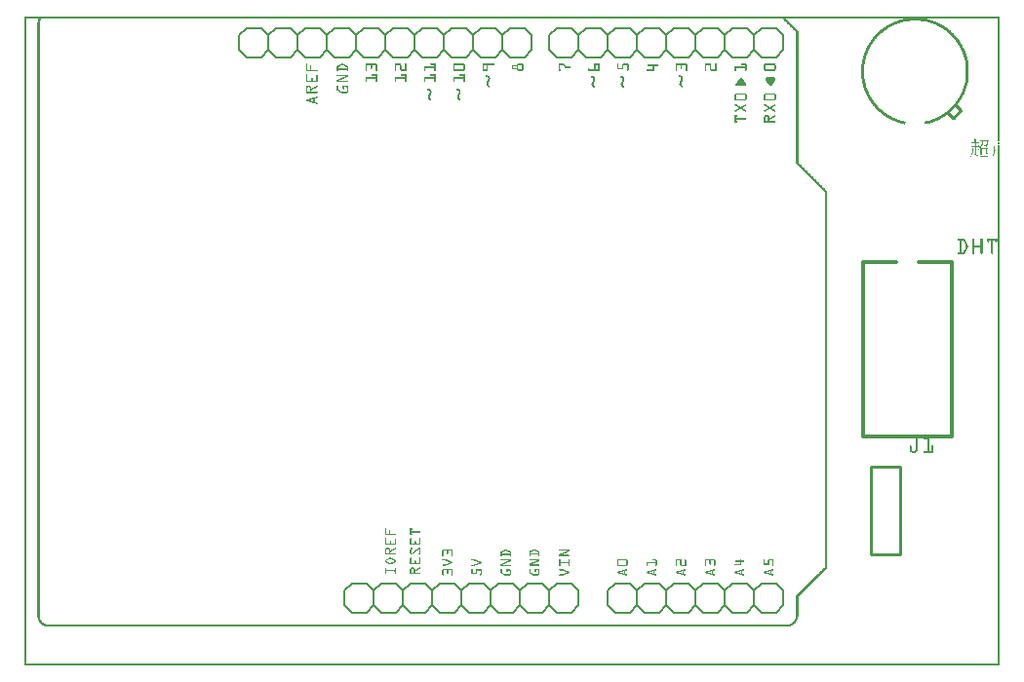
<source format=gto>
G04 MADE WITH FRITZING*
G04 WWW.FRITZING.ORG*
G04 DOUBLE SIDED*
G04 HOLES PLATED*
G04 CONTOUR ON CENTER OF CONTOUR VECTOR*
%ASAXBY*%
%FSLAX23Y23*%
%MOIN*%
%OFA0B0*%
%SFA1.0B1.0*%
%ADD10C,0.010000*%
%ADD11C,0.006000*%
%ADD12C,0.013889*%
%ADD13R,0.001000X0.001000*%
%LNSILK1*%
G90*
G70*
G54D10*
X2894Y683D02*
X2894Y383D01*
D02*
X2894Y383D02*
X2994Y383D01*
D02*
X2994Y383D02*
X2994Y683D01*
D02*
X2994Y683D02*
X2894Y683D01*
G54D11*
D02*
X2319Y283D02*
X2369Y283D01*
D02*
X2369Y283D02*
X2394Y258D01*
D02*
X2394Y258D02*
X2394Y208D01*
D02*
X2394Y208D02*
X2369Y183D01*
D02*
X2394Y258D02*
X2419Y283D01*
D02*
X2419Y283D02*
X2469Y283D01*
D02*
X2469Y283D02*
X2494Y258D01*
D02*
X2494Y258D02*
X2494Y208D01*
D02*
X2494Y208D02*
X2469Y183D01*
D02*
X2469Y183D02*
X2419Y183D01*
D02*
X2419Y183D02*
X2394Y208D01*
D02*
X2194Y258D02*
X2219Y283D01*
D02*
X2219Y283D02*
X2269Y283D01*
D02*
X2269Y283D02*
X2294Y258D01*
D02*
X2294Y258D02*
X2294Y208D01*
D02*
X2294Y208D02*
X2269Y183D01*
D02*
X2269Y183D02*
X2219Y183D01*
D02*
X2219Y183D02*
X2194Y208D01*
D02*
X2319Y283D02*
X2294Y258D01*
D02*
X2294Y208D02*
X2319Y183D01*
D02*
X2369Y183D02*
X2319Y183D01*
D02*
X2019Y283D02*
X2069Y283D01*
D02*
X2069Y283D02*
X2094Y258D01*
D02*
X2094Y258D02*
X2094Y208D01*
D02*
X2094Y208D02*
X2069Y183D01*
D02*
X2094Y258D02*
X2119Y283D01*
D02*
X2119Y283D02*
X2169Y283D01*
D02*
X2169Y283D02*
X2194Y258D01*
D02*
X2194Y258D02*
X2194Y208D01*
D02*
X2194Y208D02*
X2169Y183D01*
D02*
X2169Y183D02*
X2119Y183D01*
D02*
X2119Y183D02*
X2094Y208D01*
D02*
X1994Y258D02*
X1994Y208D01*
D02*
X2019Y283D02*
X1994Y258D01*
D02*
X1994Y208D02*
X2019Y183D01*
D02*
X2069Y183D02*
X2019Y183D01*
D02*
X2519Y283D02*
X2569Y283D01*
D02*
X2569Y283D02*
X2594Y258D01*
D02*
X2594Y258D02*
X2594Y208D01*
D02*
X2594Y208D02*
X2569Y183D01*
D02*
X2519Y283D02*
X2494Y258D01*
D02*
X2494Y208D02*
X2519Y183D01*
D02*
X2569Y183D02*
X2519Y183D01*
D02*
X909Y2083D02*
X859Y2083D01*
D02*
X1109Y2083D02*
X1059Y2083D01*
D02*
X1009Y2083D02*
X959Y2083D01*
D02*
X1209Y2083D02*
X1159Y2083D01*
D02*
X1409Y2083D02*
X1359Y2083D01*
D02*
X1309Y2083D02*
X1259Y2083D01*
D02*
X1509Y2083D02*
X1459Y2083D01*
D02*
X1709Y2083D02*
X1659Y2083D01*
D02*
X1609Y2083D02*
X1559Y2083D01*
D02*
X809Y2083D02*
X759Y2083D01*
D02*
X934Y2108D02*
X909Y2083D01*
D02*
X859Y2083D02*
X834Y2108D01*
D02*
X834Y2108D02*
X834Y2158D01*
D02*
X834Y2158D02*
X859Y2183D01*
D02*
X859Y2183D02*
X909Y2183D01*
D02*
X909Y2183D02*
X934Y2158D01*
D02*
X1059Y2083D02*
X1034Y2108D01*
D02*
X1034Y2108D02*
X1034Y2158D01*
D02*
X1034Y2158D02*
X1059Y2183D01*
D02*
X1034Y2108D02*
X1009Y2083D01*
D02*
X959Y2083D02*
X934Y2108D01*
D02*
X934Y2108D02*
X934Y2158D01*
D02*
X934Y2158D02*
X959Y2183D01*
D02*
X959Y2183D02*
X1009Y2183D01*
D02*
X1009Y2183D02*
X1034Y2158D01*
D02*
X1234Y2108D02*
X1209Y2083D01*
D02*
X1159Y2083D02*
X1134Y2108D01*
D02*
X1134Y2108D02*
X1134Y2158D01*
D02*
X1134Y2158D02*
X1159Y2183D01*
D02*
X1159Y2183D02*
X1209Y2183D01*
D02*
X1209Y2183D02*
X1234Y2158D01*
D02*
X1109Y2083D02*
X1134Y2108D01*
D02*
X1134Y2158D02*
X1109Y2183D01*
D02*
X1059Y2183D02*
X1109Y2183D01*
D02*
X1359Y2083D02*
X1334Y2108D01*
D02*
X1334Y2108D02*
X1334Y2158D01*
D02*
X1334Y2158D02*
X1359Y2183D01*
D02*
X1334Y2108D02*
X1309Y2083D01*
D02*
X1259Y2083D02*
X1234Y2108D01*
D02*
X1234Y2108D02*
X1234Y2158D01*
D02*
X1234Y2158D02*
X1259Y2183D01*
D02*
X1259Y2183D02*
X1309Y2183D01*
D02*
X1309Y2183D02*
X1334Y2158D01*
D02*
X1534Y2108D02*
X1509Y2083D01*
D02*
X1459Y2083D02*
X1434Y2108D01*
D02*
X1434Y2108D02*
X1434Y2158D01*
D02*
X1434Y2158D02*
X1459Y2183D01*
D02*
X1459Y2183D02*
X1509Y2183D01*
D02*
X1509Y2183D02*
X1534Y2158D01*
D02*
X1409Y2083D02*
X1434Y2108D01*
D02*
X1434Y2158D02*
X1409Y2183D01*
D02*
X1359Y2183D02*
X1409Y2183D01*
D02*
X1659Y2083D02*
X1634Y2108D01*
D02*
X1634Y2108D02*
X1634Y2158D01*
D02*
X1634Y2158D02*
X1659Y2183D01*
D02*
X1634Y2108D02*
X1609Y2083D01*
D02*
X1559Y2083D02*
X1534Y2108D01*
D02*
X1534Y2108D02*
X1534Y2158D01*
D02*
X1534Y2158D02*
X1559Y2183D01*
D02*
X1559Y2183D02*
X1609Y2183D01*
D02*
X1609Y2183D02*
X1634Y2158D01*
D02*
X1734Y2108D02*
X1734Y2158D01*
D02*
X1709Y2083D02*
X1734Y2108D01*
D02*
X1734Y2158D02*
X1709Y2183D01*
D02*
X1659Y2183D02*
X1709Y2183D01*
D02*
X759Y2083D02*
X734Y2108D01*
D02*
X734Y2108D02*
X734Y2158D01*
D02*
X734Y2158D02*
X759Y2183D01*
D02*
X809Y2083D02*
X834Y2108D01*
D02*
X834Y2158D02*
X809Y2183D01*
D02*
X759Y2183D02*
X809Y2183D01*
D02*
X1969Y2083D02*
X1919Y2083D01*
D02*
X1919Y2083D02*
X1894Y2108D01*
D02*
X1894Y2108D02*
X1894Y2158D01*
D02*
X1894Y2158D02*
X1919Y2183D01*
D02*
X2094Y2108D02*
X2069Y2083D01*
D02*
X2069Y2083D02*
X2019Y2083D01*
D02*
X2019Y2083D02*
X1994Y2108D01*
D02*
X1994Y2108D02*
X1994Y2158D01*
D02*
X1994Y2158D02*
X2019Y2183D01*
D02*
X2019Y2183D02*
X2069Y2183D01*
D02*
X2069Y2183D02*
X2094Y2158D01*
D02*
X1969Y2083D02*
X1994Y2108D01*
D02*
X1994Y2158D02*
X1969Y2183D01*
D02*
X1919Y2183D02*
X1969Y2183D01*
D02*
X2269Y2083D02*
X2219Y2083D01*
D02*
X2219Y2083D02*
X2194Y2108D01*
D02*
X2194Y2108D02*
X2194Y2158D01*
D02*
X2194Y2158D02*
X2219Y2183D01*
D02*
X2194Y2108D02*
X2169Y2083D01*
D02*
X2169Y2083D02*
X2119Y2083D01*
D02*
X2119Y2083D02*
X2094Y2108D01*
D02*
X2094Y2108D02*
X2094Y2158D01*
D02*
X2094Y2158D02*
X2119Y2183D01*
D02*
X2119Y2183D02*
X2169Y2183D01*
D02*
X2169Y2183D02*
X2194Y2158D01*
D02*
X2394Y2108D02*
X2369Y2083D01*
D02*
X2369Y2083D02*
X2319Y2083D01*
D02*
X2319Y2083D02*
X2294Y2108D01*
D02*
X2294Y2108D02*
X2294Y2158D01*
D02*
X2294Y2158D02*
X2319Y2183D01*
D02*
X2319Y2183D02*
X2369Y2183D01*
D02*
X2369Y2183D02*
X2394Y2158D01*
D02*
X2269Y2083D02*
X2294Y2108D01*
D02*
X2294Y2158D02*
X2269Y2183D01*
D02*
X2219Y2183D02*
X2269Y2183D01*
D02*
X2569Y2083D02*
X2519Y2083D01*
D02*
X2519Y2083D02*
X2494Y2108D01*
D02*
X2494Y2108D02*
X2494Y2158D01*
D02*
X2494Y2158D02*
X2519Y2183D01*
D02*
X2494Y2108D02*
X2469Y2083D01*
D02*
X2469Y2083D02*
X2419Y2083D01*
D02*
X2419Y2083D02*
X2394Y2108D01*
D02*
X2394Y2108D02*
X2394Y2158D01*
D02*
X2394Y2158D02*
X2419Y2183D01*
D02*
X2419Y2183D02*
X2469Y2183D01*
D02*
X2469Y2183D02*
X2494Y2158D01*
D02*
X2594Y2108D02*
X2594Y2158D01*
D02*
X2569Y2083D02*
X2594Y2108D01*
D02*
X2594Y2158D02*
X2569Y2183D01*
D02*
X2519Y2183D02*
X2569Y2183D01*
D02*
X1869Y2083D02*
X1819Y2083D01*
D02*
X1819Y2083D02*
X1794Y2108D01*
D02*
X1794Y2108D02*
X1794Y2158D01*
D02*
X1794Y2158D02*
X1819Y2183D01*
D02*
X1869Y2083D02*
X1894Y2108D01*
D02*
X1894Y2158D02*
X1869Y2183D01*
D02*
X1819Y2183D02*
X1869Y2183D01*
D02*
X1719Y283D02*
X1769Y283D01*
D02*
X1769Y283D02*
X1794Y258D01*
D02*
X1794Y258D02*
X1794Y208D01*
D02*
X1794Y208D02*
X1769Y183D01*
D02*
X1594Y258D02*
X1619Y283D01*
D02*
X1619Y283D02*
X1669Y283D01*
D02*
X1669Y283D02*
X1694Y258D01*
D02*
X1694Y258D02*
X1694Y208D01*
D02*
X1694Y208D02*
X1669Y183D01*
D02*
X1669Y183D02*
X1619Y183D01*
D02*
X1619Y183D02*
X1594Y208D01*
D02*
X1719Y283D02*
X1694Y258D01*
D02*
X1694Y208D02*
X1719Y183D01*
D02*
X1769Y183D02*
X1719Y183D01*
D02*
X1419Y283D02*
X1469Y283D01*
D02*
X1469Y283D02*
X1494Y258D01*
D02*
X1494Y258D02*
X1494Y208D01*
D02*
X1494Y208D02*
X1469Y183D01*
D02*
X1494Y258D02*
X1519Y283D01*
D02*
X1519Y283D02*
X1569Y283D01*
D02*
X1569Y283D02*
X1594Y258D01*
D02*
X1594Y258D02*
X1594Y208D01*
D02*
X1594Y208D02*
X1569Y183D01*
D02*
X1569Y183D02*
X1519Y183D01*
D02*
X1519Y183D02*
X1494Y208D01*
D02*
X1294Y258D02*
X1319Y283D01*
D02*
X1319Y283D02*
X1369Y283D01*
D02*
X1369Y283D02*
X1394Y258D01*
D02*
X1394Y258D02*
X1394Y208D01*
D02*
X1394Y208D02*
X1369Y183D01*
D02*
X1369Y183D02*
X1319Y183D01*
D02*
X1319Y183D02*
X1294Y208D01*
D02*
X1419Y283D02*
X1394Y258D01*
D02*
X1394Y208D02*
X1419Y183D01*
D02*
X1469Y183D02*
X1419Y183D01*
D02*
X1119Y283D02*
X1169Y283D01*
D02*
X1169Y283D02*
X1194Y258D01*
D02*
X1194Y258D02*
X1194Y208D01*
D02*
X1194Y208D02*
X1169Y183D01*
D02*
X1194Y258D02*
X1219Y283D01*
D02*
X1219Y283D02*
X1269Y283D01*
D02*
X1269Y283D02*
X1294Y258D01*
D02*
X1294Y258D02*
X1294Y208D01*
D02*
X1294Y208D02*
X1269Y183D01*
D02*
X1269Y183D02*
X1219Y183D01*
D02*
X1219Y183D02*
X1194Y208D01*
D02*
X1094Y258D02*
X1094Y208D01*
D02*
X1119Y283D02*
X1094Y258D01*
D02*
X1094Y208D02*
X1119Y183D01*
D02*
X1169Y183D02*
X1119Y183D01*
D02*
X1819Y283D02*
X1869Y283D01*
D02*
X1869Y283D02*
X1894Y258D01*
D02*
X1894Y258D02*
X1894Y208D01*
D02*
X1894Y208D02*
X1869Y183D01*
D02*
X1819Y283D02*
X1794Y258D01*
D02*
X1794Y208D02*
X1819Y183D01*
D02*
X1869Y183D02*
X1819Y183D01*
G54D10*
D02*
X3183Y1919D02*
X3200Y1902D01*
D02*
X3157Y1892D02*
X3173Y1875D01*
D02*
X3201Y1901D02*
X3175Y1874D01*
G54D12*
D02*
X2865Y1381D02*
X2865Y786D01*
D02*
X2865Y786D02*
X3168Y786D01*
D02*
X3168Y786D02*
X3168Y1381D01*
D02*
X2865Y1381D02*
X2979Y1381D01*
D02*
X3055Y1381D02*
X3168Y1381D01*
G54D13*
X0Y2222D02*
X3332Y2222D01*
X0Y2221D02*
X3332Y2221D01*
X0Y2220D02*
X3332Y2220D01*
X0Y2219D02*
X3332Y2219D01*
X0Y2218D02*
X3332Y2218D01*
X0Y2217D02*
X3332Y2217D01*
X0Y2216D02*
X3332Y2216D01*
X0Y2215D02*
X3332Y2215D01*
X0Y2214D02*
X7Y2214D01*
X49Y2214D02*
X57Y2214D01*
X2591Y2214D02*
X2601Y2214D01*
X3006Y2214D02*
X3081Y2214D01*
X3325Y2214D02*
X3332Y2214D01*
X0Y2213D02*
X7Y2213D01*
X48Y2213D02*
X57Y2213D01*
X2592Y2213D02*
X2602Y2213D01*
X3002Y2213D02*
X3085Y2213D01*
X3325Y2213D02*
X3332Y2213D01*
X0Y2212D02*
X7Y2212D01*
X48Y2212D02*
X56Y2212D01*
X2593Y2212D02*
X2603Y2212D01*
X2998Y2212D02*
X3089Y2212D01*
X3325Y2212D02*
X3332Y2212D01*
X0Y2211D02*
X7Y2211D01*
X47Y2211D02*
X55Y2211D01*
X2594Y2211D02*
X2604Y2211D01*
X2994Y2211D02*
X3093Y2211D01*
X3325Y2211D02*
X3332Y2211D01*
X0Y2210D02*
X7Y2210D01*
X47Y2210D02*
X55Y2210D01*
X2595Y2210D02*
X2605Y2210D01*
X2991Y2210D02*
X3096Y2210D01*
X3325Y2210D02*
X3332Y2210D01*
X0Y2209D02*
X7Y2209D01*
X46Y2209D02*
X54Y2209D01*
X2596Y2209D02*
X2606Y2209D01*
X2988Y2209D02*
X3100Y2209D01*
X3325Y2209D02*
X3332Y2209D01*
X0Y2208D02*
X7Y2208D01*
X46Y2208D02*
X54Y2208D01*
X2597Y2208D02*
X2607Y2208D01*
X2985Y2208D02*
X3102Y2208D01*
X3325Y2208D02*
X3332Y2208D01*
X0Y2207D02*
X7Y2207D01*
X46Y2207D02*
X53Y2207D01*
X2598Y2207D02*
X2608Y2207D01*
X2982Y2207D02*
X3025Y2207D01*
X3062Y2207D02*
X3105Y2207D01*
X3325Y2207D02*
X3332Y2207D01*
X0Y2206D02*
X7Y2206D01*
X45Y2206D02*
X53Y2206D01*
X2599Y2206D02*
X2609Y2206D01*
X2979Y2206D02*
X3017Y2206D01*
X3070Y2206D02*
X3108Y2206D01*
X3325Y2206D02*
X3332Y2206D01*
X0Y2205D02*
X7Y2205D01*
X45Y2205D02*
X52Y2205D01*
X2600Y2205D02*
X2610Y2205D01*
X2977Y2205D02*
X3011Y2205D01*
X3076Y2205D02*
X3111Y2205D01*
X3325Y2205D02*
X3332Y2205D01*
X0Y2204D02*
X7Y2204D01*
X45Y2204D02*
X52Y2204D01*
X2601Y2204D02*
X2611Y2204D01*
X2974Y2204D02*
X3006Y2204D01*
X3081Y2204D02*
X3113Y2204D01*
X3325Y2204D02*
X3332Y2204D01*
X0Y2203D02*
X7Y2203D01*
X45Y2203D02*
X52Y2203D01*
X2602Y2203D02*
X2612Y2203D01*
X2972Y2203D02*
X3002Y2203D01*
X3086Y2203D02*
X3116Y2203D01*
X3325Y2203D02*
X3332Y2203D01*
X0Y2202D02*
X7Y2202D01*
X44Y2202D02*
X51Y2202D01*
X2603Y2202D02*
X2613Y2202D01*
X2969Y2202D02*
X2998Y2202D01*
X3089Y2202D02*
X3118Y2202D01*
X3325Y2202D02*
X3332Y2202D01*
X0Y2201D02*
X7Y2201D01*
X44Y2201D02*
X51Y2201D01*
X2604Y2201D02*
X2614Y2201D01*
X2967Y2201D02*
X2994Y2201D01*
X3093Y2201D02*
X3120Y2201D01*
X3325Y2201D02*
X3332Y2201D01*
X0Y2200D02*
X7Y2200D01*
X44Y2200D02*
X51Y2200D01*
X2605Y2200D02*
X2615Y2200D01*
X2965Y2200D02*
X2991Y2200D01*
X3096Y2200D02*
X3122Y2200D01*
X3325Y2200D02*
X3332Y2200D01*
X0Y2199D02*
X7Y2199D01*
X44Y2199D02*
X51Y2199D01*
X2606Y2199D02*
X2616Y2199D01*
X2963Y2199D02*
X2988Y2199D01*
X3099Y2199D02*
X3124Y2199D01*
X3325Y2199D02*
X3332Y2199D01*
X0Y2198D02*
X7Y2198D01*
X44Y2198D02*
X51Y2198D01*
X2607Y2198D02*
X2617Y2198D01*
X2961Y2198D02*
X2985Y2198D01*
X3102Y2198D02*
X3126Y2198D01*
X3325Y2198D02*
X3332Y2198D01*
X0Y2197D02*
X7Y2197D01*
X44Y2197D02*
X51Y2197D01*
X2608Y2197D02*
X2618Y2197D01*
X2959Y2197D02*
X2982Y2197D01*
X3105Y2197D02*
X3128Y2197D01*
X3325Y2197D02*
X3332Y2197D01*
X0Y2196D02*
X7Y2196D01*
X44Y2196D02*
X51Y2196D01*
X2609Y2196D02*
X2619Y2196D01*
X2957Y2196D02*
X2980Y2196D01*
X3108Y2196D02*
X3130Y2196D01*
X3325Y2196D02*
X3332Y2196D01*
X0Y2195D02*
X7Y2195D01*
X44Y2195D02*
X51Y2195D01*
X2610Y2195D02*
X2620Y2195D01*
X2955Y2195D02*
X2977Y2195D01*
X3110Y2195D02*
X3132Y2195D01*
X3325Y2195D02*
X3332Y2195D01*
X0Y2194D02*
X7Y2194D01*
X44Y2194D02*
X51Y2194D01*
X2611Y2194D02*
X2621Y2194D01*
X2954Y2194D02*
X2975Y2194D01*
X3113Y2194D02*
X3134Y2194D01*
X3325Y2194D02*
X3332Y2194D01*
X0Y2193D02*
X7Y2193D01*
X44Y2193D02*
X51Y2193D01*
X2612Y2193D02*
X2622Y2193D01*
X2952Y2193D02*
X2972Y2193D01*
X3115Y2193D02*
X3135Y2193D01*
X3325Y2193D02*
X3332Y2193D01*
X0Y2192D02*
X7Y2192D01*
X44Y2192D02*
X51Y2192D01*
X2613Y2192D02*
X2623Y2192D01*
X2950Y2192D02*
X2970Y2192D01*
X3117Y2192D02*
X3137Y2192D01*
X3325Y2192D02*
X3332Y2192D01*
X0Y2191D02*
X7Y2191D01*
X44Y2191D02*
X51Y2191D01*
X2614Y2191D02*
X2624Y2191D01*
X2948Y2191D02*
X2968Y2191D01*
X3119Y2191D02*
X3139Y2191D01*
X3325Y2191D02*
X3332Y2191D01*
X0Y2190D02*
X7Y2190D01*
X44Y2190D02*
X51Y2190D01*
X2615Y2190D02*
X2625Y2190D01*
X2947Y2190D02*
X2966Y2190D01*
X3121Y2190D02*
X3141Y2190D01*
X3325Y2190D02*
X3332Y2190D01*
X0Y2189D02*
X7Y2189D01*
X44Y2189D02*
X51Y2189D01*
X2616Y2189D02*
X2626Y2189D01*
X2945Y2189D02*
X2964Y2189D01*
X3123Y2189D02*
X3142Y2189D01*
X3325Y2189D02*
X3332Y2189D01*
X0Y2188D02*
X7Y2188D01*
X44Y2188D02*
X51Y2188D01*
X2617Y2188D02*
X2627Y2188D01*
X2944Y2188D02*
X2962Y2188D01*
X3125Y2188D02*
X3144Y2188D01*
X3325Y2188D02*
X3332Y2188D01*
X0Y2187D02*
X7Y2187D01*
X44Y2187D02*
X51Y2187D01*
X2618Y2187D02*
X2628Y2187D01*
X2942Y2187D02*
X2960Y2187D01*
X3127Y2187D02*
X3145Y2187D01*
X3325Y2187D02*
X3332Y2187D01*
X0Y2186D02*
X7Y2186D01*
X44Y2186D02*
X51Y2186D01*
X2619Y2186D02*
X2629Y2186D01*
X2941Y2186D02*
X2958Y2186D01*
X3129Y2186D02*
X3147Y2186D01*
X3325Y2186D02*
X3332Y2186D01*
X0Y2185D02*
X7Y2185D01*
X44Y2185D02*
X51Y2185D01*
X2620Y2185D02*
X2630Y2185D01*
X2939Y2185D02*
X2957Y2185D01*
X3131Y2185D02*
X3148Y2185D01*
X3325Y2185D02*
X3332Y2185D01*
X0Y2184D02*
X7Y2184D01*
X44Y2184D02*
X51Y2184D01*
X2621Y2184D02*
X2631Y2184D01*
X2938Y2184D02*
X2955Y2184D01*
X3132Y2184D02*
X3150Y2184D01*
X3325Y2184D02*
X3332Y2184D01*
X0Y2183D02*
X7Y2183D01*
X44Y2183D02*
X51Y2183D01*
X2622Y2183D02*
X2632Y2183D01*
X2936Y2183D02*
X2953Y2183D01*
X3134Y2183D02*
X3151Y2183D01*
X3325Y2183D02*
X3332Y2183D01*
X0Y2182D02*
X7Y2182D01*
X44Y2182D02*
X51Y2182D01*
X2623Y2182D02*
X2633Y2182D01*
X2935Y2182D02*
X2952Y2182D01*
X3136Y2182D02*
X3152Y2182D01*
X3325Y2182D02*
X3332Y2182D01*
X0Y2181D02*
X7Y2181D01*
X44Y2181D02*
X51Y2181D01*
X2624Y2181D02*
X2634Y2181D01*
X2934Y2181D02*
X2950Y2181D01*
X3137Y2181D02*
X3154Y2181D01*
X3325Y2181D02*
X3332Y2181D01*
X0Y2180D02*
X7Y2180D01*
X44Y2180D02*
X51Y2180D01*
X2625Y2180D02*
X2635Y2180D01*
X2932Y2180D02*
X2948Y2180D01*
X3139Y2180D02*
X3155Y2180D01*
X3325Y2180D02*
X3332Y2180D01*
X0Y2179D02*
X7Y2179D01*
X44Y2179D02*
X51Y2179D01*
X2626Y2179D02*
X2636Y2179D01*
X2931Y2179D02*
X2947Y2179D01*
X3140Y2179D02*
X3156Y2179D01*
X3325Y2179D02*
X3332Y2179D01*
X0Y2178D02*
X7Y2178D01*
X44Y2178D02*
X51Y2178D01*
X2627Y2178D02*
X2637Y2178D01*
X2930Y2178D02*
X2945Y2178D01*
X3142Y2178D02*
X3158Y2178D01*
X3325Y2178D02*
X3332Y2178D01*
X0Y2177D02*
X7Y2177D01*
X44Y2177D02*
X51Y2177D01*
X2628Y2177D02*
X2638Y2177D01*
X2928Y2177D02*
X2944Y2177D01*
X3143Y2177D02*
X3159Y2177D01*
X3325Y2177D02*
X3332Y2177D01*
X0Y2176D02*
X7Y2176D01*
X44Y2176D02*
X51Y2176D01*
X2629Y2176D02*
X2639Y2176D01*
X2927Y2176D02*
X2943Y2176D01*
X3145Y2176D02*
X3160Y2176D01*
X3325Y2176D02*
X3332Y2176D01*
X0Y2175D02*
X7Y2175D01*
X44Y2175D02*
X51Y2175D01*
X2630Y2175D02*
X2640Y2175D01*
X2926Y2175D02*
X2941Y2175D01*
X3146Y2175D02*
X3161Y2175D01*
X3325Y2175D02*
X3332Y2175D01*
X0Y2174D02*
X7Y2174D01*
X44Y2174D02*
X51Y2174D01*
X2631Y2174D02*
X2641Y2174D01*
X2925Y2174D02*
X2940Y2174D01*
X3147Y2174D02*
X3162Y2174D01*
X3325Y2174D02*
X3332Y2174D01*
X0Y2173D02*
X7Y2173D01*
X44Y2173D02*
X51Y2173D01*
X2632Y2173D02*
X2642Y2173D01*
X2924Y2173D02*
X2938Y2173D01*
X3149Y2173D02*
X3164Y2173D01*
X3325Y2173D02*
X3332Y2173D01*
X0Y2172D02*
X7Y2172D01*
X44Y2172D02*
X51Y2172D01*
X2633Y2172D02*
X2643Y2172D01*
X2922Y2172D02*
X2937Y2172D01*
X3150Y2172D02*
X3165Y2172D01*
X3325Y2172D02*
X3332Y2172D01*
X0Y2171D02*
X7Y2171D01*
X44Y2171D02*
X51Y2171D01*
X2634Y2171D02*
X2644Y2171D01*
X2921Y2171D02*
X2936Y2171D01*
X3151Y2171D02*
X3166Y2171D01*
X3325Y2171D02*
X3332Y2171D01*
X0Y2170D02*
X7Y2170D01*
X44Y2170D02*
X51Y2170D01*
X2635Y2170D02*
X2644Y2170D01*
X2920Y2170D02*
X2935Y2170D01*
X3153Y2170D02*
X3167Y2170D01*
X3325Y2170D02*
X3332Y2170D01*
X0Y2169D02*
X7Y2169D01*
X44Y2169D02*
X51Y2169D01*
X2636Y2169D02*
X2644Y2169D01*
X2919Y2169D02*
X2933Y2169D01*
X3154Y2169D02*
X3168Y2169D01*
X3325Y2169D02*
X3332Y2169D01*
X0Y2168D02*
X7Y2168D01*
X44Y2168D02*
X51Y2168D01*
X2636Y2168D02*
X2644Y2168D01*
X2918Y2168D02*
X2932Y2168D01*
X3155Y2168D02*
X3169Y2168D01*
X3325Y2168D02*
X3332Y2168D01*
X0Y2167D02*
X7Y2167D01*
X44Y2167D02*
X51Y2167D01*
X2636Y2167D02*
X2644Y2167D01*
X2917Y2167D02*
X2931Y2167D01*
X3156Y2167D02*
X3170Y2167D01*
X3325Y2167D02*
X3332Y2167D01*
X0Y2166D02*
X7Y2166D01*
X44Y2166D02*
X51Y2166D01*
X2636Y2166D02*
X2644Y2166D01*
X2916Y2166D02*
X2930Y2166D01*
X3157Y2166D02*
X3171Y2166D01*
X3325Y2166D02*
X3332Y2166D01*
X0Y2165D02*
X7Y2165D01*
X44Y2165D02*
X51Y2165D01*
X2636Y2165D02*
X2644Y2165D01*
X2915Y2165D02*
X2929Y2165D01*
X3159Y2165D02*
X3172Y2165D01*
X3325Y2165D02*
X3332Y2165D01*
X0Y2164D02*
X7Y2164D01*
X44Y2164D02*
X51Y2164D01*
X2636Y2164D02*
X2644Y2164D01*
X2914Y2164D02*
X2928Y2164D01*
X3160Y2164D02*
X3173Y2164D01*
X3325Y2164D02*
X3332Y2164D01*
X0Y2163D02*
X7Y2163D01*
X44Y2163D02*
X51Y2163D01*
X2636Y2163D02*
X2644Y2163D01*
X2913Y2163D02*
X2926Y2163D01*
X3161Y2163D02*
X3174Y2163D01*
X3325Y2163D02*
X3332Y2163D01*
X0Y2162D02*
X7Y2162D01*
X44Y2162D02*
X51Y2162D01*
X2636Y2162D02*
X2644Y2162D01*
X2912Y2162D02*
X2925Y2162D01*
X3162Y2162D02*
X3175Y2162D01*
X3325Y2162D02*
X3332Y2162D01*
X0Y2161D02*
X7Y2161D01*
X44Y2161D02*
X51Y2161D01*
X2636Y2161D02*
X2644Y2161D01*
X2911Y2161D02*
X2924Y2161D01*
X3163Y2161D02*
X3176Y2161D01*
X3325Y2161D02*
X3332Y2161D01*
X0Y2160D02*
X7Y2160D01*
X44Y2160D02*
X51Y2160D01*
X2636Y2160D02*
X2644Y2160D01*
X2910Y2160D02*
X2923Y2160D01*
X3164Y2160D02*
X3177Y2160D01*
X3325Y2160D02*
X3332Y2160D01*
X0Y2159D02*
X7Y2159D01*
X44Y2159D02*
X51Y2159D01*
X2636Y2159D02*
X2644Y2159D01*
X2909Y2159D02*
X2922Y2159D01*
X3165Y2159D02*
X3178Y2159D01*
X3325Y2159D02*
X3332Y2159D01*
X0Y2158D02*
X7Y2158D01*
X44Y2158D02*
X51Y2158D01*
X2636Y2158D02*
X2644Y2158D01*
X2908Y2158D02*
X2921Y2158D01*
X3166Y2158D02*
X3179Y2158D01*
X3325Y2158D02*
X3332Y2158D01*
X0Y2157D02*
X7Y2157D01*
X44Y2157D02*
X51Y2157D01*
X2636Y2157D02*
X2644Y2157D01*
X2907Y2157D02*
X2920Y2157D01*
X3167Y2157D02*
X3180Y2157D01*
X3325Y2157D02*
X3332Y2157D01*
X0Y2156D02*
X7Y2156D01*
X44Y2156D02*
X51Y2156D01*
X2636Y2156D02*
X2644Y2156D01*
X2906Y2156D02*
X2919Y2156D01*
X3168Y2156D02*
X3181Y2156D01*
X3325Y2156D02*
X3332Y2156D01*
X0Y2155D02*
X7Y2155D01*
X44Y2155D02*
X51Y2155D01*
X2636Y2155D02*
X2644Y2155D01*
X2906Y2155D02*
X2918Y2155D01*
X3169Y2155D02*
X3182Y2155D01*
X3325Y2155D02*
X3332Y2155D01*
X0Y2154D02*
X7Y2154D01*
X44Y2154D02*
X51Y2154D01*
X2636Y2154D02*
X2644Y2154D01*
X2905Y2154D02*
X2917Y2154D01*
X3170Y2154D02*
X3183Y2154D01*
X3325Y2154D02*
X3332Y2154D01*
X0Y2153D02*
X7Y2153D01*
X44Y2153D02*
X51Y2153D01*
X2636Y2153D02*
X2644Y2153D01*
X2904Y2153D02*
X2916Y2153D01*
X3171Y2153D02*
X3183Y2153D01*
X3325Y2153D02*
X3332Y2153D01*
X0Y2152D02*
X7Y2152D01*
X44Y2152D02*
X51Y2152D01*
X2636Y2152D02*
X2644Y2152D01*
X2903Y2152D02*
X2915Y2152D01*
X3172Y2152D02*
X3184Y2152D01*
X3325Y2152D02*
X3332Y2152D01*
X0Y2151D02*
X7Y2151D01*
X44Y2151D02*
X51Y2151D01*
X2636Y2151D02*
X2644Y2151D01*
X2902Y2151D02*
X2914Y2151D01*
X3173Y2151D02*
X3185Y2151D01*
X3325Y2151D02*
X3332Y2151D01*
X0Y2150D02*
X7Y2150D01*
X44Y2150D02*
X51Y2150D01*
X2636Y2150D02*
X2644Y2150D01*
X2901Y2150D02*
X2913Y2150D01*
X3174Y2150D02*
X3186Y2150D01*
X3325Y2150D02*
X3332Y2150D01*
X0Y2149D02*
X7Y2149D01*
X44Y2149D02*
X51Y2149D01*
X2636Y2149D02*
X2644Y2149D01*
X2901Y2149D02*
X2913Y2149D01*
X3175Y2149D02*
X3187Y2149D01*
X3325Y2149D02*
X3332Y2149D01*
X0Y2148D02*
X7Y2148D01*
X44Y2148D02*
X51Y2148D01*
X2636Y2148D02*
X2644Y2148D01*
X2900Y2148D02*
X2912Y2148D01*
X3176Y2148D02*
X3188Y2148D01*
X3325Y2148D02*
X3332Y2148D01*
X0Y2147D02*
X7Y2147D01*
X44Y2147D02*
X51Y2147D01*
X2636Y2147D02*
X2644Y2147D01*
X2899Y2147D02*
X2911Y2147D01*
X3176Y2147D02*
X3188Y2147D01*
X3325Y2147D02*
X3332Y2147D01*
X0Y2146D02*
X7Y2146D01*
X44Y2146D02*
X51Y2146D01*
X2636Y2146D02*
X2644Y2146D01*
X2898Y2146D02*
X2910Y2146D01*
X3177Y2146D02*
X3189Y2146D01*
X3325Y2146D02*
X3332Y2146D01*
X0Y2145D02*
X7Y2145D01*
X44Y2145D02*
X51Y2145D01*
X2636Y2145D02*
X2644Y2145D01*
X2897Y2145D02*
X2909Y2145D01*
X3178Y2145D02*
X3190Y2145D01*
X3325Y2145D02*
X3332Y2145D01*
X0Y2144D02*
X7Y2144D01*
X44Y2144D02*
X51Y2144D01*
X2636Y2144D02*
X2644Y2144D01*
X2897Y2144D02*
X2908Y2144D01*
X3179Y2144D02*
X3191Y2144D01*
X3325Y2144D02*
X3332Y2144D01*
X0Y2143D02*
X7Y2143D01*
X44Y2143D02*
X51Y2143D01*
X2636Y2143D02*
X2644Y2143D01*
X2896Y2143D02*
X2907Y2143D01*
X3180Y2143D02*
X3191Y2143D01*
X3325Y2143D02*
X3332Y2143D01*
X0Y2142D02*
X7Y2142D01*
X44Y2142D02*
X51Y2142D01*
X2636Y2142D02*
X2644Y2142D01*
X2895Y2142D02*
X2907Y2142D01*
X3181Y2142D02*
X3192Y2142D01*
X3325Y2142D02*
X3332Y2142D01*
X0Y2141D02*
X7Y2141D01*
X44Y2141D02*
X51Y2141D01*
X2636Y2141D02*
X2644Y2141D01*
X2894Y2141D02*
X2906Y2141D01*
X3181Y2141D02*
X3193Y2141D01*
X3325Y2141D02*
X3332Y2141D01*
X0Y2140D02*
X7Y2140D01*
X44Y2140D02*
X51Y2140D01*
X2636Y2140D02*
X2644Y2140D01*
X2894Y2140D02*
X2905Y2140D01*
X3182Y2140D02*
X3194Y2140D01*
X3325Y2140D02*
X3332Y2140D01*
X0Y2139D02*
X7Y2139D01*
X44Y2139D02*
X51Y2139D01*
X2636Y2139D02*
X2644Y2139D01*
X2893Y2139D02*
X2904Y2139D01*
X3183Y2139D02*
X3194Y2139D01*
X3325Y2139D02*
X3332Y2139D01*
X0Y2138D02*
X7Y2138D01*
X44Y2138D02*
X51Y2138D01*
X2636Y2138D02*
X2644Y2138D01*
X2892Y2138D02*
X2904Y2138D01*
X3184Y2138D02*
X3195Y2138D01*
X3325Y2138D02*
X3332Y2138D01*
X0Y2137D02*
X7Y2137D01*
X44Y2137D02*
X51Y2137D01*
X2636Y2137D02*
X2644Y2137D01*
X2892Y2137D02*
X2903Y2137D01*
X3184Y2137D02*
X3196Y2137D01*
X3325Y2137D02*
X3332Y2137D01*
X0Y2136D02*
X7Y2136D01*
X44Y2136D02*
X51Y2136D01*
X2636Y2136D02*
X2644Y2136D01*
X2891Y2136D02*
X2902Y2136D01*
X3185Y2136D02*
X3196Y2136D01*
X3325Y2136D02*
X3332Y2136D01*
X0Y2135D02*
X7Y2135D01*
X44Y2135D02*
X51Y2135D01*
X2636Y2135D02*
X2644Y2135D01*
X2890Y2135D02*
X2901Y2135D01*
X3186Y2135D02*
X3197Y2135D01*
X3325Y2135D02*
X3332Y2135D01*
X0Y2134D02*
X7Y2134D01*
X44Y2134D02*
X51Y2134D01*
X2636Y2134D02*
X2644Y2134D01*
X2890Y2134D02*
X2901Y2134D01*
X3187Y2134D02*
X3198Y2134D01*
X3325Y2134D02*
X3332Y2134D01*
X0Y2133D02*
X7Y2133D01*
X44Y2133D02*
X51Y2133D01*
X2636Y2133D02*
X2644Y2133D01*
X2889Y2133D02*
X2900Y2133D01*
X3187Y2133D02*
X3198Y2133D01*
X3325Y2133D02*
X3332Y2133D01*
X0Y2132D02*
X7Y2132D01*
X44Y2132D02*
X51Y2132D01*
X2636Y2132D02*
X2644Y2132D01*
X2888Y2132D02*
X2899Y2132D01*
X3188Y2132D02*
X3199Y2132D01*
X3325Y2132D02*
X3332Y2132D01*
X0Y2131D02*
X7Y2131D01*
X44Y2131D02*
X51Y2131D01*
X2636Y2131D02*
X2644Y2131D01*
X2888Y2131D02*
X2899Y2131D01*
X3189Y2131D02*
X3200Y2131D01*
X3325Y2131D02*
X3332Y2131D01*
X0Y2130D02*
X7Y2130D01*
X44Y2130D02*
X51Y2130D01*
X2636Y2130D02*
X2644Y2130D01*
X2887Y2130D02*
X2898Y2130D01*
X3189Y2130D02*
X3200Y2130D01*
X3325Y2130D02*
X3332Y2130D01*
X0Y2129D02*
X7Y2129D01*
X44Y2129D02*
X51Y2129D01*
X2636Y2129D02*
X2644Y2129D01*
X2887Y2129D02*
X2897Y2129D01*
X3190Y2129D02*
X3201Y2129D01*
X3325Y2129D02*
X3332Y2129D01*
X0Y2128D02*
X7Y2128D01*
X44Y2128D02*
X51Y2128D01*
X2636Y2128D02*
X2644Y2128D01*
X2886Y2128D02*
X2897Y2128D01*
X3191Y2128D02*
X3201Y2128D01*
X3325Y2128D02*
X3332Y2128D01*
X0Y2127D02*
X7Y2127D01*
X44Y2127D02*
X51Y2127D01*
X2636Y2127D02*
X2644Y2127D01*
X2885Y2127D02*
X2896Y2127D01*
X3191Y2127D02*
X3202Y2127D01*
X3325Y2127D02*
X3332Y2127D01*
X0Y2126D02*
X7Y2126D01*
X44Y2126D02*
X51Y2126D01*
X2636Y2126D02*
X2644Y2126D01*
X2885Y2126D02*
X2895Y2126D01*
X3192Y2126D02*
X3202Y2126D01*
X3325Y2126D02*
X3332Y2126D01*
X0Y2125D02*
X7Y2125D01*
X44Y2125D02*
X51Y2125D01*
X2636Y2125D02*
X2644Y2125D01*
X2884Y2125D02*
X2895Y2125D01*
X3193Y2125D02*
X3203Y2125D01*
X3325Y2125D02*
X3332Y2125D01*
X0Y2124D02*
X7Y2124D01*
X44Y2124D02*
X51Y2124D01*
X2636Y2124D02*
X2644Y2124D01*
X2884Y2124D02*
X2894Y2124D01*
X3193Y2124D02*
X3204Y2124D01*
X3325Y2124D02*
X3332Y2124D01*
X0Y2123D02*
X7Y2123D01*
X44Y2123D02*
X51Y2123D01*
X2636Y2123D02*
X2644Y2123D01*
X2883Y2123D02*
X2893Y2123D01*
X3194Y2123D02*
X3204Y2123D01*
X3325Y2123D02*
X3332Y2123D01*
X0Y2122D02*
X7Y2122D01*
X44Y2122D02*
X51Y2122D01*
X2636Y2122D02*
X2644Y2122D01*
X2882Y2122D02*
X2893Y2122D01*
X3194Y2122D02*
X3205Y2122D01*
X3325Y2122D02*
X3332Y2122D01*
X0Y2121D02*
X7Y2121D01*
X44Y2121D02*
X51Y2121D01*
X2636Y2121D02*
X2644Y2121D01*
X2882Y2121D02*
X2892Y2121D01*
X3195Y2121D02*
X3205Y2121D01*
X3325Y2121D02*
X3332Y2121D01*
X0Y2120D02*
X7Y2120D01*
X44Y2120D02*
X51Y2120D01*
X2636Y2120D02*
X2644Y2120D01*
X2881Y2120D02*
X2892Y2120D01*
X3196Y2120D02*
X3206Y2120D01*
X3325Y2120D02*
X3332Y2120D01*
X0Y2119D02*
X7Y2119D01*
X44Y2119D02*
X51Y2119D01*
X2636Y2119D02*
X2644Y2119D01*
X2881Y2119D02*
X2891Y2119D01*
X3196Y2119D02*
X3206Y2119D01*
X3325Y2119D02*
X3332Y2119D01*
X0Y2118D02*
X7Y2118D01*
X44Y2118D02*
X51Y2118D01*
X2636Y2118D02*
X2644Y2118D01*
X2880Y2118D02*
X2891Y2118D01*
X3197Y2118D02*
X3207Y2118D01*
X3325Y2118D02*
X3332Y2118D01*
X0Y2117D02*
X7Y2117D01*
X44Y2117D02*
X51Y2117D01*
X2636Y2117D02*
X2644Y2117D01*
X2880Y2117D02*
X2890Y2117D01*
X3197Y2117D02*
X3207Y2117D01*
X3325Y2117D02*
X3332Y2117D01*
X0Y2116D02*
X7Y2116D01*
X44Y2116D02*
X51Y2116D01*
X2636Y2116D02*
X2644Y2116D01*
X2879Y2116D02*
X2889Y2116D01*
X3198Y2116D02*
X3208Y2116D01*
X3325Y2116D02*
X3332Y2116D01*
X0Y2115D02*
X7Y2115D01*
X44Y2115D02*
X51Y2115D01*
X2636Y2115D02*
X2644Y2115D01*
X2879Y2115D02*
X2889Y2115D01*
X3198Y2115D02*
X3208Y2115D01*
X3325Y2115D02*
X3332Y2115D01*
X0Y2114D02*
X7Y2114D01*
X44Y2114D02*
X51Y2114D01*
X2636Y2114D02*
X2644Y2114D01*
X2878Y2114D02*
X2888Y2114D01*
X3199Y2114D02*
X3209Y2114D01*
X3325Y2114D02*
X3332Y2114D01*
X0Y2113D02*
X7Y2113D01*
X44Y2113D02*
X51Y2113D01*
X2636Y2113D02*
X2644Y2113D01*
X2878Y2113D02*
X2888Y2113D01*
X3199Y2113D02*
X3209Y2113D01*
X3325Y2113D02*
X3332Y2113D01*
X0Y2112D02*
X7Y2112D01*
X44Y2112D02*
X51Y2112D01*
X2636Y2112D02*
X2644Y2112D01*
X2877Y2112D02*
X2887Y2112D01*
X3200Y2112D02*
X3210Y2112D01*
X3325Y2112D02*
X3332Y2112D01*
X0Y2111D02*
X7Y2111D01*
X44Y2111D02*
X51Y2111D01*
X2636Y2111D02*
X2644Y2111D01*
X2877Y2111D02*
X2887Y2111D01*
X3200Y2111D02*
X3210Y2111D01*
X3325Y2111D02*
X3332Y2111D01*
X0Y2110D02*
X7Y2110D01*
X44Y2110D02*
X51Y2110D01*
X2636Y2110D02*
X2644Y2110D01*
X2877Y2110D02*
X2886Y2110D01*
X3201Y2110D02*
X3211Y2110D01*
X3325Y2110D02*
X3332Y2110D01*
X0Y2109D02*
X7Y2109D01*
X44Y2109D02*
X51Y2109D01*
X2636Y2109D02*
X2644Y2109D01*
X2876Y2109D02*
X2886Y2109D01*
X3201Y2109D02*
X3211Y2109D01*
X3325Y2109D02*
X3332Y2109D01*
X0Y2108D02*
X7Y2108D01*
X44Y2108D02*
X51Y2108D01*
X2636Y2108D02*
X2644Y2108D01*
X2876Y2108D02*
X2885Y2108D01*
X3202Y2108D02*
X3212Y2108D01*
X3325Y2108D02*
X3332Y2108D01*
X0Y2107D02*
X7Y2107D01*
X44Y2107D02*
X51Y2107D01*
X2636Y2107D02*
X2644Y2107D01*
X2875Y2107D02*
X2885Y2107D01*
X3202Y2107D02*
X3212Y2107D01*
X3325Y2107D02*
X3332Y2107D01*
X0Y2106D02*
X7Y2106D01*
X44Y2106D02*
X51Y2106D01*
X2636Y2106D02*
X2644Y2106D01*
X2875Y2106D02*
X2884Y2106D01*
X3203Y2106D02*
X3213Y2106D01*
X3325Y2106D02*
X3332Y2106D01*
X0Y2105D02*
X7Y2105D01*
X44Y2105D02*
X51Y2105D01*
X2636Y2105D02*
X2644Y2105D01*
X2874Y2105D02*
X2884Y2105D01*
X3203Y2105D02*
X3213Y2105D01*
X3325Y2105D02*
X3332Y2105D01*
X0Y2104D02*
X7Y2104D01*
X44Y2104D02*
X51Y2104D01*
X2636Y2104D02*
X2644Y2104D01*
X2874Y2104D02*
X2884Y2104D01*
X3204Y2104D02*
X3213Y2104D01*
X3325Y2104D02*
X3332Y2104D01*
X0Y2103D02*
X7Y2103D01*
X44Y2103D02*
X51Y2103D01*
X2636Y2103D02*
X2644Y2103D01*
X2874Y2103D02*
X2883Y2103D01*
X3204Y2103D02*
X3214Y2103D01*
X3325Y2103D02*
X3332Y2103D01*
X0Y2102D02*
X7Y2102D01*
X44Y2102D02*
X51Y2102D01*
X2636Y2102D02*
X2644Y2102D01*
X2873Y2102D02*
X2883Y2102D01*
X3205Y2102D02*
X3214Y2102D01*
X3325Y2102D02*
X3332Y2102D01*
X0Y2101D02*
X7Y2101D01*
X44Y2101D02*
X51Y2101D01*
X2636Y2101D02*
X2644Y2101D01*
X2873Y2101D02*
X2882Y2101D01*
X3205Y2101D02*
X3215Y2101D01*
X3325Y2101D02*
X3332Y2101D01*
X0Y2100D02*
X7Y2100D01*
X44Y2100D02*
X51Y2100D01*
X2636Y2100D02*
X2644Y2100D01*
X2872Y2100D02*
X2882Y2100D01*
X3205Y2100D02*
X3215Y2100D01*
X3325Y2100D02*
X3332Y2100D01*
X0Y2099D02*
X7Y2099D01*
X44Y2099D02*
X51Y2099D01*
X2636Y2099D02*
X2644Y2099D01*
X2872Y2099D02*
X2881Y2099D01*
X3206Y2099D02*
X3215Y2099D01*
X3325Y2099D02*
X3332Y2099D01*
X0Y2098D02*
X7Y2098D01*
X44Y2098D02*
X51Y2098D01*
X2636Y2098D02*
X2644Y2098D01*
X2872Y2098D02*
X2881Y2098D01*
X3206Y2098D02*
X3216Y2098D01*
X3325Y2098D02*
X3332Y2098D01*
X0Y2097D02*
X7Y2097D01*
X44Y2097D02*
X51Y2097D01*
X2636Y2097D02*
X2644Y2097D01*
X2871Y2097D02*
X2881Y2097D01*
X3207Y2097D02*
X3216Y2097D01*
X3325Y2097D02*
X3332Y2097D01*
X0Y2096D02*
X7Y2096D01*
X44Y2096D02*
X51Y2096D01*
X2636Y2096D02*
X2644Y2096D01*
X2871Y2096D02*
X2880Y2096D01*
X3207Y2096D02*
X3216Y2096D01*
X3325Y2096D02*
X3332Y2096D01*
X0Y2095D02*
X7Y2095D01*
X44Y2095D02*
X51Y2095D01*
X2636Y2095D02*
X2644Y2095D01*
X2870Y2095D02*
X2880Y2095D01*
X3207Y2095D02*
X3217Y2095D01*
X3325Y2095D02*
X3332Y2095D01*
X0Y2094D02*
X7Y2094D01*
X44Y2094D02*
X51Y2094D01*
X2636Y2094D02*
X2644Y2094D01*
X2870Y2094D02*
X2880Y2094D01*
X3208Y2094D02*
X3217Y2094D01*
X3325Y2094D02*
X3332Y2094D01*
X0Y2093D02*
X7Y2093D01*
X44Y2093D02*
X51Y2093D01*
X2636Y2093D02*
X2644Y2093D01*
X2870Y2093D02*
X2879Y2093D01*
X3208Y2093D02*
X3218Y2093D01*
X3325Y2093D02*
X3332Y2093D01*
X0Y2092D02*
X7Y2092D01*
X44Y2092D02*
X51Y2092D01*
X2636Y2092D02*
X2644Y2092D01*
X2869Y2092D02*
X2879Y2092D01*
X3208Y2092D02*
X3218Y2092D01*
X3325Y2092D02*
X3332Y2092D01*
X0Y2091D02*
X7Y2091D01*
X44Y2091D02*
X51Y2091D01*
X2636Y2091D02*
X2644Y2091D01*
X2869Y2091D02*
X2878Y2091D01*
X3209Y2091D02*
X3218Y2091D01*
X3325Y2091D02*
X3332Y2091D01*
X0Y2090D02*
X7Y2090D01*
X44Y2090D02*
X51Y2090D01*
X2636Y2090D02*
X2644Y2090D01*
X2869Y2090D02*
X2878Y2090D01*
X3209Y2090D02*
X3219Y2090D01*
X3325Y2090D02*
X3332Y2090D01*
X0Y2089D02*
X7Y2089D01*
X44Y2089D02*
X51Y2089D01*
X2636Y2089D02*
X2644Y2089D01*
X2868Y2089D02*
X2878Y2089D01*
X3209Y2089D02*
X3219Y2089D01*
X3325Y2089D02*
X3332Y2089D01*
X0Y2088D02*
X7Y2088D01*
X44Y2088D02*
X51Y2088D01*
X2636Y2088D02*
X2644Y2088D01*
X2868Y2088D02*
X2877Y2088D01*
X3210Y2088D02*
X3219Y2088D01*
X3325Y2088D02*
X3332Y2088D01*
X0Y2087D02*
X7Y2087D01*
X44Y2087D02*
X51Y2087D01*
X2636Y2087D02*
X2644Y2087D01*
X2868Y2087D02*
X2877Y2087D01*
X3210Y2087D02*
X3219Y2087D01*
X3325Y2087D02*
X3332Y2087D01*
X0Y2086D02*
X7Y2086D01*
X44Y2086D02*
X51Y2086D01*
X2636Y2086D02*
X2644Y2086D01*
X2868Y2086D02*
X2877Y2086D01*
X3210Y2086D02*
X3220Y2086D01*
X3325Y2086D02*
X3332Y2086D01*
X0Y2085D02*
X7Y2085D01*
X44Y2085D02*
X51Y2085D01*
X2636Y2085D02*
X2644Y2085D01*
X2867Y2085D02*
X2876Y2085D01*
X3211Y2085D02*
X3220Y2085D01*
X3325Y2085D02*
X3332Y2085D01*
X0Y2084D02*
X7Y2084D01*
X44Y2084D02*
X51Y2084D01*
X2636Y2084D02*
X2644Y2084D01*
X2867Y2084D02*
X2876Y2084D01*
X3211Y2084D02*
X3220Y2084D01*
X3325Y2084D02*
X3332Y2084D01*
X0Y2083D02*
X7Y2083D01*
X44Y2083D02*
X51Y2083D01*
X2636Y2083D02*
X2644Y2083D01*
X2867Y2083D02*
X2876Y2083D01*
X3211Y2083D02*
X3221Y2083D01*
X3325Y2083D02*
X3332Y2083D01*
X0Y2082D02*
X7Y2082D01*
X44Y2082D02*
X51Y2082D01*
X2636Y2082D02*
X2644Y2082D01*
X2866Y2082D02*
X2876Y2082D01*
X3212Y2082D02*
X3221Y2082D01*
X3325Y2082D02*
X3332Y2082D01*
X0Y2081D02*
X7Y2081D01*
X44Y2081D02*
X51Y2081D01*
X2636Y2081D02*
X2644Y2081D01*
X2866Y2081D02*
X2875Y2081D01*
X3212Y2081D02*
X3221Y2081D01*
X3325Y2081D02*
X3332Y2081D01*
X0Y2080D02*
X7Y2080D01*
X44Y2080D02*
X51Y2080D01*
X2636Y2080D02*
X2644Y2080D01*
X2866Y2080D02*
X2875Y2080D01*
X3212Y2080D02*
X3221Y2080D01*
X3325Y2080D02*
X3332Y2080D01*
X0Y2079D02*
X7Y2079D01*
X44Y2079D02*
X51Y2079D01*
X2636Y2079D02*
X2644Y2079D01*
X2866Y2079D02*
X2875Y2079D01*
X3212Y2079D02*
X3222Y2079D01*
X3325Y2079D02*
X3332Y2079D01*
X0Y2078D02*
X7Y2078D01*
X44Y2078D02*
X51Y2078D01*
X2636Y2078D02*
X2644Y2078D01*
X2865Y2078D02*
X2875Y2078D01*
X3213Y2078D02*
X3222Y2078D01*
X3325Y2078D02*
X3332Y2078D01*
X0Y2077D02*
X7Y2077D01*
X44Y2077D02*
X51Y2077D01*
X2636Y2077D02*
X2644Y2077D01*
X2865Y2077D02*
X2874Y2077D01*
X3213Y2077D02*
X3222Y2077D01*
X3325Y2077D02*
X3332Y2077D01*
X0Y2076D02*
X7Y2076D01*
X44Y2076D02*
X51Y2076D01*
X2636Y2076D02*
X2644Y2076D01*
X2865Y2076D02*
X2874Y2076D01*
X3213Y2076D02*
X3222Y2076D01*
X3325Y2076D02*
X3332Y2076D01*
X0Y2075D02*
X7Y2075D01*
X44Y2075D02*
X51Y2075D01*
X2636Y2075D02*
X2644Y2075D01*
X2865Y2075D02*
X2874Y2075D01*
X3214Y2075D02*
X3223Y2075D01*
X3325Y2075D02*
X3332Y2075D01*
X0Y2074D02*
X7Y2074D01*
X44Y2074D02*
X51Y2074D01*
X2636Y2074D02*
X2644Y2074D01*
X2864Y2074D02*
X2874Y2074D01*
X3214Y2074D02*
X3223Y2074D01*
X3325Y2074D02*
X3332Y2074D01*
X0Y2073D02*
X7Y2073D01*
X44Y2073D02*
X51Y2073D01*
X2636Y2073D02*
X2644Y2073D01*
X2864Y2073D02*
X2873Y2073D01*
X3214Y2073D02*
X3223Y2073D01*
X3325Y2073D02*
X3332Y2073D01*
X0Y2072D02*
X7Y2072D01*
X44Y2072D02*
X51Y2072D01*
X2636Y2072D02*
X2644Y2072D01*
X2864Y2072D02*
X2873Y2072D01*
X3214Y2072D02*
X3223Y2072D01*
X3325Y2072D02*
X3332Y2072D01*
X0Y2071D02*
X7Y2071D01*
X44Y2071D02*
X51Y2071D01*
X2636Y2071D02*
X2644Y2071D01*
X2864Y2071D02*
X2873Y2071D01*
X3214Y2071D02*
X3224Y2071D01*
X3325Y2071D02*
X3332Y2071D01*
X0Y2070D02*
X7Y2070D01*
X44Y2070D02*
X51Y2070D01*
X2636Y2070D02*
X2644Y2070D01*
X2864Y2070D02*
X2873Y2070D01*
X3215Y2070D02*
X3224Y2070D01*
X3325Y2070D02*
X3332Y2070D01*
X0Y2069D02*
X7Y2069D01*
X44Y2069D02*
X51Y2069D01*
X2636Y2069D02*
X2644Y2069D01*
X2863Y2069D02*
X2872Y2069D01*
X3215Y2069D02*
X3224Y2069D01*
X3325Y2069D02*
X3332Y2069D01*
X0Y2068D02*
X7Y2068D01*
X44Y2068D02*
X51Y2068D01*
X2636Y2068D02*
X2644Y2068D01*
X2863Y2068D02*
X2872Y2068D01*
X3215Y2068D02*
X3224Y2068D01*
X3325Y2068D02*
X3332Y2068D01*
X0Y2067D02*
X7Y2067D01*
X44Y2067D02*
X51Y2067D01*
X2636Y2067D02*
X2644Y2067D01*
X2863Y2067D02*
X2872Y2067D01*
X3215Y2067D02*
X3224Y2067D01*
X3325Y2067D02*
X3332Y2067D01*
X0Y2066D02*
X7Y2066D01*
X44Y2066D02*
X51Y2066D01*
X2636Y2066D02*
X2644Y2066D01*
X2863Y2066D02*
X2872Y2066D01*
X3215Y2066D02*
X3224Y2066D01*
X3325Y2066D02*
X3332Y2066D01*
X0Y2065D02*
X7Y2065D01*
X44Y2065D02*
X51Y2065D01*
X2636Y2065D02*
X2644Y2065D01*
X2863Y2065D02*
X2872Y2065D01*
X3216Y2065D02*
X3225Y2065D01*
X3325Y2065D02*
X3332Y2065D01*
X0Y2064D02*
X7Y2064D01*
X44Y2064D02*
X51Y2064D01*
X2636Y2064D02*
X2644Y2064D01*
X2862Y2064D02*
X2872Y2064D01*
X3216Y2064D02*
X3225Y2064D01*
X3325Y2064D02*
X3332Y2064D01*
X0Y2063D02*
X7Y2063D01*
X44Y2063D02*
X51Y2063D01*
X2636Y2063D02*
X2644Y2063D01*
X2862Y2063D02*
X2871Y2063D01*
X3216Y2063D02*
X3225Y2063D01*
X3325Y2063D02*
X3332Y2063D01*
X0Y2062D02*
X7Y2062D01*
X44Y2062D02*
X51Y2062D01*
X2636Y2062D02*
X2644Y2062D01*
X2862Y2062D02*
X2871Y2062D01*
X3216Y2062D02*
X3225Y2062D01*
X3325Y2062D02*
X3332Y2062D01*
X0Y2061D02*
X7Y2061D01*
X44Y2061D02*
X51Y2061D01*
X1169Y2061D02*
X1182Y2061D01*
X1189Y2061D02*
X1202Y2061D01*
X1269Y2061D02*
X1284Y2061D01*
X1302Y2061D02*
X1304Y2061D01*
X1389Y2061D02*
X1404Y2061D01*
X1469Y2061D02*
X1502Y2061D01*
X1567Y2061D02*
X1604Y2061D01*
X1686Y2061D02*
X1702Y2061D01*
X1826Y2061D02*
X1842Y2061D01*
X1949Y2061D02*
X1964Y2061D01*
X2027Y2061D02*
X2029Y2061D01*
X2046Y2061D02*
X2062Y2061D01*
X2229Y2061D02*
X2242Y2061D01*
X2248Y2061D02*
X2262Y2061D01*
X2329Y2061D02*
X2344Y2061D01*
X2362Y2061D02*
X2364Y2061D01*
X2451Y2061D02*
X2466Y2061D01*
X2531Y2061D02*
X2564Y2061D01*
X2636Y2061D02*
X2644Y2061D01*
X2862Y2061D02*
X2871Y2061D01*
X3216Y2061D02*
X3225Y2061D01*
X3325Y2061D02*
X3332Y2061D01*
X0Y2060D02*
X7Y2060D01*
X44Y2060D02*
X51Y2060D01*
X963Y2060D02*
X965Y2060D01*
X1084Y2060D02*
X1089Y2060D01*
X1167Y2060D02*
X1184Y2060D01*
X1187Y2060D02*
X1203Y2060D01*
X1267Y2060D02*
X1286Y2060D01*
X1301Y2060D02*
X1305Y2060D01*
X1388Y2060D02*
X1405Y2060D01*
X1467Y2060D02*
X1503Y2060D01*
X1566Y2060D02*
X1605Y2060D01*
X1685Y2060D02*
X1703Y2060D01*
X1826Y2060D02*
X1843Y2060D01*
X1948Y2060D02*
X1965Y2060D01*
X2026Y2060D02*
X2029Y2060D01*
X2045Y2060D02*
X2063Y2060D01*
X2149Y2060D02*
X2150Y2060D01*
X2227Y2060D02*
X2244Y2060D01*
X2246Y2060D02*
X2263Y2060D01*
X2327Y2060D02*
X2346Y2060D01*
X2361Y2060D02*
X2365Y2060D01*
X2450Y2060D02*
X2467Y2060D01*
X2530Y2060D02*
X2566Y2060D01*
X2636Y2060D02*
X2644Y2060D01*
X2862Y2060D02*
X2871Y2060D01*
X3216Y2060D02*
X3225Y2060D01*
X3325Y2060D02*
X3332Y2060D01*
X0Y2059D02*
X7Y2059D01*
X44Y2059D02*
X51Y2059D01*
X962Y2059D02*
X966Y2059D01*
X1081Y2059D02*
X1091Y2059D01*
X1167Y2059D02*
X1204Y2059D01*
X1267Y2059D02*
X1287Y2059D01*
X1301Y2059D02*
X1305Y2059D01*
X1388Y2059D02*
X1405Y2059D01*
X1467Y2059D02*
X1504Y2059D01*
X1566Y2059D02*
X1605Y2059D01*
X1684Y2059D02*
X1704Y2059D01*
X1826Y2059D02*
X1844Y2059D01*
X1948Y2059D02*
X1965Y2059D01*
X2026Y2059D02*
X2030Y2059D01*
X2044Y2059D02*
X2064Y2059D01*
X2148Y2059D02*
X2151Y2059D01*
X2226Y2059D02*
X2264Y2059D01*
X2326Y2059D02*
X2347Y2059D01*
X2361Y2059D02*
X2365Y2059D01*
X2450Y2059D02*
X2468Y2059D01*
X2529Y2059D02*
X2567Y2059D01*
X2636Y2059D02*
X2644Y2059D01*
X2862Y2059D02*
X2871Y2059D01*
X3217Y2059D02*
X3226Y2059D01*
X3325Y2059D02*
X3332Y2059D01*
X0Y2058D02*
X7Y2058D01*
X44Y2058D02*
X51Y2058D01*
X962Y2058D02*
X966Y2058D01*
X1079Y2058D02*
X1093Y2058D01*
X1166Y2058D02*
X1205Y2058D01*
X1266Y2058D02*
X1287Y2058D01*
X1301Y2058D02*
X1305Y2058D01*
X1388Y2058D02*
X1405Y2058D01*
X1466Y2058D02*
X1505Y2058D01*
X1566Y2058D02*
X1605Y2058D01*
X1684Y2058D02*
X1705Y2058D01*
X1826Y2058D02*
X1845Y2058D01*
X1948Y2058D02*
X1965Y2058D01*
X2025Y2058D02*
X2030Y2058D01*
X2044Y2058D02*
X2065Y2058D01*
X2148Y2058D02*
X2152Y2058D01*
X2226Y2058D02*
X2265Y2058D01*
X2326Y2058D02*
X2347Y2058D01*
X2361Y2058D02*
X2365Y2058D01*
X2450Y2058D02*
X2468Y2058D01*
X2528Y2058D02*
X2567Y2058D01*
X2636Y2058D02*
X2644Y2058D01*
X2862Y2058D02*
X2871Y2058D01*
X3217Y2058D02*
X3226Y2058D01*
X3325Y2058D02*
X3332Y2058D01*
X0Y2057D02*
X7Y2057D01*
X44Y2057D02*
X51Y2057D01*
X962Y2057D02*
X966Y2057D01*
X1077Y2057D02*
X1095Y2057D01*
X1166Y2057D02*
X1205Y2057D01*
X1266Y2057D02*
X1287Y2057D01*
X1301Y2057D02*
X1305Y2057D01*
X1389Y2057D02*
X1405Y2057D01*
X1466Y2057D02*
X1505Y2057D01*
X1566Y2057D02*
X1605Y2057D01*
X1683Y2057D02*
X1705Y2057D01*
X1826Y2057D02*
X1846Y2057D01*
X1948Y2057D02*
X1965Y2057D01*
X2025Y2057D02*
X2030Y2057D01*
X2043Y2057D02*
X2065Y2057D01*
X2131Y2057D02*
X2164Y2057D01*
X2226Y2057D02*
X2265Y2057D01*
X2326Y2057D02*
X2347Y2057D01*
X2361Y2057D02*
X2365Y2057D01*
X2451Y2057D02*
X2468Y2057D01*
X2528Y2057D02*
X2567Y2057D01*
X2636Y2057D02*
X2644Y2057D01*
X2861Y2057D02*
X2870Y2057D01*
X3217Y2057D02*
X3226Y2057D01*
X3325Y2057D02*
X3332Y2057D01*
X0Y2056D02*
X7Y2056D01*
X44Y2056D02*
X51Y2056D01*
X962Y2056D02*
X966Y2056D01*
X1075Y2056D02*
X1097Y2056D01*
X1166Y2056D02*
X1170Y2056D01*
X1182Y2056D02*
X1189Y2056D01*
X1201Y2056D02*
X1205Y2056D01*
X1266Y2056D02*
X1270Y2056D01*
X1283Y2056D02*
X1288Y2056D01*
X1301Y2056D02*
X1305Y2056D01*
X1401Y2056D02*
X1405Y2056D01*
X1466Y2056D02*
X1470Y2056D01*
X1501Y2056D02*
X1505Y2056D01*
X1566Y2056D02*
X1570Y2056D01*
X1579Y2056D02*
X1583Y2056D01*
X1601Y2056D02*
X1605Y2056D01*
X1667Y2056D02*
X1688Y2056D01*
X1701Y2056D02*
X1705Y2056D01*
X1826Y2056D02*
X1830Y2056D01*
X1840Y2056D02*
X1846Y2056D01*
X1948Y2056D02*
X1952Y2056D01*
X1961Y2056D02*
X1965Y2056D01*
X2025Y2056D02*
X2030Y2056D01*
X2043Y2056D02*
X2048Y2056D01*
X2061Y2056D02*
X2065Y2056D01*
X2130Y2056D02*
X2165Y2056D01*
X2225Y2056D02*
X2230Y2056D01*
X2242Y2056D02*
X2249Y2056D01*
X2261Y2056D02*
X2265Y2056D01*
X2325Y2056D02*
X2330Y2056D01*
X2343Y2056D02*
X2347Y2056D01*
X2361Y2056D02*
X2365Y2056D01*
X2463Y2056D02*
X2468Y2056D01*
X2528Y2056D02*
X2532Y2056D01*
X2563Y2056D02*
X2568Y2056D01*
X2636Y2056D02*
X2644Y2056D01*
X2861Y2056D02*
X2870Y2056D01*
X3217Y2056D02*
X3226Y2056D01*
X3325Y2056D02*
X3332Y2056D01*
X0Y2055D02*
X7Y2055D01*
X44Y2055D02*
X51Y2055D01*
X962Y2055D02*
X966Y2055D01*
X976Y2055D02*
X978Y2055D01*
X1073Y2055D02*
X1084Y2055D01*
X1088Y2055D02*
X1099Y2055D01*
X1166Y2055D02*
X1170Y2055D01*
X1183Y2055D02*
X1188Y2055D01*
X1201Y2055D02*
X1205Y2055D01*
X1266Y2055D02*
X1270Y2055D01*
X1283Y2055D02*
X1288Y2055D01*
X1301Y2055D02*
X1305Y2055D01*
X1401Y2055D02*
X1405Y2055D01*
X1466Y2055D02*
X1470Y2055D01*
X1501Y2055D02*
X1505Y2055D01*
X1566Y2055D02*
X1570Y2055D01*
X1579Y2055D02*
X1583Y2055D01*
X1601Y2055D02*
X1605Y2055D01*
X1666Y2055D02*
X1687Y2055D01*
X1701Y2055D02*
X1705Y2055D01*
X1826Y2055D02*
X1830Y2055D01*
X1841Y2055D02*
X1847Y2055D01*
X1948Y2055D02*
X1952Y2055D01*
X1961Y2055D02*
X1965Y2055D01*
X2025Y2055D02*
X2030Y2055D01*
X2043Y2055D02*
X2047Y2055D01*
X2061Y2055D02*
X2065Y2055D01*
X2130Y2055D02*
X2165Y2055D01*
X2225Y2055D02*
X2230Y2055D01*
X2243Y2055D02*
X2248Y2055D01*
X2261Y2055D02*
X2265Y2055D01*
X2325Y2055D02*
X2330Y2055D01*
X2343Y2055D02*
X2347Y2055D01*
X2361Y2055D02*
X2365Y2055D01*
X2463Y2055D02*
X2468Y2055D01*
X2528Y2055D02*
X2532Y2055D01*
X2563Y2055D02*
X2568Y2055D01*
X2636Y2055D02*
X2644Y2055D01*
X2861Y2055D02*
X2870Y2055D01*
X3217Y2055D02*
X3226Y2055D01*
X3325Y2055D02*
X3332Y2055D01*
X0Y2054D02*
X7Y2054D01*
X44Y2054D02*
X51Y2054D01*
X962Y2054D02*
X966Y2054D01*
X975Y2054D02*
X979Y2054D01*
X1071Y2054D02*
X1082Y2054D01*
X1091Y2054D02*
X1101Y2054D01*
X1166Y2054D02*
X1170Y2054D01*
X1183Y2054D02*
X1188Y2054D01*
X1201Y2054D02*
X1205Y2054D01*
X1266Y2054D02*
X1270Y2054D01*
X1283Y2054D02*
X1288Y2054D01*
X1301Y2054D02*
X1305Y2054D01*
X1401Y2054D02*
X1405Y2054D01*
X1466Y2054D02*
X1470Y2054D01*
X1501Y2054D02*
X1505Y2054D01*
X1566Y2054D02*
X1570Y2054D01*
X1579Y2054D02*
X1583Y2054D01*
X1602Y2054D02*
X1604Y2054D01*
X1666Y2054D02*
X1687Y2054D01*
X1701Y2054D02*
X1705Y2054D01*
X1826Y2054D02*
X1830Y2054D01*
X1842Y2054D02*
X1848Y2054D01*
X1948Y2054D02*
X1952Y2054D01*
X1961Y2054D02*
X1965Y2054D01*
X2025Y2054D02*
X2030Y2054D01*
X2043Y2054D02*
X2047Y2054D01*
X2061Y2054D02*
X2065Y2054D01*
X2130Y2054D02*
X2165Y2054D01*
X2225Y2054D02*
X2230Y2054D01*
X2243Y2054D02*
X2247Y2054D01*
X2261Y2054D02*
X2265Y2054D01*
X2325Y2054D02*
X2330Y2054D01*
X2343Y2054D02*
X2347Y2054D01*
X2361Y2054D02*
X2365Y2054D01*
X2463Y2054D02*
X2468Y2054D01*
X2528Y2054D02*
X2532Y2054D01*
X2563Y2054D02*
X2568Y2054D01*
X2636Y2054D02*
X2644Y2054D01*
X2861Y2054D02*
X2870Y2054D01*
X3217Y2054D02*
X3226Y2054D01*
X3325Y2054D02*
X3332Y2054D01*
X0Y2053D02*
X7Y2053D01*
X44Y2053D02*
X51Y2053D01*
X962Y2053D02*
X966Y2053D01*
X975Y2053D02*
X979Y2053D01*
X1069Y2053D02*
X1080Y2053D01*
X1093Y2053D02*
X1103Y2053D01*
X1166Y2053D02*
X1170Y2053D01*
X1183Y2053D02*
X1188Y2053D01*
X1201Y2053D02*
X1205Y2053D01*
X1266Y2053D02*
X1270Y2053D01*
X1283Y2053D02*
X1288Y2053D01*
X1301Y2053D02*
X1305Y2053D01*
X1401Y2053D02*
X1405Y2053D01*
X1466Y2053D02*
X1470Y2053D01*
X1501Y2053D02*
X1505Y2053D01*
X1566Y2053D02*
X1570Y2053D01*
X1579Y2053D02*
X1583Y2053D01*
X1666Y2053D02*
X1687Y2053D01*
X1701Y2053D02*
X1705Y2053D01*
X1826Y2053D02*
X1830Y2053D01*
X1843Y2053D02*
X1849Y2053D01*
X1948Y2053D02*
X1952Y2053D01*
X1961Y2053D02*
X1965Y2053D01*
X2025Y2053D02*
X2030Y2053D01*
X2043Y2053D02*
X2047Y2053D01*
X2061Y2053D02*
X2065Y2053D01*
X2131Y2053D02*
X2164Y2053D01*
X2225Y2053D02*
X2230Y2053D01*
X2243Y2053D02*
X2247Y2053D01*
X2261Y2053D02*
X2265Y2053D01*
X2325Y2053D02*
X2330Y2053D01*
X2343Y2053D02*
X2347Y2053D01*
X2361Y2053D02*
X2365Y2053D01*
X2463Y2053D02*
X2468Y2053D01*
X2528Y2053D02*
X2532Y2053D01*
X2563Y2053D02*
X2568Y2053D01*
X2636Y2053D02*
X2644Y2053D01*
X2861Y2053D02*
X2870Y2053D01*
X3217Y2053D02*
X3226Y2053D01*
X3325Y2053D02*
X3332Y2053D01*
X0Y2052D02*
X7Y2052D01*
X44Y2052D02*
X51Y2052D01*
X962Y2052D02*
X966Y2052D01*
X975Y2052D02*
X979Y2052D01*
X1068Y2052D02*
X1078Y2052D01*
X1094Y2052D02*
X1104Y2052D01*
X1166Y2052D02*
X1170Y2052D01*
X1183Y2052D02*
X1188Y2052D01*
X1201Y2052D02*
X1205Y2052D01*
X1266Y2052D02*
X1270Y2052D01*
X1283Y2052D02*
X1288Y2052D01*
X1301Y2052D02*
X1305Y2052D01*
X1401Y2052D02*
X1405Y2052D01*
X1466Y2052D02*
X1470Y2052D01*
X1501Y2052D02*
X1505Y2052D01*
X1566Y2052D02*
X1570Y2052D01*
X1579Y2052D02*
X1583Y2052D01*
X1666Y2052D02*
X1687Y2052D01*
X1701Y2052D02*
X1705Y2052D01*
X1826Y2052D02*
X1830Y2052D01*
X1844Y2052D02*
X1850Y2052D01*
X1948Y2052D02*
X1952Y2052D01*
X1961Y2052D02*
X1965Y2052D01*
X2025Y2052D02*
X2030Y2052D01*
X2043Y2052D02*
X2047Y2052D01*
X2061Y2052D02*
X2065Y2052D01*
X2147Y2052D02*
X2152Y2052D01*
X2225Y2052D02*
X2230Y2052D01*
X2243Y2052D02*
X2247Y2052D01*
X2261Y2052D02*
X2265Y2052D01*
X2325Y2052D02*
X2330Y2052D01*
X2343Y2052D02*
X2347Y2052D01*
X2361Y2052D02*
X2365Y2052D01*
X2463Y2052D02*
X2468Y2052D01*
X2528Y2052D02*
X2532Y2052D01*
X2563Y2052D02*
X2568Y2052D01*
X2636Y2052D02*
X2644Y2052D01*
X2861Y2052D02*
X2870Y2052D01*
X3217Y2052D02*
X3227Y2052D01*
X3325Y2052D02*
X3332Y2052D01*
X0Y2051D02*
X7Y2051D01*
X44Y2051D02*
X51Y2051D01*
X962Y2051D02*
X966Y2051D01*
X975Y2051D02*
X979Y2051D01*
X1068Y2051D02*
X1076Y2051D01*
X1096Y2051D02*
X1105Y2051D01*
X1166Y2051D02*
X1170Y2051D01*
X1183Y2051D02*
X1188Y2051D01*
X1201Y2051D02*
X1205Y2051D01*
X1266Y2051D02*
X1270Y2051D01*
X1283Y2051D02*
X1288Y2051D01*
X1301Y2051D02*
X1305Y2051D01*
X1366Y2051D02*
X1405Y2051D01*
X1466Y2051D02*
X1470Y2051D01*
X1501Y2051D02*
X1505Y2051D01*
X1566Y2051D02*
X1570Y2051D01*
X1579Y2051D02*
X1583Y2051D01*
X1666Y2051D02*
X1670Y2051D01*
X1683Y2051D02*
X1687Y2051D01*
X1701Y2051D02*
X1705Y2051D01*
X1826Y2051D02*
X1830Y2051D01*
X1845Y2051D02*
X1863Y2051D01*
X1948Y2051D02*
X1952Y2051D01*
X1961Y2051D02*
X1965Y2051D01*
X2025Y2051D02*
X2030Y2051D01*
X2043Y2051D02*
X2047Y2051D01*
X2061Y2051D02*
X2065Y2051D01*
X2148Y2051D02*
X2152Y2051D01*
X2225Y2051D02*
X2230Y2051D01*
X2243Y2051D02*
X2247Y2051D01*
X2261Y2051D02*
X2265Y2051D01*
X2325Y2051D02*
X2330Y2051D01*
X2343Y2051D02*
X2347Y2051D01*
X2361Y2051D02*
X2365Y2051D01*
X2428Y2051D02*
X2468Y2051D01*
X2528Y2051D02*
X2532Y2051D01*
X2563Y2051D02*
X2568Y2051D01*
X2636Y2051D02*
X2644Y2051D01*
X2861Y2051D02*
X2870Y2051D01*
X3218Y2051D02*
X3227Y2051D01*
X3325Y2051D02*
X3332Y2051D01*
X0Y2050D02*
X7Y2050D01*
X44Y2050D02*
X51Y2050D01*
X962Y2050D02*
X966Y2050D01*
X975Y2050D02*
X979Y2050D01*
X1067Y2050D02*
X1074Y2050D01*
X1098Y2050D02*
X1105Y2050D01*
X1166Y2050D02*
X1170Y2050D01*
X1183Y2050D02*
X1188Y2050D01*
X1201Y2050D02*
X1205Y2050D01*
X1266Y2050D02*
X1270Y2050D01*
X1283Y2050D02*
X1288Y2050D01*
X1301Y2050D02*
X1305Y2050D01*
X1366Y2050D02*
X1405Y2050D01*
X1466Y2050D02*
X1470Y2050D01*
X1501Y2050D02*
X1505Y2050D01*
X1566Y2050D02*
X1570Y2050D01*
X1579Y2050D02*
X1583Y2050D01*
X1666Y2050D02*
X1670Y2050D01*
X1683Y2050D02*
X1687Y2050D01*
X1701Y2050D02*
X1705Y2050D01*
X1826Y2050D02*
X1830Y2050D01*
X1846Y2050D02*
X1865Y2050D01*
X1948Y2050D02*
X1952Y2050D01*
X1961Y2050D02*
X1965Y2050D01*
X2025Y2050D02*
X2030Y2050D01*
X2043Y2050D02*
X2047Y2050D01*
X2061Y2050D02*
X2065Y2050D01*
X2148Y2050D02*
X2152Y2050D01*
X2225Y2050D02*
X2230Y2050D01*
X2243Y2050D02*
X2247Y2050D01*
X2261Y2050D02*
X2265Y2050D01*
X2325Y2050D02*
X2330Y2050D01*
X2343Y2050D02*
X2347Y2050D01*
X2361Y2050D02*
X2365Y2050D01*
X2428Y2050D02*
X2468Y2050D01*
X2528Y2050D02*
X2532Y2050D01*
X2563Y2050D02*
X2568Y2050D01*
X2636Y2050D02*
X2644Y2050D01*
X2861Y2050D02*
X2870Y2050D01*
X3218Y2050D02*
X3227Y2050D01*
X3325Y2050D02*
X3332Y2050D01*
X0Y2049D02*
X7Y2049D01*
X44Y2049D02*
X51Y2049D01*
X962Y2049D02*
X966Y2049D01*
X975Y2049D02*
X979Y2049D01*
X1067Y2049D02*
X1072Y2049D01*
X1100Y2049D02*
X1106Y2049D01*
X1166Y2049D02*
X1170Y2049D01*
X1183Y2049D02*
X1188Y2049D01*
X1201Y2049D02*
X1205Y2049D01*
X1266Y2049D02*
X1270Y2049D01*
X1283Y2049D02*
X1288Y2049D01*
X1301Y2049D02*
X1305Y2049D01*
X1366Y2049D02*
X1405Y2049D01*
X1466Y2049D02*
X1470Y2049D01*
X1501Y2049D02*
X1505Y2049D01*
X1566Y2049D02*
X1570Y2049D01*
X1579Y2049D02*
X1583Y2049D01*
X1666Y2049D02*
X1670Y2049D01*
X1683Y2049D02*
X1687Y2049D01*
X1701Y2049D02*
X1705Y2049D01*
X1826Y2049D02*
X1830Y2049D01*
X1846Y2049D02*
X1865Y2049D01*
X1948Y2049D02*
X1952Y2049D01*
X1961Y2049D02*
X1965Y2049D01*
X2025Y2049D02*
X2030Y2049D01*
X2043Y2049D02*
X2047Y2049D01*
X2061Y2049D02*
X2065Y2049D01*
X2148Y2049D02*
X2152Y2049D01*
X2225Y2049D02*
X2230Y2049D01*
X2243Y2049D02*
X2247Y2049D01*
X2261Y2049D02*
X2265Y2049D01*
X2325Y2049D02*
X2330Y2049D01*
X2343Y2049D02*
X2347Y2049D01*
X2361Y2049D02*
X2365Y2049D01*
X2428Y2049D02*
X2468Y2049D01*
X2528Y2049D02*
X2532Y2049D01*
X2563Y2049D02*
X2568Y2049D01*
X2636Y2049D02*
X2644Y2049D01*
X2861Y2049D02*
X2870Y2049D01*
X3218Y2049D02*
X3227Y2049D01*
X3325Y2049D02*
X3332Y2049D01*
X0Y2048D02*
X7Y2048D01*
X44Y2048D02*
X51Y2048D01*
X962Y2048D02*
X966Y2048D01*
X975Y2048D02*
X979Y2048D01*
X1066Y2048D02*
X1071Y2048D01*
X1101Y2048D02*
X1106Y2048D01*
X1166Y2048D02*
X1170Y2048D01*
X1183Y2048D02*
X1188Y2048D01*
X1201Y2048D02*
X1205Y2048D01*
X1266Y2048D02*
X1270Y2048D01*
X1283Y2048D02*
X1288Y2048D01*
X1301Y2048D02*
X1305Y2048D01*
X1366Y2048D02*
X1405Y2048D01*
X1466Y2048D02*
X1470Y2048D01*
X1501Y2048D02*
X1505Y2048D01*
X1566Y2048D02*
X1570Y2048D01*
X1579Y2048D02*
X1583Y2048D01*
X1666Y2048D02*
X1670Y2048D01*
X1683Y2048D02*
X1687Y2048D01*
X1701Y2048D02*
X1705Y2048D01*
X1826Y2048D02*
X1830Y2048D01*
X1847Y2048D02*
X1865Y2048D01*
X1948Y2048D02*
X1952Y2048D01*
X1961Y2048D02*
X1965Y2048D01*
X2025Y2048D02*
X2030Y2048D01*
X2043Y2048D02*
X2047Y2048D01*
X2061Y2048D02*
X2065Y2048D01*
X2148Y2048D02*
X2152Y2048D01*
X2225Y2048D02*
X2230Y2048D01*
X2243Y2048D02*
X2247Y2048D01*
X2261Y2048D02*
X2265Y2048D01*
X2325Y2048D02*
X2330Y2048D01*
X2343Y2048D02*
X2347Y2048D01*
X2361Y2048D02*
X2365Y2048D01*
X2428Y2048D02*
X2468Y2048D01*
X2528Y2048D02*
X2532Y2048D01*
X2563Y2048D02*
X2568Y2048D01*
X2636Y2048D02*
X2644Y2048D01*
X2860Y2048D02*
X2869Y2048D01*
X3218Y2048D02*
X3227Y2048D01*
X3325Y2048D02*
X3332Y2048D01*
X0Y2047D02*
X7Y2047D01*
X44Y2047D02*
X51Y2047D01*
X962Y2047D02*
X966Y2047D01*
X975Y2047D02*
X979Y2047D01*
X1066Y2047D02*
X1071Y2047D01*
X1102Y2047D02*
X1106Y2047D01*
X1166Y2047D02*
X1170Y2047D01*
X1183Y2047D02*
X1188Y2047D01*
X1201Y2047D02*
X1205Y2047D01*
X1266Y2047D02*
X1270Y2047D01*
X1283Y2047D02*
X1288Y2047D01*
X1301Y2047D02*
X1305Y2047D01*
X1366Y2047D02*
X1405Y2047D01*
X1466Y2047D02*
X1470Y2047D01*
X1501Y2047D02*
X1505Y2047D01*
X1566Y2047D02*
X1570Y2047D01*
X1579Y2047D02*
X1583Y2047D01*
X1666Y2047D02*
X1670Y2047D01*
X1683Y2047D02*
X1687Y2047D01*
X1701Y2047D02*
X1705Y2047D01*
X1826Y2047D02*
X1830Y2047D01*
X1848Y2047D02*
X1865Y2047D01*
X1948Y2047D02*
X1952Y2047D01*
X1961Y2047D02*
X1965Y2047D01*
X2025Y2047D02*
X2030Y2047D01*
X2043Y2047D02*
X2047Y2047D01*
X2061Y2047D02*
X2065Y2047D01*
X2148Y2047D02*
X2152Y2047D01*
X2225Y2047D02*
X2230Y2047D01*
X2243Y2047D02*
X2247Y2047D01*
X2261Y2047D02*
X2265Y2047D01*
X2325Y2047D02*
X2330Y2047D01*
X2343Y2047D02*
X2347Y2047D01*
X2361Y2047D02*
X2365Y2047D01*
X2428Y2047D02*
X2468Y2047D01*
X2528Y2047D02*
X2532Y2047D01*
X2563Y2047D02*
X2568Y2047D01*
X2636Y2047D02*
X2644Y2047D01*
X2860Y2047D02*
X2869Y2047D01*
X3218Y2047D02*
X3227Y2047D01*
X3325Y2047D02*
X3332Y2047D01*
X0Y2046D02*
X7Y2046D01*
X44Y2046D02*
X51Y2046D01*
X962Y2046D02*
X966Y2046D01*
X975Y2046D02*
X979Y2046D01*
X1066Y2046D02*
X1071Y2046D01*
X1102Y2046D02*
X1106Y2046D01*
X1166Y2046D02*
X1170Y2046D01*
X1183Y2046D02*
X1188Y2046D01*
X1201Y2046D02*
X1205Y2046D01*
X1266Y2046D02*
X1270Y2046D01*
X1283Y2046D02*
X1288Y2046D01*
X1301Y2046D02*
X1305Y2046D01*
X1366Y2046D02*
X1405Y2046D01*
X1466Y2046D02*
X1470Y2046D01*
X1501Y2046D02*
X1505Y2046D01*
X1566Y2046D02*
X1570Y2046D01*
X1579Y2046D02*
X1583Y2046D01*
X1666Y2046D02*
X1687Y2046D01*
X1701Y2046D02*
X1705Y2046D01*
X1826Y2046D02*
X1830Y2046D01*
X1850Y2046D02*
X1863Y2046D01*
X1948Y2046D02*
X1952Y2046D01*
X1961Y2046D02*
X1965Y2046D01*
X2025Y2046D02*
X2047Y2046D01*
X2061Y2046D02*
X2065Y2046D01*
X2148Y2046D02*
X2152Y2046D01*
X2225Y2046D02*
X2230Y2046D01*
X2243Y2046D02*
X2247Y2046D01*
X2261Y2046D02*
X2265Y2046D01*
X2325Y2046D02*
X2330Y2046D01*
X2343Y2046D02*
X2347Y2046D01*
X2361Y2046D02*
X2365Y2046D01*
X2428Y2046D02*
X2468Y2046D01*
X2528Y2046D02*
X2532Y2046D01*
X2563Y2046D02*
X2568Y2046D01*
X2636Y2046D02*
X2644Y2046D01*
X2860Y2046D02*
X2869Y2046D01*
X3218Y2046D02*
X3227Y2046D01*
X3325Y2046D02*
X3332Y2046D01*
X0Y2045D02*
X7Y2045D01*
X44Y2045D02*
X51Y2045D01*
X962Y2045D02*
X966Y2045D01*
X975Y2045D02*
X979Y2045D01*
X1066Y2045D02*
X1071Y2045D01*
X1101Y2045D02*
X1106Y2045D01*
X1166Y2045D02*
X1170Y2045D01*
X1183Y2045D02*
X1188Y2045D01*
X1201Y2045D02*
X1205Y2045D01*
X1266Y2045D02*
X1270Y2045D01*
X1283Y2045D02*
X1288Y2045D01*
X1301Y2045D02*
X1305Y2045D01*
X1366Y2045D02*
X1370Y2045D01*
X1401Y2045D02*
X1405Y2045D01*
X1466Y2045D02*
X1470Y2045D01*
X1501Y2045D02*
X1505Y2045D01*
X1566Y2045D02*
X1570Y2045D01*
X1579Y2045D02*
X1583Y2045D01*
X1666Y2045D02*
X1687Y2045D01*
X1701Y2045D02*
X1705Y2045D01*
X1826Y2045D02*
X1830Y2045D01*
X1948Y2045D02*
X1952Y2045D01*
X1961Y2045D02*
X1965Y2045D01*
X2025Y2045D02*
X2047Y2045D01*
X2061Y2045D02*
X2065Y2045D01*
X2148Y2045D02*
X2152Y2045D01*
X2225Y2045D02*
X2230Y2045D01*
X2243Y2045D02*
X2247Y2045D01*
X2261Y2045D02*
X2265Y2045D01*
X2325Y2045D02*
X2330Y2045D01*
X2343Y2045D02*
X2347Y2045D01*
X2361Y2045D02*
X2365Y2045D01*
X2428Y2045D02*
X2432Y2045D01*
X2463Y2045D02*
X2468Y2045D01*
X2528Y2045D02*
X2532Y2045D01*
X2563Y2045D02*
X2568Y2045D01*
X2636Y2045D02*
X2644Y2045D01*
X2860Y2045D02*
X2869Y2045D01*
X3218Y2045D02*
X3227Y2045D01*
X3325Y2045D02*
X3332Y2045D01*
X0Y2044D02*
X7Y2044D01*
X44Y2044D02*
X51Y2044D01*
X962Y2044D02*
X966Y2044D01*
X975Y2044D02*
X979Y2044D01*
X1066Y2044D02*
X1106Y2044D01*
X1166Y2044D02*
X1170Y2044D01*
X1183Y2044D02*
X1188Y2044D01*
X1201Y2044D02*
X1205Y2044D01*
X1266Y2044D02*
X1270Y2044D01*
X1283Y2044D02*
X1288Y2044D01*
X1301Y2044D02*
X1305Y2044D01*
X1366Y2044D02*
X1370Y2044D01*
X1401Y2044D02*
X1405Y2044D01*
X1466Y2044D02*
X1470Y2044D01*
X1501Y2044D02*
X1505Y2044D01*
X1566Y2044D02*
X1570Y2044D01*
X1579Y2044D02*
X1583Y2044D01*
X1666Y2044D02*
X1687Y2044D01*
X1701Y2044D02*
X1705Y2044D01*
X1826Y2044D02*
X1830Y2044D01*
X1948Y2044D02*
X1952Y2044D01*
X1961Y2044D02*
X1965Y2044D01*
X2025Y2044D02*
X2047Y2044D01*
X2061Y2044D02*
X2065Y2044D01*
X2148Y2044D02*
X2152Y2044D01*
X2225Y2044D02*
X2230Y2044D01*
X2243Y2044D02*
X2247Y2044D01*
X2261Y2044D02*
X2265Y2044D01*
X2325Y2044D02*
X2330Y2044D01*
X2343Y2044D02*
X2347Y2044D01*
X2361Y2044D02*
X2365Y2044D01*
X2428Y2044D02*
X2432Y2044D01*
X2463Y2044D02*
X2468Y2044D01*
X2528Y2044D02*
X2532Y2044D01*
X2563Y2044D02*
X2568Y2044D01*
X2636Y2044D02*
X2644Y2044D01*
X2860Y2044D02*
X2869Y2044D01*
X3218Y2044D02*
X3227Y2044D01*
X3325Y2044D02*
X3332Y2044D01*
X0Y2043D02*
X7Y2043D01*
X44Y2043D02*
X51Y2043D01*
X962Y2043D02*
X966Y2043D01*
X975Y2043D02*
X979Y2043D01*
X1066Y2043D02*
X1106Y2043D01*
X1166Y2043D02*
X1170Y2043D01*
X1183Y2043D02*
X1187Y2043D01*
X1201Y2043D02*
X1205Y2043D01*
X1266Y2043D02*
X1270Y2043D01*
X1283Y2043D02*
X1288Y2043D01*
X1301Y2043D02*
X1305Y2043D01*
X1366Y2043D02*
X1370Y2043D01*
X1401Y2043D02*
X1405Y2043D01*
X1466Y2043D02*
X1470Y2043D01*
X1501Y2043D02*
X1505Y2043D01*
X1566Y2043D02*
X1570Y2043D01*
X1579Y2043D02*
X1583Y2043D01*
X1666Y2043D02*
X1687Y2043D01*
X1701Y2043D02*
X1705Y2043D01*
X1826Y2043D02*
X1830Y2043D01*
X1927Y2043D02*
X1929Y2043D01*
X1948Y2043D02*
X1952Y2043D01*
X1961Y2043D02*
X1965Y2043D01*
X2025Y2043D02*
X2047Y2043D01*
X2060Y2043D02*
X2065Y2043D01*
X2148Y2043D02*
X2152Y2043D01*
X2225Y2043D02*
X2230Y2043D01*
X2243Y2043D02*
X2247Y2043D01*
X2261Y2043D02*
X2265Y2043D01*
X2325Y2043D02*
X2330Y2043D01*
X2343Y2043D02*
X2347Y2043D01*
X2361Y2043D02*
X2365Y2043D01*
X2428Y2043D02*
X2432Y2043D01*
X2463Y2043D02*
X2468Y2043D01*
X2528Y2043D02*
X2532Y2043D01*
X2563Y2043D02*
X2568Y2043D01*
X2636Y2043D02*
X2644Y2043D01*
X2860Y2043D02*
X2869Y2043D01*
X3218Y2043D02*
X3227Y2043D01*
X3325Y2043D02*
X3332Y2043D01*
X0Y2042D02*
X7Y2042D01*
X44Y2042D02*
X51Y2042D01*
X962Y2042D02*
X966Y2042D01*
X975Y2042D02*
X979Y2042D01*
X1066Y2042D02*
X1106Y2042D01*
X1166Y2042D02*
X1170Y2042D01*
X1184Y2042D02*
X1187Y2042D01*
X1201Y2042D02*
X1205Y2042D01*
X1266Y2042D02*
X1270Y2042D01*
X1283Y2042D02*
X1288Y2042D01*
X1301Y2042D02*
X1305Y2042D01*
X1366Y2042D02*
X1370Y2042D01*
X1401Y2042D02*
X1405Y2042D01*
X1466Y2042D02*
X1470Y2042D01*
X1501Y2042D02*
X1505Y2042D01*
X1566Y2042D02*
X1570Y2042D01*
X1579Y2042D02*
X1583Y2042D01*
X1666Y2042D02*
X1687Y2042D01*
X1701Y2042D02*
X1705Y2042D01*
X1826Y2042D02*
X1830Y2042D01*
X1926Y2042D02*
X1929Y2042D01*
X1948Y2042D02*
X1952Y2042D01*
X1961Y2042D02*
X1965Y2042D01*
X2025Y2042D02*
X2047Y2042D01*
X2060Y2042D02*
X2065Y2042D01*
X2127Y2042D02*
X2152Y2042D01*
X2225Y2042D02*
X2230Y2042D01*
X2244Y2042D02*
X2247Y2042D01*
X2261Y2042D02*
X2265Y2042D01*
X2325Y2042D02*
X2330Y2042D01*
X2343Y2042D02*
X2347Y2042D01*
X2361Y2042D02*
X2365Y2042D01*
X2428Y2042D02*
X2432Y2042D01*
X2463Y2042D02*
X2468Y2042D01*
X2528Y2042D02*
X2532Y2042D01*
X2563Y2042D02*
X2568Y2042D01*
X2636Y2042D02*
X2644Y2042D01*
X2860Y2042D02*
X2869Y2042D01*
X3218Y2042D02*
X3227Y2042D01*
X3325Y2042D02*
X3332Y2042D01*
X0Y2041D02*
X7Y2041D01*
X44Y2041D02*
X51Y2041D01*
X962Y2041D02*
X966Y2041D01*
X975Y2041D02*
X979Y2041D01*
X1066Y2041D02*
X1106Y2041D01*
X1166Y2041D02*
X1170Y2041D01*
X1185Y2041D02*
X1186Y2041D01*
X1201Y2041D02*
X1205Y2041D01*
X1266Y2041D02*
X1270Y2041D01*
X1283Y2041D02*
X1288Y2041D01*
X1301Y2041D02*
X1305Y2041D01*
X1366Y2041D02*
X1370Y2041D01*
X1401Y2041D02*
X1405Y2041D01*
X1466Y2041D02*
X1470Y2041D01*
X1501Y2041D02*
X1505Y2041D01*
X1566Y2041D02*
X1570Y2041D01*
X1579Y2041D02*
X1583Y2041D01*
X1667Y2041D02*
X1688Y2041D01*
X1701Y2041D02*
X1705Y2041D01*
X1826Y2041D02*
X1830Y2041D01*
X1926Y2041D02*
X1930Y2041D01*
X1947Y2041D02*
X1952Y2041D01*
X1961Y2041D02*
X1965Y2041D01*
X2026Y2041D02*
X2047Y2041D01*
X2060Y2041D02*
X2064Y2041D01*
X2126Y2041D02*
X2152Y2041D01*
X2225Y2041D02*
X2230Y2041D01*
X2245Y2041D02*
X2246Y2041D01*
X2261Y2041D02*
X2265Y2041D01*
X2325Y2041D02*
X2330Y2041D01*
X2343Y2041D02*
X2348Y2041D01*
X2361Y2041D02*
X2365Y2041D01*
X2428Y2041D02*
X2432Y2041D01*
X2463Y2041D02*
X2468Y2041D01*
X2528Y2041D02*
X2532Y2041D01*
X2563Y2041D02*
X2568Y2041D01*
X2636Y2041D02*
X2644Y2041D01*
X2860Y2041D02*
X2869Y2041D01*
X3218Y2041D02*
X3227Y2041D01*
X3325Y2041D02*
X3332Y2041D01*
X0Y2040D02*
X7Y2040D01*
X44Y2040D02*
X51Y2040D01*
X962Y2040D02*
X966Y2040D01*
X975Y2040D02*
X980Y2040D01*
X1066Y2040D02*
X1106Y2040D01*
X1166Y2040D02*
X1170Y2040D01*
X1201Y2040D02*
X1205Y2040D01*
X1266Y2040D02*
X1270Y2040D01*
X1283Y2040D02*
X1305Y2040D01*
X1366Y2040D02*
X1370Y2040D01*
X1401Y2040D02*
X1405Y2040D01*
X1466Y2040D02*
X1505Y2040D01*
X1566Y2040D02*
X1583Y2040D01*
X1683Y2040D02*
X1705Y2040D01*
X1826Y2040D02*
X1831Y2040D01*
X1926Y2040D02*
X1965Y2040D01*
X2059Y2040D02*
X2064Y2040D01*
X2126Y2040D02*
X2152Y2040D01*
X2225Y2040D02*
X2230Y2040D01*
X2261Y2040D02*
X2265Y2040D01*
X2325Y2040D02*
X2330Y2040D01*
X2343Y2040D02*
X2365Y2040D01*
X2428Y2040D02*
X2432Y2040D01*
X2463Y2040D02*
X2468Y2040D01*
X2528Y2040D02*
X2567Y2040D01*
X2636Y2040D02*
X2644Y2040D01*
X2860Y2040D02*
X2869Y2040D01*
X3218Y2040D02*
X3227Y2040D01*
X3325Y2040D02*
X3332Y2040D01*
X0Y2039D02*
X7Y2039D01*
X44Y2039D02*
X51Y2039D01*
X962Y2039D02*
X1001Y2039D01*
X1066Y2039D02*
X1071Y2039D01*
X1102Y2039D02*
X1106Y2039D01*
X1166Y2039D02*
X1170Y2039D01*
X1201Y2039D02*
X1205Y2039D01*
X1266Y2039D02*
X1270Y2039D01*
X1284Y2039D02*
X1305Y2039D01*
X1366Y2039D02*
X1370Y2039D01*
X1401Y2039D02*
X1405Y2039D01*
X1466Y2039D02*
X1505Y2039D01*
X1566Y2039D02*
X1583Y2039D01*
X1684Y2039D02*
X1705Y2039D01*
X1826Y2039D02*
X1832Y2039D01*
X1926Y2039D02*
X1965Y2039D01*
X2059Y2039D02*
X2064Y2039D01*
X2126Y2039D02*
X2152Y2039D01*
X2225Y2039D02*
X2230Y2039D01*
X2261Y2039D02*
X2265Y2039D01*
X2325Y2039D02*
X2330Y2039D01*
X2344Y2039D02*
X2365Y2039D01*
X2428Y2039D02*
X2432Y2039D01*
X2463Y2039D02*
X2468Y2039D01*
X2528Y2039D02*
X2567Y2039D01*
X2636Y2039D02*
X2644Y2039D01*
X2860Y2039D02*
X2869Y2039D01*
X3218Y2039D02*
X3227Y2039D01*
X3325Y2039D02*
X3332Y2039D01*
X0Y2038D02*
X7Y2038D01*
X44Y2038D02*
X51Y2038D01*
X962Y2038D02*
X1001Y2038D01*
X1066Y2038D02*
X1071Y2038D01*
X1102Y2038D02*
X1106Y2038D01*
X1166Y2038D02*
X1170Y2038D01*
X1201Y2038D02*
X1205Y2038D01*
X1266Y2038D02*
X1270Y2038D01*
X1284Y2038D02*
X1305Y2038D01*
X1366Y2038D02*
X1370Y2038D01*
X1401Y2038D02*
X1405Y2038D01*
X1466Y2038D02*
X1504Y2038D01*
X1566Y2038D02*
X1583Y2038D01*
X1684Y2038D02*
X1704Y2038D01*
X1826Y2038D02*
X1832Y2038D01*
X1926Y2038D02*
X1965Y2038D01*
X2059Y2038D02*
X2063Y2038D01*
X2126Y2038D02*
X2152Y2038D01*
X2226Y2038D02*
X2230Y2038D01*
X2261Y2038D02*
X2265Y2038D01*
X2326Y2038D02*
X2330Y2038D01*
X2344Y2038D02*
X2365Y2038D01*
X2428Y2038D02*
X2432Y2038D01*
X2463Y2038D02*
X2468Y2038D01*
X2529Y2038D02*
X2567Y2038D01*
X2636Y2038D02*
X2644Y2038D01*
X2860Y2038D02*
X2869Y2038D01*
X3218Y2038D02*
X3227Y2038D01*
X3325Y2038D02*
X3332Y2038D01*
X0Y2037D02*
X7Y2037D01*
X44Y2037D02*
X51Y2037D01*
X962Y2037D02*
X1001Y2037D01*
X1066Y2037D02*
X1071Y2037D01*
X1102Y2037D02*
X1106Y2037D01*
X1166Y2037D02*
X1170Y2037D01*
X1201Y2037D02*
X1205Y2037D01*
X1266Y2037D02*
X1270Y2037D01*
X1285Y2037D02*
X1305Y2037D01*
X1366Y2037D02*
X1370Y2037D01*
X1401Y2037D02*
X1405Y2037D01*
X1467Y2037D02*
X1503Y2037D01*
X1566Y2037D02*
X1583Y2037D01*
X1685Y2037D02*
X1703Y2037D01*
X1826Y2037D02*
X1832Y2037D01*
X1926Y2037D02*
X1965Y2037D01*
X2059Y2037D02*
X2063Y2037D01*
X2127Y2037D02*
X2152Y2037D01*
X2226Y2037D02*
X2229Y2037D01*
X2261Y2037D02*
X2265Y2037D01*
X2326Y2037D02*
X2329Y2037D01*
X2345Y2037D02*
X2365Y2037D01*
X2428Y2037D02*
X2432Y2037D01*
X2464Y2037D02*
X2467Y2037D01*
X2530Y2037D02*
X2566Y2037D01*
X2636Y2037D02*
X2644Y2037D01*
X2860Y2037D02*
X2869Y2037D01*
X3218Y2037D02*
X3227Y2037D01*
X3325Y2037D02*
X3332Y2037D01*
X0Y2036D02*
X7Y2036D01*
X44Y2036D02*
X51Y2036D01*
X962Y2036D02*
X1001Y2036D01*
X1067Y2036D02*
X1070Y2036D01*
X1102Y2036D02*
X1106Y2036D01*
X1167Y2036D02*
X1169Y2036D01*
X1202Y2036D02*
X1204Y2036D01*
X1267Y2036D02*
X1269Y2036D01*
X1287Y2036D02*
X1305Y2036D01*
X1367Y2036D02*
X1369Y2036D01*
X1402Y2036D02*
X1404Y2036D01*
X1469Y2036D02*
X1502Y2036D01*
X1567Y2036D02*
X1582Y2036D01*
X1687Y2036D02*
X1702Y2036D01*
X1827Y2036D02*
X1831Y2036D01*
X1927Y2036D02*
X1964Y2036D01*
X2060Y2036D02*
X2062Y2036D01*
X2227Y2036D02*
X2228Y2036D01*
X2262Y2036D02*
X2264Y2036D01*
X2327Y2036D02*
X2328Y2036D01*
X2347Y2036D02*
X2365Y2036D01*
X2429Y2036D02*
X2431Y2036D01*
X2465Y2036D02*
X2466Y2036D01*
X2531Y2036D02*
X2564Y2036D01*
X2636Y2036D02*
X2644Y2036D01*
X2860Y2036D02*
X2869Y2036D01*
X3218Y2036D02*
X3227Y2036D01*
X3325Y2036D02*
X3332Y2036D01*
X0Y2035D02*
X7Y2035D01*
X44Y2035D02*
X51Y2035D01*
X962Y2035D02*
X1000Y2035D01*
X1068Y2035D02*
X1069Y2035D01*
X1103Y2035D02*
X1105Y2035D01*
X2636Y2035D02*
X2644Y2035D01*
X2860Y2035D02*
X2869Y2035D01*
X3218Y2035D02*
X3227Y2035D01*
X3325Y2035D02*
X3332Y2035D01*
X0Y2034D02*
X7Y2034D01*
X44Y2034D02*
X51Y2034D01*
X2636Y2034D02*
X2644Y2034D01*
X2860Y2034D02*
X2869Y2034D01*
X3218Y2034D02*
X3227Y2034D01*
X3325Y2034D02*
X3332Y2034D01*
X0Y2033D02*
X7Y2033D01*
X44Y2033D02*
X51Y2033D01*
X2636Y2033D02*
X2644Y2033D01*
X2860Y2033D02*
X2869Y2033D01*
X3218Y2033D02*
X3227Y2033D01*
X3325Y2033D02*
X3332Y2033D01*
X0Y2032D02*
X7Y2032D01*
X44Y2032D02*
X51Y2032D01*
X2636Y2032D02*
X2644Y2032D01*
X2860Y2032D02*
X2869Y2032D01*
X3218Y2032D02*
X3227Y2032D01*
X3325Y2032D02*
X3332Y2032D01*
X0Y2031D02*
X7Y2031D01*
X44Y2031D02*
X51Y2031D01*
X2636Y2031D02*
X2644Y2031D01*
X2860Y2031D02*
X2869Y2031D01*
X3218Y2031D02*
X3227Y2031D01*
X3325Y2031D02*
X3332Y2031D01*
X0Y2030D02*
X7Y2030D01*
X44Y2030D02*
X51Y2030D01*
X2636Y2030D02*
X2644Y2030D01*
X2860Y2030D02*
X2869Y2030D01*
X3218Y2030D02*
X3227Y2030D01*
X3325Y2030D02*
X3332Y2030D01*
X0Y2029D02*
X7Y2029D01*
X44Y2029D02*
X51Y2029D01*
X2636Y2029D02*
X2644Y2029D01*
X2860Y2029D02*
X2869Y2029D01*
X3218Y2029D02*
X3227Y2029D01*
X3325Y2029D02*
X3332Y2029D01*
X0Y2028D02*
X7Y2028D01*
X44Y2028D02*
X51Y2028D01*
X2636Y2028D02*
X2644Y2028D01*
X2860Y2028D02*
X2869Y2028D01*
X3218Y2028D02*
X3227Y2028D01*
X3325Y2028D02*
X3332Y2028D01*
X0Y2027D02*
X7Y2027D01*
X44Y2027D02*
X51Y2027D01*
X2636Y2027D02*
X2644Y2027D01*
X2860Y2027D02*
X2869Y2027D01*
X3218Y2027D02*
X3227Y2027D01*
X3325Y2027D02*
X3332Y2027D01*
X0Y2026D02*
X7Y2026D01*
X44Y2026D02*
X51Y2026D01*
X2636Y2026D02*
X2644Y2026D01*
X2860Y2026D02*
X2869Y2026D01*
X3218Y2026D02*
X3227Y2026D01*
X3325Y2026D02*
X3332Y2026D01*
X0Y2025D02*
X7Y2025D01*
X44Y2025D02*
X51Y2025D01*
X2636Y2025D02*
X2644Y2025D01*
X2860Y2025D02*
X2869Y2025D01*
X3218Y2025D02*
X3227Y2025D01*
X3325Y2025D02*
X3332Y2025D01*
X0Y2024D02*
X7Y2024D01*
X44Y2024D02*
X51Y2024D01*
X2636Y2024D02*
X2644Y2024D01*
X2860Y2024D02*
X2869Y2024D01*
X3218Y2024D02*
X3227Y2024D01*
X3325Y2024D02*
X3332Y2024D01*
X0Y2023D02*
X7Y2023D01*
X44Y2023D02*
X51Y2023D01*
X964Y2023D02*
X964Y2023D01*
X999Y2023D02*
X999Y2023D01*
X1188Y2023D02*
X1205Y2023D01*
X1288Y2023D02*
X1305Y2023D01*
X1388Y2023D02*
X1405Y2023D01*
X1488Y2023D02*
X1504Y2023D01*
X2636Y2023D02*
X2644Y2023D01*
X2860Y2023D02*
X2869Y2023D01*
X3218Y2023D02*
X3227Y2023D01*
X3325Y2023D02*
X3332Y2023D01*
X0Y2022D02*
X7Y2022D01*
X44Y2022D02*
X51Y2022D01*
X962Y2022D02*
X965Y2022D01*
X998Y2022D02*
X1001Y2022D01*
X1067Y2022D02*
X1106Y2022D01*
X1188Y2022D02*
X1205Y2022D01*
X1288Y2022D02*
X1305Y2022D01*
X1388Y2022D02*
X1405Y2022D01*
X1488Y2022D02*
X1505Y2022D01*
X2636Y2022D02*
X2644Y2022D01*
X2860Y2022D02*
X2869Y2022D01*
X3218Y2022D02*
X3227Y2022D01*
X3325Y2022D02*
X3332Y2022D01*
X0Y2021D02*
X7Y2021D01*
X44Y2021D02*
X51Y2021D01*
X962Y2021D02*
X966Y2021D01*
X997Y2021D02*
X1001Y2021D01*
X1066Y2021D02*
X1106Y2021D01*
X1188Y2021D02*
X1205Y2021D01*
X1288Y2021D02*
X1305Y2021D01*
X1388Y2021D02*
X1405Y2021D01*
X1488Y2021D02*
X1505Y2021D01*
X2636Y2021D02*
X2644Y2021D01*
X2860Y2021D02*
X2869Y2021D01*
X3218Y2021D02*
X3227Y2021D01*
X3325Y2021D02*
X3332Y2021D01*
X0Y2020D02*
X7Y2020D01*
X44Y2020D02*
X51Y2020D01*
X962Y2020D02*
X966Y2020D01*
X997Y2020D02*
X1001Y2020D01*
X1066Y2020D02*
X1106Y2020D01*
X1188Y2020D02*
X1205Y2020D01*
X1288Y2020D02*
X1305Y2020D01*
X1388Y2020D02*
X1405Y2020D01*
X1488Y2020D02*
X1505Y2020D01*
X1577Y2020D02*
X1583Y2020D01*
X2237Y2020D02*
X2243Y2020D01*
X2636Y2020D02*
X2644Y2020D01*
X2860Y2020D02*
X2869Y2020D01*
X3218Y2020D02*
X3227Y2020D01*
X3325Y2020D02*
X3332Y2020D01*
X0Y2019D02*
X7Y2019D01*
X44Y2019D02*
X51Y2019D01*
X962Y2019D02*
X966Y2019D01*
X997Y2019D02*
X1001Y2019D01*
X1067Y2019D02*
X1106Y2019D01*
X1189Y2019D02*
X1205Y2019D01*
X1289Y2019D02*
X1305Y2019D01*
X1389Y2019D02*
X1405Y2019D01*
X1489Y2019D02*
X1505Y2019D01*
X1578Y2019D02*
X1585Y2019D01*
X1937Y2019D02*
X1941Y2019D01*
X2037Y2019D02*
X2041Y2019D01*
X2237Y2019D02*
X2245Y2019D01*
X2636Y2019D02*
X2644Y2019D01*
X2860Y2019D02*
X2870Y2019D01*
X3218Y2019D02*
X3227Y2019D01*
X3325Y2019D02*
X3332Y2019D01*
X0Y2018D02*
X7Y2018D01*
X44Y2018D02*
X51Y2018D01*
X962Y2018D02*
X966Y2018D01*
X997Y2018D02*
X1001Y2018D01*
X1068Y2018D02*
X1106Y2018D01*
X1201Y2018D02*
X1205Y2018D01*
X1301Y2018D02*
X1305Y2018D01*
X1401Y2018D02*
X1405Y2018D01*
X1501Y2018D02*
X1505Y2018D01*
X1578Y2018D02*
X1587Y2018D01*
X1937Y2018D02*
X1944Y2018D01*
X2037Y2018D02*
X2044Y2018D01*
X2238Y2018D02*
X2247Y2018D01*
X2636Y2018D02*
X2644Y2018D01*
X2861Y2018D02*
X2870Y2018D01*
X3218Y2018D02*
X3227Y2018D01*
X3325Y2018D02*
X3332Y2018D01*
X0Y2017D02*
X7Y2017D01*
X44Y2017D02*
X51Y2017D01*
X962Y2017D02*
X966Y2017D01*
X997Y2017D02*
X1001Y2017D01*
X1096Y2017D02*
X1106Y2017D01*
X1201Y2017D02*
X1205Y2017D01*
X1301Y2017D02*
X1305Y2017D01*
X1401Y2017D02*
X1405Y2017D01*
X1501Y2017D02*
X1505Y2017D01*
X1578Y2017D02*
X1588Y2017D01*
X1937Y2017D02*
X1946Y2017D01*
X2037Y2017D02*
X2046Y2017D01*
X2238Y2017D02*
X2248Y2017D01*
X2636Y2017D02*
X2644Y2017D01*
X2861Y2017D02*
X2870Y2017D01*
X3218Y2017D02*
X3227Y2017D01*
X3325Y2017D02*
X3332Y2017D01*
X0Y2016D02*
X7Y2016D01*
X44Y2016D02*
X51Y2016D01*
X962Y2016D02*
X966Y2016D01*
X997Y2016D02*
X1001Y2016D01*
X1094Y2016D02*
X1106Y2016D01*
X1201Y2016D02*
X1205Y2016D01*
X1301Y2016D02*
X1305Y2016D01*
X1401Y2016D02*
X1405Y2016D01*
X1501Y2016D02*
X1505Y2016D01*
X1578Y2016D02*
X1589Y2016D01*
X1938Y2016D02*
X1947Y2016D01*
X2038Y2016D02*
X2047Y2016D01*
X2238Y2016D02*
X2248Y2016D01*
X2636Y2016D02*
X2644Y2016D01*
X2861Y2016D02*
X2870Y2016D01*
X3218Y2016D02*
X3227Y2016D01*
X3325Y2016D02*
X3332Y2016D01*
X0Y2015D02*
X7Y2015D01*
X44Y2015D02*
X51Y2015D01*
X962Y2015D02*
X966Y2015D01*
X997Y2015D02*
X1001Y2015D01*
X1092Y2015D02*
X1104Y2015D01*
X1201Y2015D02*
X1205Y2015D01*
X1301Y2015D02*
X1305Y2015D01*
X1401Y2015D02*
X1405Y2015D01*
X1501Y2015D02*
X1505Y2015D01*
X1578Y2015D02*
X1589Y2015D01*
X1938Y2015D02*
X1948Y2015D01*
X2038Y2015D02*
X2048Y2015D01*
X2238Y2015D02*
X2249Y2015D01*
X2636Y2015D02*
X2644Y2015D01*
X2861Y2015D02*
X2870Y2015D01*
X3217Y2015D02*
X3226Y2015D01*
X3325Y2015D02*
X3332Y2015D01*
X0Y2014D02*
X7Y2014D01*
X44Y2014D02*
X51Y2014D01*
X962Y2014D02*
X966Y2014D01*
X997Y2014D02*
X1001Y2014D01*
X1089Y2014D02*
X1101Y2014D01*
X1201Y2014D02*
X1205Y2014D01*
X1301Y2014D02*
X1305Y2014D01*
X1401Y2014D02*
X1405Y2014D01*
X1501Y2014D02*
X1505Y2014D01*
X1578Y2014D02*
X1590Y2014D01*
X1938Y2014D02*
X1949Y2014D01*
X2038Y2014D02*
X2049Y2014D01*
X2238Y2014D02*
X2250Y2014D01*
X2636Y2014D02*
X2644Y2014D01*
X2861Y2014D02*
X2870Y2014D01*
X3217Y2014D02*
X3226Y2014D01*
X3325Y2014D02*
X3332Y2014D01*
X0Y2013D02*
X7Y2013D01*
X44Y2013D02*
X51Y2013D01*
X962Y2013D02*
X966Y2013D01*
X997Y2013D02*
X1001Y2013D01*
X1087Y2013D02*
X1099Y2013D01*
X1166Y2013D02*
X1205Y2013D01*
X1266Y2013D02*
X1305Y2013D01*
X1366Y2013D02*
X1405Y2013D01*
X1466Y2013D02*
X1505Y2013D01*
X1583Y2013D02*
X1590Y2013D01*
X1938Y2013D02*
X1949Y2013D01*
X2038Y2013D02*
X2049Y2013D01*
X2243Y2013D02*
X2250Y2013D01*
X2449Y2013D02*
X2449Y2013D01*
X2536Y2013D02*
X2563Y2013D01*
X2636Y2013D02*
X2644Y2013D01*
X2861Y2013D02*
X2870Y2013D01*
X3217Y2013D02*
X3226Y2013D01*
X3325Y2013D02*
X3332Y2013D01*
X0Y2012D02*
X7Y2012D01*
X44Y2012D02*
X51Y2012D01*
X962Y2012D02*
X966Y2012D01*
X980Y2012D02*
X983Y2012D01*
X997Y2012D02*
X1001Y2012D01*
X1085Y2012D02*
X1097Y2012D01*
X1166Y2012D02*
X1205Y2012D01*
X1266Y2012D02*
X1305Y2012D01*
X1366Y2012D02*
X1405Y2012D01*
X1466Y2012D02*
X1505Y2012D01*
X1584Y2012D02*
X1590Y2012D01*
X1942Y2012D02*
X1950Y2012D01*
X2042Y2012D02*
X2050Y2012D01*
X2244Y2012D02*
X2250Y2012D01*
X2446Y2012D02*
X2451Y2012D01*
X2533Y2012D02*
X2565Y2012D01*
X2636Y2012D02*
X2644Y2012D01*
X2861Y2012D02*
X2870Y2012D01*
X3217Y2012D02*
X3226Y2012D01*
X3325Y2012D02*
X3332Y2012D01*
X0Y2011D02*
X7Y2011D01*
X44Y2011D02*
X51Y2011D01*
X962Y2011D02*
X966Y2011D01*
X980Y2011D02*
X984Y2011D01*
X997Y2011D02*
X1001Y2011D01*
X1082Y2011D02*
X1095Y2011D01*
X1166Y2011D02*
X1205Y2011D01*
X1266Y2011D02*
X1305Y2011D01*
X1366Y2011D02*
X1405Y2011D01*
X1466Y2011D02*
X1505Y2011D01*
X1584Y2011D02*
X1590Y2011D01*
X1943Y2011D02*
X1950Y2011D01*
X2043Y2011D02*
X2050Y2011D01*
X2244Y2011D02*
X2250Y2011D01*
X2445Y2011D02*
X2452Y2011D01*
X2533Y2011D02*
X2566Y2011D01*
X2636Y2011D02*
X2644Y2011D01*
X2861Y2011D02*
X2870Y2011D01*
X3217Y2011D02*
X3226Y2011D01*
X3325Y2011D02*
X3332Y2011D01*
X0Y2010D02*
X7Y2010D01*
X44Y2010D02*
X51Y2010D01*
X962Y2010D02*
X966Y2010D01*
X979Y2010D02*
X984Y2010D01*
X997Y2010D02*
X1001Y2010D01*
X1080Y2010D02*
X1092Y2010D01*
X1166Y2010D02*
X1205Y2010D01*
X1266Y2010D02*
X1305Y2010D01*
X1366Y2010D02*
X1405Y2010D01*
X1466Y2010D02*
X1505Y2010D01*
X1585Y2010D02*
X1591Y2010D01*
X1944Y2010D02*
X1950Y2010D01*
X2044Y2010D02*
X2050Y2010D01*
X2244Y2010D02*
X2250Y2010D01*
X2445Y2010D02*
X2453Y2010D01*
X2532Y2010D02*
X2567Y2010D01*
X2636Y2010D02*
X2644Y2010D01*
X2861Y2010D02*
X2870Y2010D01*
X3217Y2010D02*
X3226Y2010D01*
X3325Y2010D02*
X3332Y2010D01*
X0Y2009D02*
X7Y2009D01*
X44Y2009D02*
X51Y2009D01*
X962Y2009D02*
X966Y2009D01*
X979Y2009D02*
X984Y2009D01*
X997Y2009D02*
X1001Y2009D01*
X1078Y2009D02*
X1090Y2009D01*
X1166Y2009D02*
X1205Y2009D01*
X1266Y2009D02*
X1305Y2009D01*
X1366Y2009D02*
X1405Y2009D01*
X1466Y2009D02*
X1505Y2009D01*
X1585Y2009D02*
X1591Y2009D01*
X1944Y2009D02*
X1950Y2009D01*
X2044Y2009D02*
X2050Y2009D01*
X2245Y2009D02*
X2250Y2009D01*
X2444Y2009D02*
X2454Y2009D01*
X2532Y2009D02*
X2567Y2009D01*
X2636Y2009D02*
X2644Y2009D01*
X2862Y2009D02*
X2871Y2009D01*
X3217Y2009D02*
X3226Y2009D01*
X3325Y2009D02*
X3332Y2009D01*
X0Y2008D02*
X7Y2008D01*
X44Y2008D02*
X51Y2008D01*
X962Y2008D02*
X966Y2008D01*
X979Y2008D02*
X984Y2008D01*
X997Y2008D02*
X1001Y2008D01*
X1076Y2008D02*
X1088Y2008D01*
X1166Y2008D02*
X1170Y2008D01*
X1201Y2008D02*
X1205Y2008D01*
X1266Y2008D02*
X1270Y2008D01*
X1301Y2008D02*
X1305Y2008D01*
X1366Y2008D02*
X1370Y2008D01*
X1401Y2008D02*
X1405Y2008D01*
X1466Y2008D02*
X1470Y2008D01*
X1501Y2008D02*
X1505Y2008D01*
X1584Y2008D02*
X1590Y2008D01*
X1945Y2008D02*
X1950Y2008D01*
X2045Y2008D02*
X2050Y2008D01*
X2244Y2008D02*
X2250Y2008D01*
X2443Y2008D02*
X2454Y2008D01*
X2532Y2008D02*
X2567Y2008D01*
X2636Y2008D02*
X2644Y2008D01*
X2862Y2008D02*
X2871Y2008D01*
X3217Y2008D02*
X3226Y2008D01*
X3325Y2008D02*
X3332Y2008D01*
X0Y2007D02*
X7Y2007D01*
X44Y2007D02*
X51Y2007D01*
X962Y2007D02*
X966Y2007D01*
X979Y2007D02*
X984Y2007D01*
X997Y2007D02*
X1001Y2007D01*
X1073Y2007D02*
X1085Y2007D01*
X1166Y2007D02*
X1170Y2007D01*
X1201Y2007D02*
X1205Y2007D01*
X1266Y2007D02*
X1270Y2007D01*
X1301Y2007D02*
X1305Y2007D01*
X1366Y2007D02*
X1370Y2007D01*
X1401Y2007D02*
X1405Y2007D01*
X1466Y2007D02*
X1470Y2007D01*
X1501Y2007D02*
X1505Y2007D01*
X1584Y2007D02*
X1590Y2007D01*
X1944Y2007D02*
X1950Y2007D01*
X2044Y2007D02*
X2050Y2007D01*
X2244Y2007D02*
X2250Y2007D01*
X2443Y2007D02*
X2455Y2007D01*
X2532Y2007D02*
X2567Y2007D01*
X2636Y2007D02*
X2644Y2007D01*
X2862Y2007D02*
X2871Y2007D01*
X3216Y2007D02*
X3225Y2007D01*
X3325Y2007D02*
X3332Y2007D01*
X0Y2006D02*
X7Y2006D01*
X44Y2006D02*
X51Y2006D01*
X962Y2006D02*
X966Y2006D01*
X979Y2006D02*
X984Y2006D01*
X997Y2006D02*
X1001Y2006D01*
X1071Y2006D02*
X1083Y2006D01*
X1166Y2006D02*
X1170Y2006D01*
X1201Y2006D02*
X1205Y2006D01*
X1266Y2006D02*
X1270Y2006D01*
X1301Y2006D02*
X1305Y2006D01*
X1366Y2006D02*
X1370Y2006D01*
X1401Y2006D02*
X1405Y2006D01*
X1466Y2006D02*
X1470Y2006D01*
X1501Y2006D02*
X1505Y2006D01*
X1584Y2006D02*
X1590Y2006D01*
X1944Y2006D02*
X1950Y2006D01*
X2044Y2006D02*
X2050Y2006D01*
X2244Y2006D02*
X2250Y2006D01*
X2442Y2006D02*
X2456Y2006D01*
X2532Y2006D02*
X2567Y2006D01*
X2636Y2006D02*
X2644Y2006D01*
X2862Y2006D02*
X2871Y2006D01*
X3216Y2006D02*
X3225Y2006D01*
X3325Y2006D02*
X3332Y2006D01*
X0Y2005D02*
X7Y2005D01*
X44Y2005D02*
X51Y2005D01*
X962Y2005D02*
X966Y2005D01*
X979Y2005D02*
X984Y2005D01*
X997Y2005D02*
X1001Y2005D01*
X1069Y2005D02*
X1081Y2005D01*
X1166Y2005D02*
X1170Y2005D01*
X1201Y2005D02*
X1205Y2005D01*
X1266Y2005D02*
X1270Y2005D01*
X1301Y2005D02*
X1305Y2005D01*
X1366Y2005D02*
X1370Y2005D01*
X1401Y2005D02*
X1405Y2005D01*
X1466Y2005D02*
X1470Y2005D01*
X1501Y2005D02*
X1505Y2005D01*
X1584Y2005D02*
X1590Y2005D01*
X1944Y2005D02*
X1950Y2005D01*
X2044Y2005D02*
X2050Y2005D01*
X2244Y2005D02*
X2250Y2005D01*
X2441Y2005D02*
X2456Y2005D01*
X2533Y2005D02*
X2566Y2005D01*
X2636Y2005D02*
X2644Y2005D01*
X2862Y2005D02*
X2871Y2005D01*
X3216Y2005D02*
X3225Y2005D01*
X3325Y2005D02*
X3332Y2005D01*
X0Y2004D02*
X7Y2004D01*
X44Y2004D02*
X51Y2004D01*
X962Y2004D02*
X966Y2004D01*
X979Y2004D02*
X984Y2004D01*
X997Y2004D02*
X1001Y2004D01*
X1067Y2004D02*
X1079Y2004D01*
X1166Y2004D02*
X1170Y2004D01*
X1201Y2004D02*
X1205Y2004D01*
X1266Y2004D02*
X1270Y2004D01*
X1301Y2004D02*
X1305Y2004D01*
X1366Y2004D02*
X1370Y2004D01*
X1401Y2004D02*
X1405Y2004D01*
X1466Y2004D02*
X1470Y2004D01*
X1501Y2004D02*
X1505Y2004D01*
X1583Y2004D02*
X1590Y2004D01*
X1944Y2004D02*
X1950Y2004D01*
X2044Y2004D02*
X2050Y2004D01*
X2243Y2004D02*
X2250Y2004D01*
X2441Y2004D02*
X2457Y2004D01*
X2534Y2004D02*
X2565Y2004D01*
X2636Y2004D02*
X2644Y2004D01*
X2862Y2004D02*
X2871Y2004D01*
X3216Y2004D02*
X3225Y2004D01*
X3325Y2004D02*
X3332Y2004D01*
X0Y2003D02*
X7Y2003D01*
X44Y2003D02*
X51Y2003D01*
X962Y2003D02*
X966Y2003D01*
X979Y2003D02*
X984Y2003D01*
X997Y2003D02*
X1001Y2003D01*
X1066Y2003D02*
X1076Y2003D01*
X1166Y2003D02*
X1170Y2003D01*
X1201Y2003D02*
X1205Y2003D01*
X1266Y2003D02*
X1270Y2003D01*
X1301Y2003D02*
X1305Y2003D01*
X1366Y2003D02*
X1370Y2003D01*
X1401Y2003D02*
X1405Y2003D01*
X1466Y2003D02*
X1470Y2003D01*
X1501Y2003D02*
X1505Y2003D01*
X1583Y2003D02*
X1589Y2003D01*
X1943Y2003D02*
X1950Y2003D01*
X2043Y2003D02*
X2050Y2003D01*
X2243Y2003D02*
X2249Y2003D01*
X2440Y2003D02*
X2458Y2003D01*
X2534Y2003D02*
X2565Y2003D01*
X2636Y2003D02*
X2644Y2003D01*
X2862Y2003D02*
X2872Y2003D01*
X3216Y2003D02*
X3225Y2003D01*
X3325Y2003D02*
X3332Y2003D01*
X0Y2002D02*
X7Y2002D01*
X44Y2002D02*
X51Y2002D01*
X962Y2002D02*
X1001Y2002D01*
X1066Y2002D02*
X1104Y2002D01*
X1166Y2002D02*
X1170Y2002D01*
X1201Y2002D02*
X1205Y2002D01*
X1266Y2002D02*
X1270Y2002D01*
X1301Y2002D02*
X1305Y2002D01*
X1366Y2002D02*
X1370Y2002D01*
X1401Y2002D02*
X1405Y2002D01*
X1466Y2002D02*
X1470Y2002D01*
X1501Y2002D02*
X1505Y2002D01*
X1582Y2002D02*
X1589Y2002D01*
X1943Y2002D02*
X1949Y2002D01*
X2043Y2002D02*
X2049Y2002D01*
X2242Y2002D02*
X2249Y2002D01*
X2439Y2002D02*
X2458Y2002D01*
X2535Y2002D02*
X2564Y2002D01*
X2636Y2002D02*
X2644Y2002D01*
X2863Y2002D02*
X2872Y2002D01*
X3216Y2002D02*
X3225Y2002D01*
X3325Y2002D02*
X3332Y2002D01*
X0Y2001D02*
X7Y2001D01*
X44Y2001D02*
X51Y2001D01*
X962Y2001D02*
X1001Y2001D01*
X1066Y2001D02*
X1105Y2001D01*
X1166Y2001D02*
X1170Y2001D01*
X1201Y2001D02*
X1205Y2001D01*
X1266Y2001D02*
X1270Y2001D01*
X1301Y2001D02*
X1305Y2001D01*
X1366Y2001D02*
X1370Y2001D01*
X1401Y2001D02*
X1405Y2001D01*
X1466Y2001D02*
X1470Y2001D01*
X1501Y2001D02*
X1505Y2001D01*
X1582Y2001D02*
X1588Y2001D01*
X1942Y2001D02*
X1949Y2001D01*
X2042Y2001D02*
X2049Y2001D01*
X2242Y2001D02*
X2248Y2001D01*
X2439Y2001D02*
X2459Y2001D01*
X2536Y2001D02*
X2563Y2001D01*
X2636Y2001D02*
X2644Y2001D01*
X2863Y2001D02*
X2872Y2001D01*
X3215Y2001D02*
X3224Y2001D01*
X3325Y2001D02*
X3332Y2001D01*
X0Y2000D02*
X7Y2000D01*
X44Y2000D02*
X51Y2000D01*
X962Y2000D02*
X1001Y2000D01*
X1066Y2000D02*
X1106Y2000D01*
X1166Y2000D02*
X1170Y2000D01*
X1201Y2000D02*
X1205Y2000D01*
X1266Y2000D02*
X1270Y2000D01*
X1301Y2000D02*
X1305Y2000D01*
X1366Y2000D02*
X1370Y2000D01*
X1401Y2000D02*
X1405Y2000D01*
X1466Y2000D02*
X1470Y2000D01*
X1501Y2000D02*
X1505Y2000D01*
X1581Y2000D02*
X1588Y2000D01*
X1942Y2000D02*
X1949Y2000D01*
X2042Y2000D02*
X2049Y2000D01*
X2241Y2000D02*
X2248Y2000D01*
X2438Y2000D02*
X2460Y2000D01*
X2536Y2000D02*
X2563Y2000D01*
X2636Y2000D02*
X2644Y2000D01*
X2863Y2000D02*
X2872Y2000D01*
X3215Y2000D02*
X3224Y2000D01*
X3325Y2000D02*
X3332Y2000D01*
X0Y1999D02*
X7Y1999D01*
X44Y1999D02*
X51Y1999D01*
X962Y1999D02*
X1001Y1999D01*
X1066Y1999D02*
X1106Y1999D01*
X1166Y1999D02*
X1169Y1999D01*
X1202Y1999D02*
X1205Y1999D01*
X1266Y1999D02*
X1269Y1999D01*
X1302Y1999D02*
X1305Y1999D01*
X1366Y1999D02*
X1369Y1999D01*
X1402Y1999D02*
X1405Y1999D01*
X1466Y1999D02*
X1469Y1999D01*
X1502Y1999D02*
X1505Y1999D01*
X1581Y1999D02*
X1588Y1999D01*
X1942Y1999D02*
X1948Y1999D01*
X2042Y1999D02*
X2048Y1999D01*
X2241Y1999D02*
X2248Y1999D01*
X2437Y1999D02*
X2460Y1999D01*
X2537Y1999D02*
X2562Y1999D01*
X2636Y1999D02*
X2644Y1999D01*
X2863Y1999D02*
X2872Y1999D01*
X3215Y1999D02*
X3224Y1999D01*
X3325Y1999D02*
X3332Y1999D01*
X0Y1998D02*
X7Y1998D01*
X44Y1998D02*
X51Y1998D01*
X962Y1998D02*
X1001Y1998D01*
X1066Y1998D02*
X1105Y1998D01*
X1581Y1998D02*
X1587Y1998D01*
X1941Y1998D02*
X1948Y1998D01*
X2041Y1998D02*
X2048Y1998D01*
X2240Y1998D02*
X2247Y1998D01*
X2436Y1998D02*
X2461Y1998D01*
X2538Y1998D02*
X2561Y1998D01*
X2636Y1998D02*
X2644Y1998D01*
X2863Y1998D02*
X2872Y1998D01*
X3215Y1998D02*
X3224Y1998D01*
X3325Y1998D02*
X3332Y1998D01*
X0Y1997D02*
X7Y1997D01*
X44Y1997D02*
X51Y1997D01*
X1580Y1997D02*
X1587Y1997D01*
X1941Y1997D02*
X1947Y1997D01*
X2041Y1997D02*
X2047Y1997D01*
X2240Y1997D02*
X2247Y1997D01*
X2436Y1997D02*
X2462Y1997D01*
X2538Y1997D02*
X2561Y1997D01*
X2636Y1997D02*
X2644Y1997D01*
X2864Y1997D02*
X2873Y1997D01*
X3215Y1997D02*
X3224Y1997D01*
X3325Y1997D02*
X3332Y1997D01*
X0Y1996D02*
X7Y1996D01*
X44Y1996D02*
X51Y1996D01*
X1580Y1996D02*
X1586Y1996D01*
X1940Y1996D02*
X1947Y1996D01*
X2040Y1996D02*
X2047Y1996D01*
X2239Y1996D02*
X2246Y1996D01*
X2435Y1996D02*
X2462Y1996D01*
X2539Y1996D02*
X2560Y1996D01*
X2636Y1996D02*
X2644Y1996D01*
X2864Y1996D02*
X2873Y1996D01*
X3214Y1996D02*
X3224Y1996D01*
X3325Y1996D02*
X3332Y1996D01*
X0Y1995D02*
X7Y1995D01*
X44Y1995D02*
X51Y1995D01*
X1579Y1995D02*
X1586Y1995D01*
X1940Y1995D02*
X1946Y1995D01*
X2040Y1995D02*
X2046Y1995D01*
X2239Y1995D02*
X2246Y1995D01*
X2434Y1995D02*
X2463Y1995D01*
X2540Y1995D02*
X2559Y1995D01*
X2636Y1995D02*
X2644Y1995D01*
X2864Y1995D02*
X2873Y1995D01*
X3214Y1995D02*
X3223Y1995D01*
X3325Y1995D02*
X3332Y1995D01*
X0Y1994D02*
X7Y1994D01*
X44Y1994D02*
X51Y1994D01*
X1579Y1994D02*
X1585Y1994D01*
X1939Y1994D02*
X1946Y1994D01*
X2039Y1994D02*
X2046Y1994D01*
X2239Y1994D02*
X2245Y1994D01*
X2434Y1994D02*
X2464Y1994D01*
X2540Y1994D02*
X2559Y1994D01*
X2636Y1994D02*
X2644Y1994D01*
X2864Y1994D02*
X2873Y1994D01*
X3214Y1994D02*
X3223Y1994D01*
X3325Y1994D02*
X3332Y1994D01*
X0Y1993D02*
X7Y1993D01*
X44Y1993D02*
X51Y1993D01*
X1579Y1993D02*
X1585Y1993D01*
X1939Y1993D02*
X1945Y1993D01*
X2039Y1993D02*
X2045Y1993D01*
X2239Y1993D02*
X2245Y1993D01*
X2433Y1993D02*
X2464Y1993D01*
X2541Y1993D02*
X2558Y1993D01*
X2636Y1993D02*
X2644Y1993D01*
X2864Y1993D02*
X2874Y1993D01*
X3214Y1993D02*
X3223Y1993D01*
X3325Y1993D02*
X3332Y1993D01*
X0Y1992D02*
X7Y1992D01*
X44Y1992D02*
X51Y1992D01*
X1579Y1992D02*
X1585Y1992D01*
X1939Y1992D02*
X1945Y1992D01*
X2039Y1992D02*
X2045Y1992D01*
X2238Y1992D02*
X2244Y1992D01*
X2432Y1992D02*
X2465Y1992D01*
X2542Y1992D02*
X2557Y1992D01*
X2636Y1992D02*
X2644Y1992D01*
X2865Y1992D02*
X2874Y1992D01*
X3213Y1992D02*
X3223Y1992D01*
X3325Y1992D02*
X3332Y1992D01*
X0Y1991D02*
X7Y1991D01*
X44Y1991D02*
X51Y1991D01*
X1578Y1991D02*
X1584Y1991D01*
X1939Y1991D02*
X1945Y1991D01*
X2038Y1991D02*
X2045Y1991D01*
X2238Y1991D02*
X2244Y1991D01*
X2432Y1991D02*
X2466Y1991D01*
X2542Y1991D02*
X2557Y1991D01*
X2636Y1991D02*
X2644Y1991D01*
X2865Y1991D02*
X2874Y1991D01*
X3213Y1991D02*
X3222Y1991D01*
X3325Y1991D02*
X3332Y1991D01*
X0Y1990D02*
X7Y1990D01*
X44Y1990D02*
X51Y1990D01*
X1579Y1990D02*
X1584Y1990D01*
X1938Y1990D02*
X1944Y1990D01*
X2038Y1990D02*
X2044Y1990D01*
X2238Y1990D02*
X2244Y1990D01*
X2431Y1990D02*
X2466Y1990D01*
X2543Y1990D02*
X2556Y1990D01*
X2636Y1990D02*
X2644Y1990D01*
X2865Y1990D02*
X2874Y1990D01*
X3213Y1990D02*
X3222Y1990D01*
X3325Y1990D02*
X3332Y1990D01*
X0Y1989D02*
X7Y1989D01*
X44Y1989D02*
X51Y1989D01*
X1579Y1989D02*
X1585Y1989D01*
X1938Y1989D02*
X1944Y1989D01*
X2038Y1989D02*
X2044Y1989D01*
X2239Y1989D02*
X2245Y1989D01*
X2431Y1989D02*
X2466Y1989D01*
X2544Y1989D02*
X2555Y1989D01*
X2636Y1989D02*
X2644Y1989D01*
X2865Y1989D02*
X2875Y1989D01*
X3213Y1989D02*
X3222Y1989D01*
X3325Y1989D02*
X3332Y1989D01*
X0Y1988D02*
X7Y1988D01*
X44Y1988D02*
X51Y1988D01*
X1579Y1988D02*
X1585Y1988D01*
X1939Y1988D02*
X1945Y1988D01*
X2038Y1988D02*
X2044Y1988D01*
X2239Y1988D02*
X2245Y1988D01*
X2431Y1988D02*
X2467Y1988D01*
X2544Y1988D02*
X2555Y1988D01*
X2636Y1988D02*
X2644Y1988D01*
X2866Y1988D02*
X2875Y1988D01*
X3212Y1988D02*
X3222Y1988D01*
X3325Y1988D02*
X3332Y1988D01*
X0Y1987D02*
X7Y1987D01*
X44Y1987D02*
X51Y1987D01*
X1579Y1987D02*
X1586Y1987D01*
X1939Y1987D02*
X1945Y1987D01*
X2039Y1987D02*
X2045Y1987D01*
X2239Y1987D02*
X2246Y1987D01*
X2431Y1987D02*
X2466Y1987D01*
X2545Y1987D02*
X2554Y1987D01*
X2636Y1987D02*
X2644Y1987D01*
X2866Y1987D02*
X2875Y1987D01*
X3212Y1987D02*
X3221Y1987D01*
X3325Y1987D02*
X3332Y1987D01*
X0Y1986D02*
X7Y1986D01*
X44Y1986D02*
X51Y1986D01*
X1580Y1986D02*
X1588Y1986D01*
X1939Y1986D02*
X1946Y1986D01*
X2039Y1986D02*
X2046Y1986D01*
X2240Y1986D02*
X2248Y1986D01*
X2432Y1986D02*
X2466Y1986D01*
X2546Y1986D02*
X2553Y1986D01*
X2636Y1986D02*
X2644Y1986D01*
X2866Y1986D02*
X2875Y1986D01*
X3212Y1986D02*
X3221Y1986D01*
X3325Y1986D02*
X3332Y1986D01*
X0Y1985D02*
X7Y1985D01*
X44Y1985D02*
X51Y1985D01*
X967Y1985D02*
X974Y1985D01*
X998Y1985D02*
X1000Y1985D01*
X1068Y1985D02*
X1069Y1985D01*
X1088Y1985D02*
X1101Y1985D01*
X1580Y1985D02*
X1590Y1985D01*
X1939Y1985D02*
X1947Y1985D01*
X2039Y1985D02*
X2047Y1985D01*
X2240Y1985D02*
X2250Y1985D01*
X2432Y1985D02*
X2465Y1985D01*
X2546Y1985D02*
X2552Y1985D01*
X2636Y1985D02*
X2644Y1985D01*
X2866Y1985D02*
X2876Y1985D01*
X3212Y1985D02*
X3221Y1985D01*
X3325Y1985D02*
X3332Y1985D01*
X0Y1984D02*
X7Y1984D01*
X44Y1984D02*
X51Y1984D01*
X965Y1984D02*
X976Y1984D01*
X996Y1984D02*
X1001Y1984D01*
X1067Y1984D02*
X1070Y1984D01*
X1088Y1984D02*
X1103Y1984D01*
X1581Y1984D02*
X1590Y1984D01*
X1940Y1984D02*
X1950Y1984D01*
X2040Y1984D02*
X2050Y1984D01*
X2241Y1984D02*
X2250Y1984D01*
X2434Y1984D02*
X2464Y1984D01*
X2548Y1984D02*
X2551Y1984D01*
X2636Y1984D02*
X2644Y1984D01*
X2867Y1984D02*
X2876Y1984D01*
X3211Y1984D02*
X3221Y1984D01*
X3325Y1984D02*
X3332Y1984D01*
X0Y1983D02*
X7Y1983D01*
X44Y1983D02*
X51Y1983D01*
X964Y1983D02*
X977Y1983D01*
X995Y1983D02*
X1001Y1983D01*
X1066Y1983D02*
X1071Y1983D01*
X1088Y1983D02*
X1104Y1983D01*
X1582Y1983D02*
X1590Y1983D01*
X1941Y1983D02*
X1950Y1983D01*
X2040Y1983D02*
X2050Y1983D01*
X2242Y1983D02*
X2250Y1983D01*
X2636Y1983D02*
X2644Y1983D01*
X2867Y1983D02*
X2876Y1983D01*
X3211Y1983D02*
X3220Y1983D01*
X3325Y1983D02*
X3332Y1983D01*
X0Y1982D02*
X7Y1982D01*
X44Y1982D02*
X51Y1982D01*
X963Y1982D02*
X978Y1982D01*
X993Y1982D02*
X1001Y1982D01*
X1066Y1982D02*
X1071Y1982D01*
X1088Y1982D02*
X1105Y1982D01*
X1583Y1982D02*
X1590Y1982D01*
X1941Y1982D02*
X1950Y1982D01*
X2041Y1982D02*
X2050Y1982D01*
X2243Y1982D02*
X2250Y1982D01*
X2636Y1982D02*
X2644Y1982D01*
X2867Y1982D02*
X2877Y1982D01*
X3211Y1982D02*
X3220Y1982D01*
X3325Y1982D02*
X3332Y1982D01*
X0Y1981D02*
X7Y1981D01*
X44Y1981D02*
X51Y1981D01*
X963Y1981D02*
X979Y1981D01*
X991Y1981D02*
X1000Y1981D01*
X1066Y1981D02*
X1071Y1981D01*
X1088Y1981D02*
X1105Y1981D01*
X1584Y1981D02*
X1590Y1981D01*
X1942Y1981D02*
X1950Y1981D01*
X2042Y1981D02*
X2050Y1981D01*
X2244Y1981D02*
X2250Y1981D01*
X2636Y1981D02*
X2644Y1981D01*
X2868Y1981D02*
X2877Y1981D01*
X3210Y1981D02*
X3220Y1981D01*
X3325Y1981D02*
X3332Y1981D01*
X0Y1980D02*
X7Y1980D01*
X44Y1980D02*
X51Y1980D01*
X962Y1980D02*
X968Y1980D01*
X974Y1980D02*
X979Y1980D01*
X989Y1980D02*
X999Y1980D01*
X1066Y1980D02*
X1071Y1980D01*
X1088Y1980D02*
X1093Y1980D01*
X1100Y1980D02*
X1106Y1980D01*
X1586Y1980D02*
X1590Y1980D01*
X1943Y1980D02*
X1950Y1980D01*
X2043Y1980D02*
X2050Y1980D01*
X2246Y1980D02*
X2250Y1980D01*
X2636Y1980D02*
X2644Y1980D01*
X2868Y1980D02*
X2877Y1980D01*
X3210Y1980D02*
X3219Y1980D01*
X3325Y1980D02*
X3332Y1980D01*
X0Y1979D02*
X7Y1979D01*
X44Y1979D02*
X51Y1979D01*
X962Y1979D02*
X966Y1979D01*
X975Y1979D02*
X979Y1979D01*
X988Y1979D02*
X997Y1979D01*
X1066Y1979D02*
X1071Y1979D01*
X1088Y1979D02*
X1093Y1979D01*
X1101Y1979D02*
X1106Y1979D01*
X1589Y1979D02*
X1590Y1979D01*
X1945Y1979D02*
X1950Y1979D01*
X2045Y1979D02*
X2050Y1979D01*
X2248Y1979D02*
X2250Y1979D01*
X2636Y1979D02*
X2644Y1979D01*
X2868Y1979D02*
X2878Y1979D01*
X3210Y1979D02*
X3219Y1979D01*
X3325Y1979D02*
X3332Y1979D01*
X0Y1978D02*
X7Y1978D01*
X44Y1978D02*
X51Y1978D01*
X962Y1978D02*
X966Y1978D01*
X975Y1978D02*
X979Y1978D01*
X986Y1978D02*
X996Y1978D01*
X1066Y1978D02*
X1071Y1978D01*
X1088Y1978D02*
X1093Y1978D01*
X1102Y1978D02*
X1106Y1978D01*
X1947Y1978D02*
X1950Y1978D01*
X2047Y1978D02*
X2050Y1978D01*
X2636Y1978D02*
X2644Y1978D01*
X2869Y1978D02*
X2878Y1978D01*
X3209Y1978D02*
X3219Y1978D01*
X3325Y1978D02*
X3332Y1978D01*
X0Y1977D02*
X7Y1977D01*
X44Y1977D02*
X51Y1977D01*
X962Y1977D02*
X966Y1977D01*
X975Y1977D02*
X979Y1977D01*
X984Y1977D02*
X994Y1977D01*
X1066Y1977D02*
X1071Y1977D01*
X1088Y1977D02*
X1093Y1977D01*
X1102Y1977D02*
X1106Y1977D01*
X2636Y1977D02*
X2644Y1977D01*
X2869Y1977D02*
X2878Y1977D01*
X3209Y1977D02*
X3218Y1977D01*
X3325Y1977D02*
X3332Y1977D01*
X0Y1976D02*
X7Y1976D01*
X44Y1976D02*
X51Y1976D01*
X962Y1976D02*
X966Y1976D01*
X975Y1976D02*
X979Y1976D01*
X983Y1976D02*
X992Y1976D01*
X1066Y1976D02*
X1071Y1976D01*
X1088Y1976D02*
X1093Y1976D01*
X1102Y1976D02*
X1106Y1976D01*
X2636Y1976D02*
X2644Y1976D01*
X2869Y1976D02*
X2879Y1976D01*
X3209Y1976D02*
X3218Y1976D01*
X3325Y1976D02*
X3332Y1976D01*
X0Y1975D02*
X7Y1975D01*
X44Y1975D02*
X51Y1975D01*
X962Y1975D02*
X966Y1975D01*
X975Y1975D02*
X990Y1975D01*
X1066Y1975D02*
X1071Y1975D01*
X1088Y1975D02*
X1093Y1975D01*
X1102Y1975D02*
X1106Y1975D01*
X1378Y1975D02*
X1380Y1975D01*
X1478Y1975D02*
X1480Y1975D01*
X2636Y1975D02*
X2644Y1975D01*
X2870Y1975D02*
X2879Y1975D01*
X3208Y1975D02*
X3218Y1975D01*
X3325Y1975D02*
X3332Y1975D01*
X0Y1974D02*
X7Y1974D01*
X44Y1974D02*
X51Y1974D01*
X962Y1974D02*
X966Y1974D01*
X975Y1974D02*
X989Y1974D01*
X1066Y1974D02*
X1071Y1974D01*
X1089Y1974D02*
X1092Y1974D01*
X1102Y1974D02*
X1106Y1974D01*
X1377Y1974D02*
X1384Y1974D01*
X1477Y1974D02*
X1484Y1974D01*
X2636Y1974D02*
X2644Y1974D01*
X2870Y1974D02*
X2879Y1974D01*
X3208Y1974D02*
X3217Y1974D01*
X3325Y1974D02*
X3332Y1974D01*
X0Y1973D02*
X7Y1973D01*
X44Y1973D02*
X51Y1973D01*
X962Y1973D02*
X966Y1973D01*
X975Y1973D02*
X987Y1973D01*
X1067Y1973D02*
X1072Y1973D01*
X1089Y1973D02*
X1092Y1973D01*
X1102Y1973D02*
X1106Y1973D01*
X1378Y1973D02*
X1386Y1973D01*
X1477Y1973D02*
X1486Y1973D01*
X2636Y1973D02*
X2644Y1973D01*
X2870Y1973D02*
X2880Y1973D01*
X3208Y1973D02*
X3217Y1973D01*
X3325Y1973D02*
X3332Y1973D01*
X0Y1972D02*
X7Y1972D01*
X44Y1972D02*
X51Y1972D01*
X962Y1972D02*
X966Y1972D01*
X975Y1972D02*
X985Y1972D01*
X1067Y1972D02*
X1073Y1972D01*
X1102Y1972D02*
X1106Y1972D01*
X1378Y1972D02*
X1387Y1972D01*
X1478Y1972D02*
X1487Y1972D01*
X2636Y1972D02*
X2644Y1972D01*
X2871Y1972D02*
X2880Y1972D01*
X3207Y1972D02*
X3217Y1972D01*
X3325Y1972D02*
X3332Y1972D01*
X0Y1971D02*
X7Y1971D01*
X44Y1971D02*
X51Y1971D01*
X962Y1971D02*
X966Y1971D01*
X975Y1971D02*
X984Y1971D01*
X1067Y1971D02*
X1074Y1971D01*
X1102Y1971D02*
X1106Y1971D01*
X1378Y1971D02*
X1388Y1971D01*
X1478Y1971D02*
X1488Y1971D01*
X2636Y1971D02*
X2644Y1971D01*
X2871Y1971D02*
X2880Y1971D01*
X3207Y1971D02*
X3216Y1971D01*
X3325Y1971D02*
X3332Y1971D01*
X0Y1970D02*
X7Y1970D01*
X44Y1970D02*
X51Y1970D01*
X962Y1970D02*
X966Y1970D01*
X975Y1970D02*
X982Y1970D01*
X1068Y1970D02*
X1075Y1970D01*
X1102Y1970D02*
X1106Y1970D01*
X1378Y1970D02*
X1389Y1970D01*
X1478Y1970D02*
X1489Y1970D01*
X2636Y1970D02*
X2644Y1970D01*
X2871Y1970D02*
X2881Y1970D01*
X3206Y1970D02*
X3216Y1970D01*
X3325Y1970D02*
X3332Y1970D01*
X0Y1969D02*
X7Y1969D01*
X44Y1969D02*
X51Y1969D01*
X962Y1969D02*
X966Y1969D01*
X975Y1969D02*
X980Y1969D01*
X1069Y1969D02*
X1077Y1969D01*
X1102Y1969D02*
X1106Y1969D01*
X1378Y1969D02*
X1389Y1969D01*
X1478Y1969D02*
X1489Y1969D01*
X2636Y1969D02*
X2644Y1969D01*
X2872Y1969D02*
X2881Y1969D01*
X3206Y1969D02*
X3216Y1969D01*
X3325Y1969D02*
X3332Y1969D01*
X0Y1968D02*
X7Y1968D01*
X44Y1968D02*
X51Y1968D01*
X962Y1968D02*
X966Y1968D01*
X975Y1968D02*
X979Y1968D01*
X1070Y1968D02*
X1078Y1968D01*
X1102Y1968D02*
X1106Y1968D01*
X1381Y1968D02*
X1390Y1968D01*
X1481Y1968D02*
X1490Y1968D01*
X2636Y1968D02*
X2644Y1968D01*
X2872Y1968D02*
X2882Y1968D01*
X3206Y1968D02*
X3215Y1968D01*
X3325Y1968D02*
X3332Y1968D01*
X0Y1967D02*
X7Y1967D01*
X44Y1967D02*
X51Y1967D01*
X962Y1967D02*
X966Y1967D01*
X975Y1967D02*
X979Y1967D01*
X1072Y1967D02*
X1079Y1967D01*
X1102Y1967D02*
X1106Y1967D01*
X1383Y1967D02*
X1390Y1967D01*
X1483Y1967D02*
X1490Y1967D01*
X2636Y1967D02*
X2644Y1967D01*
X2872Y1967D02*
X2882Y1967D01*
X3205Y1967D02*
X3215Y1967D01*
X3325Y1967D02*
X3332Y1967D01*
X0Y1966D02*
X7Y1966D01*
X44Y1966D02*
X51Y1966D01*
X962Y1966D02*
X966Y1966D01*
X975Y1966D02*
X979Y1966D01*
X1073Y1966D02*
X1081Y1966D01*
X1101Y1966D02*
X1106Y1966D01*
X1384Y1966D02*
X1390Y1966D01*
X1484Y1966D02*
X1490Y1966D01*
X2636Y1966D02*
X2644Y1966D01*
X2873Y1966D02*
X2882Y1966D01*
X3205Y1966D02*
X3214Y1966D01*
X3325Y1966D02*
X3332Y1966D01*
X0Y1965D02*
X7Y1965D01*
X44Y1965D02*
X51Y1965D01*
X962Y1965D02*
X966Y1965D01*
X975Y1965D02*
X980Y1965D01*
X1074Y1965D02*
X1083Y1965D01*
X1100Y1965D02*
X1106Y1965D01*
X1384Y1965D02*
X1390Y1965D01*
X1484Y1965D02*
X1490Y1965D01*
X2636Y1965D02*
X2644Y1965D01*
X2873Y1965D02*
X2883Y1965D01*
X3204Y1965D02*
X3214Y1965D01*
X3325Y1965D02*
X3332Y1965D01*
X0Y1964D02*
X7Y1964D01*
X44Y1964D02*
X51Y1964D01*
X962Y1964D02*
X1001Y1964D01*
X1076Y1964D02*
X1105Y1964D01*
X1385Y1964D02*
X1391Y1964D01*
X1485Y1964D02*
X1490Y1964D01*
X2636Y1964D02*
X2644Y1964D01*
X2874Y1964D02*
X2883Y1964D01*
X3204Y1964D02*
X3214Y1964D01*
X3325Y1964D02*
X3332Y1964D01*
X0Y1963D02*
X7Y1963D01*
X44Y1963D02*
X51Y1963D01*
X962Y1963D02*
X1001Y1963D01*
X1077Y1963D02*
X1105Y1963D01*
X1385Y1963D02*
X1391Y1963D01*
X1485Y1963D02*
X1490Y1963D01*
X2636Y1963D02*
X2644Y1963D01*
X2874Y1963D02*
X2884Y1963D01*
X3204Y1963D02*
X3213Y1963D01*
X3325Y1963D02*
X3332Y1963D01*
X0Y1962D02*
X7Y1962D01*
X44Y1962D02*
X51Y1962D01*
X962Y1962D02*
X1001Y1962D01*
X1078Y1962D02*
X1104Y1962D01*
X1384Y1962D02*
X1390Y1962D01*
X1484Y1962D02*
X1490Y1962D01*
X2636Y1962D02*
X2644Y1962D01*
X2874Y1962D02*
X2884Y1962D01*
X3203Y1962D02*
X3213Y1962D01*
X3325Y1962D02*
X3332Y1962D01*
X0Y1961D02*
X7Y1961D01*
X44Y1961D02*
X51Y1961D01*
X962Y1961D02*
X1001Y1961D01*
X1080Y1961D02*
X1103Y1961D01*
X1384Y1961D02*
X1390Y1961D01*
X1484Y1961D02*
X1490Y1961D01*
X2636Y1961D02*
X2644Y1961D01*
X2875Y1961D02*
X2885Y1961D01*
X3203Y1961D02*
X3212Y1961D01*
X3325Y1961D02*
X3332Y1961D01*
X0Y1960D02*
X7Y1960D01*
X44Y1960D02*
X51Y1960D01*
X962Y1960D02*
X1000Y1960D01*
X1082Y1960D02*
X1101Y1960D01*
X1384Y1960D02*
X1390Y1960D01*
X1484Y1960D02*
X1490Y1960D01*
X2636Y1960D02*
X2644Y1960D01*
X2875Y1960D02*
X2885Y1960D01*
X3202Y1960D02*
X3212Y1960D01*
X3325Y1960D02*
X3332Y1960D01*
X0Y1959D02*
X7Y1959D01*
X44Y1959D02*
X51Y1959D01*
X1383Y1959D02*
X1390Y1959D01*
X1483Y1959D02*
X1490Y1959D01*
X2431Y1959D02*
X2464Y1959D01*
X2531Y1959D02*
X2564Y1959D01*
X2636Y1959D02*
X2644Y1959D01*
X2876Y1959D02*
X2886Y1959D01*
X3202Y1959D02*
X3212Y1959D01*
X3325Y1959D02*
X3332Y1959D01*
X0Y1958D02*
X7Y1958D01*
X44Y1958D02*
X51Y1958D01*
X1383Y1958D02*
X1390Y1958D01*
X1483Y1958D02*
X1489Y1958D01*
X2430Y1958D02*
X2466Y1958D01*
X2530Y1958D02*
X2566Y1958D01*
X2636Y1958D02*
X2644Y1958D01*
X2876Y1958D02*
X2886Y1958D01*
X3201Y1958D02*
X3211Y1958D01*
X3325Y1958D02*
X3332Y1958D01*
X0Y1957D02*
X7Y1957D01*
X44Y1957D02*
X51Y1957D01*
X1383Y1957D02*
X1389Y1957D01*
X1483Y1957D02*
X1489Y1957D01*
X2429Y1957D02*
X2467Y1957D01*
X2529Y1957D02*
X2567Y1957D01*
X2636Y1957D02*
X2644Y1957D01*
X2877Y1957D02*
X2886Y1957D01*
X3201Y1957D02*
X3211Y1957D01*
X3325Y1957D02*
X3332Y1957D01*
X0Y1956D02*
X7Y1956D01*
X44Y1956D02*
X51Y1956D01*
X1382Y1956D02*
X1389Y1956D01*
X1482Y1956D02*
X1489Y1956D01*
X2428Y1956D02*
X2467Y1956D01*
X2528Y1956D02*
X2567Y1956D01*
X2636Y1956D02*
X2644Y1956D01*
X2877Y1956D02*
X2887Y1956D01*
X3200Y1956D02*
X3210Y1956D01*
X3325Y1956D02*
X3332Y1956D01*
X0Y1955D02*
X7Y1955D01*
X44Y1955D02*
X51Y1955D01*
X1382Y1955D02*
X1388Y1955D01*
X1482Y1955D02*
X1488Y1955D01*
X2428Y1955D02*
X2467Y1955D01*
X2528Y1955D02*
X2567Y1955D01*
X2636Y1955D02*
X2644Y1955D01*
X2878Y1955D02*
X2888Y1955D01*
X3200Y1955D02*
X3210Y1955D01*
X3325Y1955D02*
X3332Y1955D01*
X0Y1954D02*
X7Y1954D01*
X44Y1954D02*
X51Y1954D01*
X1381Y1954D02*
X1388Y1954D01*
X1481Y1954D02*
X1488Y1954D01*
X2428Y1954D02*
X2432Y1954D01*
X2463Y1954D02*
X2468Y1954D01*
X2528Y1954D02*
X2532Y1954D01*
X2563Y1954D02*
X2568Y1954D01*
X2636Y1954D02*
X2644Y1954D01*
X2878Y1954D02*
X2888Y1954D01*
X3199Y1954D02*
X3209Y1954D01*
X3325Y1954D02*
X3332Y1954D01*
X0Y1953D02*
X7Y1953D01*
X44Y1953D02*
X51Y1953D01*
X1381Y1953D02*
X1388Y1953D01*
X1481Y1953D02*
X1487Y1953D01*
X2428Y1953D02*
X2432Y1953D01*
X2463Y1953D02*
X2468Y1953D01*
X2528Y1953D02*
X2532Y1953D01*
X2563Y1953D02*
X2568Y1953D01*
X2636Y1953D02*
X2644Y1953D01*
X2879Y1953D02*
X2889Y1953D01*
X3199Y1953D02*
X3209Y1953D01*
X3325Y1953D02*
X3332Y1953D01*
X0Y1952D02*
X7Y1952D01*
X44Y1952D02*
X51Y1952D01*
X1380Y1952D02*
X1387Y1952D01*
X1480Y1952D02*
X1487Y1952D01*
X2428Y1952D02*
X2432Y1952D01*
X2463Y1952D02*
X2468Y1952D01*
X2528Y1952D02*
X2532Y1952D01*
X2563Y1952D02*
X2568Y1952D01*
X2636Y1952D02*
X2644Y1952D01*
X2879Y1952D02*
X2889Y1952D01*
X3198Y1952D02*
X3208Y1952D01*
X3325Y1952D02*
X3332Y1952D01*
X0Y1951D02*
X7Y1951D01*
X44Y1951D02*
X51Y1951D01*
X1380Y1951D02*
X1387Y1951D01*
X1480Y1951D02*
X1487Y1951D01*
X2428Y1951D02*
X2432Y1951D01*
X2463Y1951D02*
X2468Y1951D01*
X2528Y1951D02*
X2532Y1951D01*
X2563Y1951D02*
X2568Y1951D01*
X2636Y1951D02*
X2644Y1951D01*
X2880Y1951D02*
X2890Y1951D01*
X3198Y1951D02*
X3208Y1951D01*
X3325Y1951D02*
X3332Y1951D01*
X0Y1950D02*
X7Y1950D01*
X44Y1950D02*
X51Y1950D01*
X1379Y1950D02*
X1386Y1950D01*
X1479Y1950D02*
X1486Y1950D01*
X2428Y1950D02*
X2432Y1950D01*
X2463Y1950D02*
X2468Y1950D01*
X2528Y1950D02*
X2532Y1950D01*
X2563Y1950D02*
X2568Y1950D01*
X2636Y1950D02*
X2644Y1950D01*
X2880Y1950D02*
X2890Y1950D01*
X3197Y1950D02*
X3207Y1950D01*
X3325Y1950D02*
X3332Y1950D01*
X0Y1949D02*
X7Y1949D01*
X44Y1949D02*
X51Y1949D01*
X1379Y1949D02*
X1386Y1949D01*
X1479Y1949D02*
X1486Y1949D01*
X2428Y1949D02*
X2432Y1949D01*
X2463Y1949D02*
X2468Y1949D01*
X2528Y1949D02*
X2532Y1949D01*
X2563Y1949D02*
X2568Y1949D01*
X2636Y1949D02*
X2644Y1949D01*
X2881Y1949D02*
X2891Y1949D01*
X3197Y1949D02*
X3207Y1949D01*
X3325Y1949D02*
X3332Y1949D01*
X0Y1948D02*
X7Y1948D01*
X44Y1948D02*
X51Y1948D01*
X999Y1948D02*
X1000Y1948D01*
X1379Y1948D02*
X1385Y1948D01*
X1479Y1948D02*
X1485Y1948D01*
X2428Y1948D02*
X2432Y1948D01*
X2463Y1948D02*
X2468Y1948D01*
X2528Y1948D02*
X2532Y1948D01*
X2563Y1948D02*
X2568Y1948D01*
X2636Y1948D02*
X2644Y1948D01*
X2881Y1948D02*
X2891Y1948D01*
X3196Y1948D02*
X3206Y1948D01*
X3325Y1948D02*
X3332Y1948D01*
X0Y1947D02*
X7Y1947D01*
X44Y1947D02*
X51Y1947D01*
X996Y1947D02*
X1001Y1947D01*
X1379Y1947D02*
X1385Y1947D01*
X1479Y1947D02*
X1485Y1947D01*
X2428Y1947D02*
X2432Y1947D01*
X2463Y1947D02*
X2468Y1947D01*
X2528Y1947D02*
X2532Y1947D01*
X2563Y1947D02*
X2568Y1947D01*
X2636Y1947D02*
X2644Y1947D01*
X2882Y1947D02*
X2892Y1947D01*
X3195Y1947D02*
X3206Y1947D01*
X3325Y1947D02*
X3332Y1947D01*
X0Y1946D02*
X7Y1946D01*
X44Y1946D02*
X51Y1946D01*
X992Y1946D02*
X1001Y1946D01*
X1378Y1946D02*
X1384Y1946D01*
X1478Y1946D02*
X1484Y1946D01*
X2428Y1946D02*
X2432Y1946D01*
X2463Y1946D02*
X2468Y1946D01*
X2528Y1946D02*
X2532Y1946D01*
X2563Y1946D02*
X2568Y1946D01*
X2636Y1946D02*
X2644Y1946D01*
X2882Y1946D02*
X2892Y1946D01*
X3195Y1946D02*
X3205Y1946D01*
X3325Y1946D02*
X3332Y1946D01*
X0Y1945D02*
X7Y1945D01*
X44Y1945D02*
X51Y1945D01*
X989Y1945D02*
X1001Y1945D01*
X1378Y1945D02*
X1384Y1945D01*
X1478Y1945D02*
X1484Y1945D01*
X2428Y1945D02*
X2432Y1945D01*
X2463Y1945D02*
X2468Y1945D01*
X2528Y1945D02*
X2532Y1945D01*
X2563Y1945D02*
X2568Y1945D01*
X2636Y1945D02*
X2644Y1945D01*
X2883Y1945D02*
X2893Y1945D01*
X3194Y1945D02*
X3205Y1945D01*
X3325Y1945D02*
X3332Y1945D01*
X0Y1944D02*
X7Y1944D01*
X44Y1944D02*
X51Y1944D01*
X985Y1944D02*
X1001Y1944D01*
X1379Y1944D02*
X1384Y1944D01*
X1479Y1944D02*
X1484Y1944D01*
X2428Y1944D02*
X2432Y1944D01*
X2463Y1944D02*
X2468Y1944D01*
X2528Y1944D02*
X2532Y1944D01*
X2563Y1944D02*
X2568Y1944D01*
X2636Y1944D02*
X2644Y1944D01*
X2883Y1944D02*
X2894Y1944D01*
X3194Y1944D02*
X3204Y1944D01*
X3325Y1944D02*
X3332Y1944D01*
X0Y1943D02*
X7Y1943D01*
X44Y1943D02*
X51Y1943D01*
X982Y1943D02*
X999Y1943D01*
X1379Y1943D02*
X1385Y1943D01*
X1479Y1943D02*
X1485Y1943D01*
X2428Y1943D02*
X2432Y1943D01*
X2463Y1943D02*
X2468Y1943D01*
X2528Y1943D02*
X2532Y1943D01*
X2563Y1943D02*
X2568Y1943D01*
X2636Y1943D02*
X2644Y1943D01*
X2884Y1943D02*
X2894Y1943D01*
X3193Y1943D02*
X3203Y1943D01*
X3325Y1943D02*
X3332Y1943D01*
X0Y1942D02*
X7Y1942D01*
X44Y1942D02*
X51Y1942D01*
X979Y1942D02*
X996Y1942D01*
X1379Y1942D02*
X1385Y1942D01*
X1479Y1942D02*
X1485Y1942D01*
X2428Y1942D02*
X2432Y1942D01*
X2463Y1942D02*
X2468Y1942D01*
X2528Y1942D02*
X2532Y1942D01*
X2563Y1942D02*
X2568Y1942D01*
X2636Y1942D02*
X2644Y1942D01*
X2884Y1942D02*
X2895Y1942D01*
X3192Y1942D02*
X3203Y1942D01*
X3325Y1942D02*
X3332Y1942D01*
X0Y1941D02*
X7Y1941D01*
X44Y1941D02*
X51Y1941D01*
X975Y1941D02*
X993Y1941D01*
X1379Y1941D02*
X1386Y1941D01*
X1479Y1941D02*
X1486Y1941D01*
X2428Y1941D02*
X2432Y1941D01*
X2463Y1941D02*
X2468Y1941D01*
X2528Y1941D02*
X2532Y1941D01*
X2563Y1941D02*
X2568Y1941D01*
X2636Y1941D02*
X2644Y1941D01*
X2885Y1941D02*
X2895Y1941D01*
X3192Y1941D02*
X3202Y1941D01*
X3325Y1941D02*
X3332Y1941D01*
X0Y1940D02*
X7Y1940D01*
X44Y1940D02*
X51Y1940D01*
X972Y1940D02*
X993Y1940D01*
X1380Y1940D02*
X1389Y1940D01*
X1480Y1940D02*
X1489Y1940D01*
X2428Y1940D02*
X2432Y1940D01*
X2463Y1940D02*
X2468Y1940D01*
X2528Y1940D02*
X2532Y1940D01*
X2563Y1940D02*
X2568Y1940D01*
X2636Y1940D02*
X2644Y1940D01*
X2886Y1940D02*
X2896Y1940D01*
X3191Y1940D02*
X3202Y1940D01*
X3325Y1940D02*
X3332Y1940D01*
X0Y1939D02*
X7Y1939D01*
X44Y1939D02*
X51Y1939D01*
X968Y1939D02*
X986Y1939D01*
X988Y1939D02*
X993Y1939D01*
X1380Y1939D02*
X1390Y1939D01*
X1480Y1939D02*
X1490Y1939D01*
X2428Y1939D02*
X2432Y1939D01*
X2463Y1939D02*
X2468Y1939D01*
X2528Y1939D02*
X2532Y1939D01*
X2563Y1939D02*
X2568Y1939D01*
X2636Y1939D02*
X2644Y1939D01*
X2886Y1939D02*
X2897Y1939D01*
X3191Y1939D02*
X3201Y1939D01*
X3325Y1939D02*
X3332Y1939D01*
X0Y1938D02*
X7Y1938D01*
X44Y1938D02*
X51Y1938D01*
X965Y1938D02*
X983Y1938D01*
X988Y1938D02*
X993Y1938D01*
X1381Y1938D02*
X1390Y1938D01*
X1481Y1938D02*
X1490Y1938D01*
X2428Y1938D02*
X2467Y1938D01*
X2528Y1938D02*
X2567Y1938D01*
X2636Y1938D02*
X2644Y1938D01*
X2887Y1938D02*
X2897Y1938D01*
X3190Y1938D02*
X3201Y1938D01*
X3325Y1938D02*
X3332Y1938D01*
X0Y1937D02*
X7Y1937D01*
X44Y1937D02*
X51Y1937D01*
X963Y1937D02*
X979Y1937D01*
X988Y1937D02*
X993Y1937D01*
X1382Y1937D02*
X1390Y1937D01*
X1482Y1937D02*
X1490Y1937D01*
X2428Y1937D02*
X2467Y1937D01*
X2528Y1937D02*
X2567Y1937D01*
X2636Y1937D02*
X2644Y1937D01*
X2887Y1937D02*
X2898Y1937D01*
X3189Y1937D02*
X3200Y1937D01*
X3325Y1937D02*
X3332Y1937D01*
X0Y1936D02*
X7Y1936D01*
X44Y1936D02*
X51Y1936D01*
X962Y1936D02*
X976Y1936D01*
X988Y1936D02*
X993Y1936D01*
X1383Y1936D02*
X1390Y1936D01*
X1483Y1936D02*
X1490Y1936D01*
X2429Y1936D02*
X2467Y1936D01*
X2529Y1936D02*
X2567Y1936D01*
X2636Y1936D02*
X2644Y1936D01*
X2888Y1936D02*
X2899Y1936D01*
X3189Y1936D02*
X3199Y1936D01*
X3325Y1936D02*
X3332Y1936D01*
X0Y1935D02*
X7Y1935D01*
X44Y1935D02*
X51Y1935D01*
X962Y1935D02*
X974Y1935D01*
X988Y1935D02*
X993Y1935D01*
X1385Y1935D02*
X1390Y1935D01*
X1485Y1935D02*
X1490Y1935D01*
X2430Y1935D02*
X2466Y1935D01*
X2530Y1935D02*
X2566Y1935D01*
X2636Y1935D02*
X2644Y1935D01*
X2889Y1935D02*
X2899Y1935D01*
X3188Y1935D02*
X3199Y1935D01*
X3325Y1935D02*
X3332Y1935D01*
X0Y1934D02*
X7Y1934D01*
X44Y1934D02*
X51Y1934D01*
X962Y1934D02*
X977Y1934D01*
X988Y1934D02*
X993Y1934D01*
X1386Y1934D02*
X1390Y1934D01*
X1486Y1934D02*
X1490Y1934D01*
X2431Y1934D02*
X2464Y1934D01*
X2531Y1934D02*
X2564Y1934D01*
X2636Y1934D02*
X2644Y1934D01*
X2889Y1934D02*
X2900Y1934D01*
X3187Y1934D02*
X3198Y1934D01*
X3325Y1934D02*
X3332Y1934D01*
X0Y1933D02*
X7Y1933D01*
X44Y1933D02*
X51Y1933D01*
X963Y1933D02*
X980Y1933D01*
X988Y1933D02*
X993Y1933D01*
X2636Y1933D02*
X2644Y1933D01*
X2890Y1933D02*
X2901Y1933D01*
X3186Y1933D02*
X3197Y1933D01*
X3325Y1933D02*
X3332Y1933D01*
X0Y1932D02*
X7Y1932D01*
X44Y1932D02*
X51Y1932D01*
X966Y1932D02*
X984Y1932D01*
X988Y1932D02*
X993Y1932D01*
X2636Y1932D02*
X2644Y1932D01*
X2890Y1932D02*
X2902Y1932D01*
X3186Y1932D02*
X3197Y1932D01*
X3325Y1932D02*
X3332Y1932D01*
X0Y1931D02*
X7Y1931D01*
X44Y1931D02*
X51Y1931D01*
X969Y1931D02*
X993Y1931D01*
X2636Y1931D02*
X2644Y1931D01*
X2891Y1931D02*
X2902Y1931D01*
X3185Y1931D02*
X3196Y1931D01*
X3325Y1931D02*
X3332Y1931D01*
X0Y1930D02*
X7Y1930D01*
X44Y1930D02*
X51Y1930D01*
X973Y1930D02*
X993Y1930D01*
X2636Y1930D02*
X2644Y1930D01*
X2892Y1930D02*
X2903Y1930D01*
X3184Y1930D02*
X3195Y1930D01*
X3325Y1930D02*
X3332Y1930D01*
X0Y1929D02*
X7Y1929D01*
X44Y1929D02*
X51Y1929D01*
X976Y1929D02*
X994Y1929D01*
X2636Y1929D02*
X2644Y1929D01*
X2893Y1929D02*
X2904Y1929D01*
X3184Y1929D02*
X3195Y1929D01*
X3325Y1929D02*
X3332Y1929D01*
X0Y1928D02*
X7Y1928D01*
X44Y1928D02*
X51Y1928D01*
X979Y1928D02*
X997Y1928D01*
X2636Y1928D02*
X2644Y1928D01*
X2893Y1928D02*
X2905Y1928D01*
X3183Y1928D02*
X3194Y1928D01*
X3325Y1928D02*
X3332Y1928D01*
X0Y1927D02*
X7Y1927D01*
X44Y1927D02*
X51Y1927D01*
X983Y1927D02*
X1000Y1927D01*
X2636Y1927D02*
X2644Y1927D01*
X2894Y1927D02*
X2905Y1927D01*
X3182Y1927D02*
X3193Y1927D01*
X3325Y1927D02*
X3332Y1927D01*
X0Y1926D02*
X7Y1926D01*
X44Y1926D02*
X51Y1926D01*
X986Y1926D02*
X1001Y1926D01*
X2636Y1926D02*
X2644Y1926D01*
X2895Y1926D02*
X2906Y1926D01*
X3181Y1926D02*
X3193Y1926D01*
X3325Y1926D02*
X3332Y1926D01*
X0Y1925D02*
X7Y1925D01*
X44Y1925D02*
X51Y1925D01*
X990Y1925D02*
X1001Y1925D01*
X2636Y1925D02*
X2644Y1925D01*
X2895Y1925D02*
X2907Y1925D01*
X3180Y1925D02*
X3192Y1925D01*
X3325Y1925D02*
X3332Y1925D01*
X0Y1924D02*
X7Y1924D01*
X44Y1924D02*
X51Y1924D01*
X993Y1924D02*
X1001Y1924D01*
X2636Y1924D02*
X2644Y1924D01*
X2896Y1924D02*
X2908Y1924D01*
X3180Y1924D02*
X3191Y1924D01*
X3325Y1924D02*
X3332Y1924D01*
X0Y1923D02*
X7Y1923D01*
X44Y1923D02*
X51Y1923D01*
X996Y1923D02*
X1001Y1923D01*
X2636Y1923D02*
X2644Y1923D01*
X2897Y1923D02*
X2908Y1923D01*
X3179Y1923D02*
X3190Y1923D01*
X3325Y1923D02*
X3332Y1923D01*
X0Y1922D02*
X7Y1922D01*
X44Y1922D02*
X51Y1922D01*
X2636Y1922D02*
X2644Y1922D01*
X2898Y1922D02*
X2909Y1922D01*
X3178Y1922D02*
X3190Y1922D01*
X3325Y1922D02*
X3332Y1922D01*
X0Y1921D02*
X7Y1921D01*
X44Y1921D02*
X51Y1921D01*
X2429Y1921D02*
X2432Y1921D01*
X2464Y1921D02*
X2467Y1921D01*
X2529Y1921D02*
X2532Y1921D01*
X2564Y1921D02*
X2567Y1921D01*
X2636Y1921D02*
X2644Y1921D01*
X2898Y1921D02*
X2910Y1921D01*
X3177Y1921D02*
X3189Y1921D01*
X3325Y1921D02*
X3332Y1921D01*
X0Y1920D02*
X7Y1920D01*
X44Y1920D02*
X51Y1920D01*
X2428Y1920D02*
X2434Y1920D01*
X2462Y1920D02*
X2467Y1920D01*
X2528Y1920D02*
X2534Y1920D01*
X2562Y1920D02*
X2567Y1920D01*
X2636Y1920D02*
X2644Y1920D01*
X2899Y1920D02*
X2911Y1920D01*
X3176Y1920D02*
X3188Y1920D01*
X3325Y1920D02*
X3332Y1920D01*
X0Y1919D02*
X7Y1919D01*
X44Y1919D02*
X51Y1919D01*
X2428Y1919D02*
X2435Y1919D01*
X2460Y1919D02*
X2467Y1919D01*
X2528Y1919D02*
X2535Y1919D01*
X2560Y1919D02*
X2567Y1919D01*
X2636Y1919D02*
X2644Y1919D01*
X2900Y1919D02*
X2912Y1919D01*
X3175Y1919D02*
X3187Y1919D01*
X3325Y1919D02*
X3332Y1919D01*
X0Y1918D02*
X7Y1918D01*
X44Y1918D02*
X51Y1918D01*
X2428Y1918D02*
X2437Y1918D01*
X2459Y1918D02*
X2467Y1918D01*
X2528Y1918D02*
X2537Y1918D01*
X2559Y1918D02*
X2567Y1918D01*
X2636Y1918D02*
X2644Y1918D01*
X2901Y1918D02*
X2913Y1918D01*
X3175Y1918D02*
X3187Y1918D01*
X3325Y1918D02*
X3332Y1918D01*
X0Y1917D02*
X7Y1917D01*
X44Y1917D02*
X51Y1917D01*
X2429Y1917D02*
X2439Y1917D01*
X2457Y1917D02*
X2466Y1917D01*
X2529Y1917D02*
X2539Y1917D01*
X2557Y1917D02*
X2566Y1917D01*
X2636Y1917D02*
X2644Y1917D01*
X2901Y1917D02*
X2914Y1917D01*
X3174Y1917D02*
X3186Y1917D01*
X3325Y1917D02*
X3332Y1917D01*
X0Y1916D02*
X7Y1916D01*
X44Y1916D02*
X51Y1916D01*
X2431Y1916D02*
X2440Y1916D01*
X2455Y1916D02*
X2465Y1916D01*
X2531Y1916D02*
X2540Y1916D01*
X2555Y1916D02*
X2565Y1916D01*
X2636Y1916D02*
X2644Y1916D01*
X2902Y1916D02*
X2915Y1916D01*
X3173Y1916D02*
X3185Y1916D01*
X3325Y1916D02*
X3332Y1916D01*
X0Y1915D02*
X7Y1915D01*
X44Y1915D02*
X51Y1915D01*
X2433Y1915D02*
X2442Y1915D01*
X2453Y1915D02*
X2463Y1915D01*
X2533Y1915D02*
X2542Y1915D01*
X2553Y1915D02*
X2563Y1915D01*
X2636Y1915D02*
X2644Y1915D01*
X2903Y1915D02*
X2916Y1915D01*
X3172Y1915D02*
X3184Y1915D01*
X3325Y1915D02*
X3332Y1915D01*
X0Y1914D02*
X7Y1914D01*
X44Y1914D02*
X51Y1914D01*
X2434Y1914D02*
X2444Y1914D01*
X2452Y1914D02*
X2461Y1914D01*
X2534Y1914D02*
X2544Y1914D01*
X2552Y1914D02*
X2561Y1914D01*
X2636Y1914D02*
X2644Y1914D01*
X2904Y1914D02*
X2916Y1914D01*
X3171Y1914D02*
X3183Y1914D01*
X3325Y1914D02*
X3332Y1914D01*
X0Y1913D02*
X7Y1913D01*
X44Y1913D02*
X51Y1913D01*
X2436Y1913D02*
X2445Y1913D01*
X2450Y1913D02*
X2459Y1913D01*
X2536Y1913D02*
X2545Y1913D01*
X2550Y1913D02*
X2559Y1913D01*
X2636Y1913D02*
X2644Y1913D01*
X2905Y1913D02*
X2917Y1913D01*
X3170Y1913D02*
X3182Y1913D01*
X3325Y1913D02*
X3332Y1913D01*
X0Y1912D02*
X7Y1912D01*
X44Y1912D02*
X51Y1912D01*
X2438Y1912D02*
X2458Y1912D01*
X2538Y1912D02*
X2558Y1912D01*
X2636Y1912D02*
X2644Y1912D01*
X2906Y1912D02*
X2918Y1912D01*
X3169Y1912D02*
X3182Y1912D01*
X3325Y1912D02*
X3332Y1912D01*
X0Y1911D02*
X7Y1911D01*
X44Y1911D02*
X51Y1911D01*
X2439Y1911D02*
X2456Y1911D01*
X2539Y1911D02*
X2556Y1911D01*
X2636Y1911D02*
X2644Y1911D01*
X2907Y1911D02*
X2919Y1911D01*
X3168Y1911D02*
X3181Y1911D01*
X3325Y1911D02*
X3332Y1911D01*
X0Y1910D02*
X7Y1910D01*
X44Y1910D02*
X51Y1910D01*
X2441Y1910D02*
X2454Y1910D01*
X2541Y1910D02*
X2554Y1910D01*
X2636Y1910D02*
X2644Y1910D01*
X2907Y1910D02*
X2920Y1910D01*
X3167Y1910D02*
X3180Y1910D01*
X3325Y1910D02*
X3332Y1910D01*
X0Y1909D02*
X7Y1909D01*
X44Y1909D02*
X51Y1909D01*
X2443Y1909D02*
X2453Y1909D01*
X2543Y1909D02*
X2553Y1909D01*
X2636Y1909D02*
X2644Y1909D01*
X2908Y1909D02*
X2921Y1909D01*
X3166Y1909D02*
X3179Y1909D01*
X3325Y1909D02*
X3332Y1909D01*
X0Y1908D02*
X7Y1908D01*
X44Y1908D02*
X51Y1908D01*
X2441Y1908D02*
X2454Y1908D01*
X2541Y1908D02*
X2554Y1908D01*
X2636Y1908D02*
X2644Y1908D01*
X2909Y1908D02*
X2922Y1908D01*
X3165Y1908D02*
X3178Y1908D01*
X3325Y1908D02*
X3332Y1908D01*
X0Y1907D02*
X7Y1907D01*
X44Y1907D02*
X51Y1907D01*
X2440Y1907D02*
X2456Y1907D01*
X2540Y1907D02*
X2556Y1907D01*
X2636Y1907D02*
X2644Y1907D01*
X2910Y1907D02*
X2923Y1907D01*
X3164Y1907D02*
X3177Y1907D01*
X3325Y1907D02*
X3332Y1907D01*
X0Y1906D02*
X7Y1906D01*
X44Y1906D02*
X51Y1906D01*
X2438Y1906D02*
X2458Y1906D01*
X2538Y1906D02*
X2557Y1906D01*
X2636Y1906D02*
X2644Y1906D01*
X2911Y1906D02*
X2925Y1906D01*
X3163Y1906D02*
X3176Y1906D01*
X3325Y1906D02*
X3332Y1906D01*
X0Y1905D02*
X7Y1905D01*
X44Y1905D02*
X51Y1905D01*
X2436Y1905D02*
X2446Y1905D01*
X2450Y1905D02*
X2459Y1905D01*
X2536Y1905D02*
X2546Y1905D01*
X2550Y1905D02*
X2559Y1905D01*
X2636Y1905D02*
X2644Y1905D01*
X2912Y1905D02*
X2926Y1905D01*
X3162Y1905D02*
X3175Y1905D01*
X3325Y1905D02*
X3332Y1905D01*
X0Y1904D02*
X7Y1904D01*
X44Y1904D02*
X51Y1904D01*
X2435Y1904D02*
X2444Y1904D01*
X2451Y1904D02*
X2461Y1904D01*
X2535Y1904D02*
X2544Y1904D01*
X2551Y1904D02*
X2561Y1904D01*
X2636Y1904D02*
X2644Y1904D01*
X2913Y1904D02*
X2927Y1904D01*
X3161Y1904D02*
X3174Y1904D01*
X3325Y1904D02*
X3332Y1904D01*
X0Y1903D02*
X7Y1903D01*
X44Y1903D02*
X51Y1903D01*
X2433Y1903D02*
X2442Y1903D01*
X2453Y1903D02*
X2463Y1903D01*
X2533Y1903D02*
X2542Y1903D01*
X2553Y1903D02*
X2563Y1903D01*
X2636Y1903D02*
X2644Y1903D01*
X2914Y1903D02*
X2928Y1903D01*
X3159Y1903D02*
X3173Y1903D01*
X3325Y1903D02*
X3332Y1903D01*
X0Y1902D02*
X7Y1902D01*
X44Y1902D02*
X51Y1902D01*
X2431Y1902D02*
X2441Y1902D01*
X2455Y1902D02*
X2464Y1902D01*
X2531Y1902D02*
X2541Y1902D01*
X2555Y1902D02*
X2564Y1902D01*
X2636Y1902D02*
X2644Y1902D01*
X2915Y1902D02*
X2929Y1902D01*
X3158Y1902D02*
X3172Y1902D01*
X3325Y1902D02*
X3332Y1902D01*
X0Y1901D02*
X7Y1901D01*
X44Y1901D02*
X51Y1901D01*
X2429Y1901D02*
X2439Y1901D01*
X2457Y1901D02*
X2466Y1901D01*
X2529Y1901D02*
X2539Y1901D01*
X2557Y1901D02*
X2566Y1901D01*
X2636Y1901D02*
X2644Y1901D01*
X2916Y1901D02*
X2930Y1901D01*
X3157Y1901D02*
X3171Y1901D01*
X3325Y1901D02*
X3332Y1901D01*
X0Y1900D02*
X7Y1900D01*
X44Y1900D02*
X51Y1900D01*
X2428Y1900D02*
X2437Y1900D01*
X2458Y1900D02*
X2467Y1900D01*
X2528Y1900D02*
X2537Y1900D01*
X2558Y1900D02*
X2567Y1900D01*
X2636Y1900D02*
X2644Y1900D01*
X2917Y1900D02*
X2931Y1900D01*
X3156Y1900D02*
X3170Y1900D01*
X3325Y1900D02*
X3332Y1900D01*
X0Y1899D02*
X7Y1899D01*
X44Y1899D02*
X51Y1899D01*
X2428Y1899D02*
X2436Y1899D01*
X2460Y1899D02*
X2467Y1899D01*
X2528Y1899D02*
X2536Y1899D01*
X2560Y1899D02*
X2567Y1899D01*
X2636Y1899D02*
X2644Y1899D01*
X2918Y1899D02*
X2932Y1899D01*
X3155Y1899D02*
X3169Y1899D01*
X3325Y1899D02*
X3332Y1899D01*
X0Y1898D02*
X7Y1898D01*
X44Y1898D02*
X51Y1898D01*
X2428Y1898D02*
X2434Y1898D01*
X2462Y1898D02*
X2467Y1898D01*
X2528Y1898D02*
X2534Y1898D01*
X2562Y1898D02*
X2567Y1898D01*
X2636Y1898D02*
X2644Y1898D01*
X2919Y1898D02*
X2934Y1898D01*
X3154Y1898D02*
X3168Y1898D01*
X3325Y1898D02*
X3332Y1898D01*
X0Y1897D02*
X7Y1897D01*
X44Y1897D02*
X51Y1897D01*
X2429Y1897D02*
X2432Y1897D01*
X2463Y1897D02*
X2467Y1897D01*
X2529Y1897D02*
X2532Y1897D01*
X2563Y1897D02*
X2567Y1897D01*
X2636Y1897D02*
X2644Y1897D01*
X2920Y1897D02*
X2935Y1897D01*
X3152Y1897D02*
X3167Y1897D01*
X3325Y1897D02*
X3332Y1897D01*
X0Y1896D02*
X7Y1896D01*
X44Y1896D02*
X51Y1896D01*
X2636Y1896D02*
X2644Y1896D01*
X2922Y1896D02*
X2936Y1896D01*
X3151Y1896D02*
X3166Y1896D01*
X3325Y1896D02*
X3332Y1896D01*
X0Y1895D02*
X7Y1895D01*
X44Y1895D02*
X51Y1895D01*
X2636Y1895D02*
X2644Y1895D01*
X2923Y1895D02*
X2938Y1895D01*
X3150Y1895D02*
X3164Y1895D01*
X3325Y1895D02*
X3332Y1895D01*
X0Y1894D02*
X7Y1894D01*
X44Y1894D02*
X51Y1894D01*
X2636Y1894D02*
X2644Y1894D01*
X2924Y1894D02*
X2939Y1894D01*
X3149Y1894D02*
X3163Y1894D01*
X3325Y1894D02*
X3332Y1894D01*
X0Y1893D02*
X7Y1893D01*
X44Y1893D02*
X51Y1893D01*
X2636Y1893D02*
X2644Y1893D01*
X2925Y1893D02*
X2940Y1893D01*
X3147Y1893D02*
X3162Y1893D01*
X3325Y1893D02*
X3332Y1893D01*
X0Y1892D02*
X7Y1892D01*
X44Y1892D02*
X51Y1892D01*
X2636Y1892D02*
X2644Y1892D01*
X2926Y1892D02*
X2942Y1892D01*
X3146Y1892D02*
X3161Y1892D01*
X3325Y1892D02*
X3332Y1892D01*
X0Y1891D02*
X7Y1891D01*
X44Y1891D02*
X51Y1891D01*
X2636Y1891D02*
X2644Y1891D01*
X2927Y1891D02*
X2943Y1891D01*
X3144Y1891D02*
X3160Y1891D01*
X3325Y1891D02*
X3332Y1891D01*
X0Y1890D02*
X7Y1890D01*
X44Y1890D02*
X51Y1890D01*
X2636Y1890D02*
X2644Y1890D01*
X2929Y1890D02*
X2944Y1890D01*
X3143Y1890D02*
X3159Y1890D01*
X3325Y1890D02*
X3332Y1890D01*
X0Y1889D02*
X7Y1889D01*
X44Y1889D02*
X51Y1889D01*
X2636Y1889D02*
X2644Y1889D01*
X2930Y1889D02*
X2946Y1889D01*
X3142Y1889D02*
X3157Y1889D01*
X3325Y1889D02*
X3332Y1889D01*
X0Y1888D02*
X7Y1888D01*
X44Y1888D02*
X51Y1888D01*
X2636Y1888D02*
X2644Y1888D01*
X2931Y1888D02*
X2947Y1888D01*
X3140Y1888D02*
X3156Y1888D01*
X3325Y1888D02*
X3332Y1888D01*
X0Y1887D02*
X7Y1887D01*
X44Y1887D02*
X51Y1887D01*
X2636Y1887D02*
X2644Y1887D01*
X2933Y1887D02*
X2949Y1887D01*
X3138Y1887D02*
X3155Y1887D01*
X3325Y1887D02*
X3332Y1887D01*
X0Y1886D02*
X7Y1886D01*
X44Y1886D02*
X51Y1886D01*
X2636Y1886D02*
X2644Y1886D01*
X2934Y1886D02*
X2950Y1886D01*
X3137Y1886D02*
X3153Y1886D01*
X3325Y1886D02*
X3332Y1886D01*
X0Y1885D02*
X7Y1885D01*
X44Y1885D02*
X51Y1885D01*
X2636Y1885D02*
X2644Y1885D01*
X2935Y1885D02*
X2952Y1885D01*
X3135Y1885D02*
X3152Y1885D01*
X3325Y1885D02*
X3332Y1885D01*
X0Y1884D02*
X7Y1884D01*
X44Y1884D02*
X51Y1884D01*
X2428Y1884D02*
X2435Y1884D01*
X2533Y1884D02*
X2540Y1884D01*
X2565Y1884D02*
X2566Y1884D01*
X2636Y1884D02*
X2644Y1884D01*
X2937Y1884D02*
X2954Y1884D01*
X3134Y1884D02*
X3151Y1884D01*
X3325Y1884D02*
X3332Y1884D01*
X0Y1883D02*
X7Y1883D01*
X44Y1883D02*
X51Y1883D01*
X2428Y1883D02*
X2436Y1883D01*
X2531Y1883D02*
X2542Y1883D01*
X2563Y1883D02*
X2567Y1883D01*
X2636Y1883D02*
X2644Y1883D01*
X2938Y1883D02*
X2955Y1883D01*
X3132Y1883D02*
X3149Y1883D01*
X3325Y1883D02*
X3332Y1883D01*
X0Y1882D02*
X7Y1882D01*
X44Y1882D02*
X51Y1882D01*
X2428Y1882D02*
X2437Y1882D01*
X2530Y1882D02*
X2543Y1882D01*
X2561Y1882D02*
X2567Y1882D01*
X2636Y1882D02*
X2644Y1882D01*
X2940Y1882D02*
X2957Y1882D01*
X3130Y1882D02*
X3148Y1882D01*
X3325Y1882D02*
X3332Y1882D01*
X0Y1881D02*
X7Y1881D01*
X44Y1881D02*
X51Y1881D01*
X2428Y1881D02*
X2436Y1881D01*
X2529Y1881D02*
X2544Y1881D01*
X2559Y1881D02*
X2567Y1881D01*
X2636Y1881D02*
X2644Y1881D01*
X2941Y1881D02*
X2959Y1881D01*
X3128Y1881D02*
X3146Y1881D01*
X3325Y1881D02*
X3332Y1881D01*
X0Y1880D02*
X7Y1880D01*
X44Y1880D02*
X51Y1880D01*
X2428Y1880D02*
X2436Y1880D01*
X2529Y1880D02*
X2545Y1880D01*
X2558Y1880D02*
X2567Y1880D01*
X2636Y1880D02*
X2644Y1880D01*
X2942Y1880D02*
X2961Y1880D01*
X3127Y1880D02*
X3145Y1880D01*
X3325Y1880D02*
X3332Y1880D01*
X0Y1879D02*
X7Y1879D01*
X44Y1879D02*
X51Y1879D01*
X2428Y1879D02*
X2432Y1879D01*
X2528Y1879D02*
X2534Y1879D01*
X2539Y1879D02*
X2545Y1879D01*
X2556Y1879D02*
X2565Y1879D01*
X2636Y1879D02*
X2644Y1879D01*
X2944Y1879D02*
X2963Y1879D01*
X3125Y1879D02*
X3143Y1879D01*
X3325Y1879D02*
X3332Y1879D01*
X0Y1878D02*
X7Y1878D01*
X44Y1878D02*
X51Y1878D01*
X2428Y1878D02*
X2432Y1878D01*
X2528Y1878D02*
X2533Y1878D01*
X2541Y1878D02*
X2545Y1878D01*
X2554Y1878D02*
X2564Y1878D01*
X2636Y1878D02*
X2644Y1878D01*
X2946Y1878D02*
X2965Y1878D01*
X3123Y1878D02*
X3142Y1878D01*
X3325Y1878D02*
X3332Y1878D01*
X0Y1877D02*
X7Y1877D01*
X44Y1877D02*
X51Y1877D01*
X2428Y1877D02*
X2432Y1877D01*
X2528Y1877D02*
X2532Y1877D01*
X2541Y1877D02*
X2545Y1877D01*
X2552Y1877D02*
X2562Y1877D01*
X2636Y1877D02*
X2644Y1877D01*
X2947Y1877D02*
X2966Y1877D01*
X3121Y1877D02*
X3140Y1877D01*
X3325Y1877D02*
X3332Y1877D01*
X0Y1876D02*
X7Y1876D01*
X44Y1876D02*
X51Y1876D01*
X2428Y1876D02*
X2432Y1876D01*
X2528Y1876D02*
X2532Y1876D01*
X2541Y1876D02*
X2545Y1876D01*
X2551Y1876D02*
X2560Y1876D01*
X2636Y1876D02*
X2644Y1876D01*
X2949Y1876D02*
X2969Y1876D01*
X3119Y1876D02*
X3139Y1876D01*
X3325Y1876D02*
X3332Y1876D01*
X0Y1875D02*
X7Y1875D01*
X44Y1875D02*
X51Y1875D01*
X2428Y1875D02*
X2432Y1875D01*
X2528Y1875D02*
X2532Y1875D01*
X2541Y1875D02*
X2545Y1875D01*
X2549Y1875D02*
X2559Y1875D01*
X2636Y1875D02*
X2644Y1875D01*
X2951Y1875D02*
X2971Y1875D01*
X3117Y1875D02*
X3137Y1875D01*
X3325Y1875D02*
X3332Y1875D01*
X0Y1874D02*
X7Y1874D01*
X44Y1874D02*
X51Y1874D01*
X2428Y1874D02*
X2465Y1874D01*
X2528Y1874D02*
X2532Y1874D01*
X2541Y1874D02*
X2557Y1874D01*
X2636Y1874D02*
X2644Y1874D01*
X2952Y1874D02*
X2973Y1874D01*
X3114Y1874D02*
X3135Y1874D01*
X3325Y1874D02*
X3332Y1874D01*
X0Y1873D02*
X7Y1873D01*
X44Y1873D02*
X51Y1873D01*
X2428Y1873D02*
X2467Y1873D01*
X2528Y1873D02*
X2532Y1873D01*
X2541Y1873D02*
X2555Y1873D01*
X2636Y1873D02*
X2644Y1873D01*
X2954Y1873D02*
X2975Y1873D01*
X3112Y1873D02*
X3133Y1873D01*
X3325Y1873D02*
X3332Y1873D01*
X0Y1872D02*
X7Y1872D01*
X44Y1872D02*
X51Y1872D01*
X2428Y1872D02*
X2467Y1872D01*
X2528Y1872D02*
X2532Y1872D01*
X2541Y1872D02*
X2553Y1872D01*
X2636Y1872D02*
X2644Y1872D01*
X2956Y1872D02*
X2978Y1872D01*
X3110Y1872D02*
X3132Y1872D01*
X3325Y1872D02*
X3332Y1872D01*
X0Y1871D02*
X7Y1871D01*
X44Y1871D02*
X51Y1871D01*
X2428Y1871D02*
X2467Y1871D01*
X2528Y1871D02*
X2532Y1871D01*
X2541Y1871D02*
X2552Y1871D01*
X2636Y1871D02*
X2644Y1871D01*
X2958Y1871D02*
X2980Y1871D01*
X3107Y1871D02*
X3130Y1871D01*
X3325Y1871D02*
X3332Y1871D01*
X0Y1870D02*
X7Y1870D01*
X44Y1870D02*
X51Y1870D01*
X2428Y1870D02*
X2467Y1870D01*
X2528Y1870D02*
X2532Y1870D01*
X2541Y1870D02*
X2550Y1870D01*
X2636Y1870D02*
X2644Y1870D01*
X2960Y1870D02*
X2983Y1870D01*
X3104Y1870D02*
X3128Y1870D01*
X3325Y1870D02*
X3332Y1870D01*
X0Y1869D02*
X7Y1869D01*
X44Y1869D02*
X51Y1869D01*
X2428Y1869D02*
X2466Y1869D01*
X2528Y1869D02*
X2532Y1869D01*
X2541Y1869D02*
X2548Y1869D01*
X2636Y1869D02*
X2644Y1869D01*
X2962Y1869D02*
X2986Y1869D01*
X3102Y1869D02*
X3126Y1869D01*
X3325Y1869D02*
X3332Y1869D01*
X0Y1868D02*
X7Y1868D01*
X44Y1868D02*
X51Y1868D01*
X2428Y1868D02*
X2432Y1868D01*
X2528Y1868D02*
X2532Y1868D01*
X2541Y1868D02*
X2547Y1868D01*
X2636Y1868D02*
X2644Y1868D01*
X2964Y1868D02*
X2989Y1868D01*
X3099Y1868D02*
X3124Y1868D01*
X3325Y1868D02*
X3332Y1868D01*
X0Y1867D02*
X7Y1867D01*
X44Y1867D02*
X51Y1867D01*
X2428Y1867D02*
X2432Y1867D01*
X2528Y1867D02*
X2532Y1867D01*
X2541Y1867D02*
X2545Y1867D01*
X2636Y1867D02*
X2644Y1867D01*
X2966Y1867D02*
X2992Y1867D01*
X3096Y1867D02*
X3122Y1867D01*
X3325Y1867D02*
X3332Y1867D01*
X0Y1866D02*
X7Y1866D01*
X44Y1866D02*
X51Y1866D01*
X2428Y1866D02*
X2432Y1866D01*
X2528Y1866D02*
X2532Y1866D01*
X2541Y1866D02*
X2545Y1866D01*
X2636Y1866D02*
X2644Y1866D01*
X2968Y1866D02*
X2995Y1866D01*
X3092Y1866D02*
X3119Y1866D01*
X3325Y1866D02*
X3332Y1866D01*
X0Y1865D02*
X7Y1865D01*
X44Y1865D02*
X51Y1865D01*
X2428Y1865D02*
X2432Y1865D01*
X2528Y1865D02*
X2532Y1865D01*
X2541Y1865D02*
X2545Y1865D01*
X2636Y1865D02*
X2644Y1865D01*
X2970Y1865D02*
X2999Y1865D01*
X3089Y1865D02*
X3117Y1865D01*
X3325Y1865D02*
X3332Y1865D01*
X0Y1864D02*
X7Y1864D01*
X44Y1864D02*
X51Y1864D01*
X2428Y1864D02*
X2432Y1864D01*
X2528Y1864D02*
X2532Y1864D01*
X2541Y1864D02*
X2546Y1864D01*
X2636Y1864D02*
X2644Y1864D01*
X2972Y1864D02*
X3003Y1864D01*
X3084Y1864D02*
X3115Y1864D01*
X3325Y1864D02*
X3332Y1864D01*
X0Y1863D02*
X7Y1863D01*
X44Y1863D02*
X51Y1863D01*
X2428Y1863D02*
X2436Y1863D01*
X2528Y1863D02*
X2567Y1863D01*
X2636Y1863D02*
X2644Y1863D01*
X2975Y1863D02*
X3007Y1863D01*
X3080Y1863D02*
X3113Y1863D01*
X3325Y1863D02*
X3332Y1863D01*
X0Y1862D02*
X7Y1862D01*
X44Y1862D02*
X51Y1862D01*
X2428Y1862D02*
X2436Y1862D01*
X2528Y1862D02*
X2567Y1862D01*
X2636Y1862D02*
X2644Y1862D01*
X2977Y1862D02*
X3013Y1862D01*
X3075Y1862D02*
X3110Y1862D01*
X3325Y1862D02*
X3332Y1862D01*
X0Y1861D02*
X7Y1861D01*
X44Y1861D02*
X51Y1861D01*
X2428Y1861D02*
X2437Y1861D01*
X2528Y1861D02*
X2567Y1861D01*
X2636Y1861D02*
X2644Y1861D01*
X2980Y1861D02*
X3013Y1861D01*
X3074Y1861D02*
X3107Y1861D01*
X3325Y1861D02*
X3332Y1861D01*
X0Y1860D02*
X7Y1860D01*
X44Y1860D02*
X51Y1860D01*
X2428Y1860D02*
X2436Y1860D01*
X2528Y1860D02*
X2567Y1860D01*
X2636Y1860D02*
X2644Y1860D01*
X2983Y1860D02*
X3012Y1860D01*
X3075Y1860D02*
X3105Y1860D01*
X3325Y1860D02*
X3332Y1860D01*
X0Y1859D02*
X7Y1859D01*
X44Y1859D02*
X51Y1859D01*
X2428Y1859D02*
X2435Y1859D01*
X2528Y1859D02*
X2566Y1859D01*
X2636Y1859D02*
X2644Y1859D01*
X2986Y1859D02*
X3012Y1859D01*
X3076Y1859D02*
X3102Y1859D01*
X3325Y1859D02*
X3332Y1859D01*
X0Y1858D02*
X7Y1858D01*
X44Y1858D02*
X51Y1858D01*
X2636Y1858D02*
X2644Y1858D01*
X2989Y1858D02*
X3011Y1858D01*
X3076Y1858D02*
X3099Y1858D01*
X3325Y1858D02*
X3332Y1858D01*
X0Y1857D02*
X7Y1857D01*
X44Y1857D02*
X51Y1857D01*
X2636Y1857D02*
X2644Y1857D01*
X2992Y1857D02*
X3010Y1857D01*
X3077Y1857D02*
X3095Y1857D01*
X3325Y1857D02*
X3332Y1857D01*
X0Y1856D02*
X7Y1856D01*
X44Y1856D02*
X51Y1856D01*
X2636Y1856D02*
X2644Y1856D01*
X2995Y1856D02*
X3010Y1856D01*
X3078Y1856D02*
X3092Y1856D01*
X3325Y1856D02*
X3332Y1856D01*
X0Y1855D02*
X7Y1855D01*
X44Y1855D02*
X51Y1855D01*
X2636Y1855D02*
X2644Y1855D01*
X2999Y1855D02*
X3009Y1855D01*
X3078Y1855D02*
X3088Y1855D01*
X3325Y1855D02*
X3332Y1855D01*
X0Y1854D02*
X7Y1854D01*
X44Y1854D02*
X51Y1854D01*
X2636Y1854D02*
X2644Y1854D01*
X3003Y1854D02*
X3008Y1854D01*
X3079Y1854D02*
X3084Y1854D01*
X3325Y1854D02*
X3332Y1854D01*
X0Y1853D02*
X7Y1853D01*
X44Y1853D02*
X51Y1853D01*
X2636Y1853D02*
X2644Y1853D01*
X3008Y1853D02*
X3008Y1853D01*
X3079Y1853D02*
X3079Y1853D01*
X3325Y1853D02*
X3332Y1853D01*
X0Y1852D02*
X7Y1852D01*
X44Y1852D02*
X51Y1852D01*
X2636Y1852D02*
X2644Y1852D01*
X3325Y1852D02*
X3332Y1852D01*
X0Y1851D02*
X7Y1851D01*
X44Y1851D02*
X51Y1851D01*
X2636Y1851D02*
X2644Y1851D01*
X3325Y1851D02*
X3332Y1851D01*
X0Y1850D02*
X7Y1850D01*
X44Y1850D02*
X51Y1850D01*
X2636Y1850D02*
X2644Y1850D01*
X3325Y1850D02*
X3332Y1850D01*
X0Y1849D02*
X7Y1849D01*
X44Y1849D02*
X51Y1849D01*
X2636Y1849D02*
X2644Y1849D01*
X3325Y1849D02*
X3332Y1849D01*
X0Y1848D02*
X7Y1848D01*
X44Y1848D02*
X51Y1848D01*
X2636Y1848D02*
X2644Y1848D01*
X3325Y1848D02*
X3332Y1848D01*
X0Y1847D02*
X7Y1847D01*
X44Y1847D02*
X51Y1847D01*
X2636Y1847D02*
X2644Y1847D01*
X3325Y1847D02*
X3332Y1847D01*
X0Y1846D02*
X7Y1846D01*
X44Y1846D02*
X51Y1846D01*
X2636Y1846D02*
X2644Y1846D01*
X3325Y1846D02*
X3332Y1846D01*
X0Y1845D02*
X7Y1845D01*
X44Y1845D02*
X51Y1845D01*
X2636Y1845D02*
X2644Y1845D01*
X3325Y1845D02*
X3332Y1845D01*
X0Y1844D02*
X7Y1844D01*
X44Y1844D02*
X51Y1844D01*
X2636Y1844D02*
X2644Y1844D01*
X3325Y1844D02*
X3332Y1844D01*
X0Y1843D02*
X7Y1843D01*
X44Y1843D02*
X51Y1843D01*
X2636Y1843D02*
X2644Y1843D01*
X3325Y1843D02*
X3332Y1843D01*
X0Y1842D02*
X7Y1842D01*
X44Y1842D02*
X51Y1842D01*
X2636Y1842D02*
X2644Y1842D01*
X3325Y1842D02*
X3332Y1842D01*
X0Y1841D02*
X7Y1841D01*
X44Y1841D02*
X51Y1841D01*
X2636Y1841D02*
X2644Y1841D01*
X3325Y1841D02*
X3332Y1841D01*
X0Y1840D02*
X7Y1840D01*
X44Y1840D02*
X51Y1840D01*
X2636Y1840D02*
X2644Y1840D01*
X3325Y1840D02*
X3332Y1840D01*
X0Y1839D02*
X7Y1839D01*
X44Y1839D02*
X51Y1839D01*
X2636Y1839D02*
X2644Y1839D01*
X3325Y1839D02*
X3332Y1839D01*
X0Y1838D02*
X7Y1838D01*
X44Y1838D02*
X51Y1838D01*
X2636Y1838D02*
X2644Y1838D01*
X3325Y1838D02*
X3332Y1838D01*
X0Y1837D02*
X7Y1837D01*
X44Y1837D02*
X51Y1837D01*
X2636Y1837D02*
X2644Y1837D01*
X3325Y1837D02*
X3332Y1837D01*
X0Y1836D02*
X7Y1836D01*
X44Y1836D02*
X51Y1836D01*
X2636Y1836D02*
X2644Y1836D01*
X3325Y1836D02*
X3332Y1836D01*
X0Y1835D02*
X7Y1835D01*
X44Y1835D02*
X51Y1835D01*
X2636Y1835D02*
X2644Y1835D01*
X3325Y1835D02*
X3332Y1835D01*
X0Y1834D02*
X7Y1834D01*
X44Y1834D02*
X51Y1834D01*
X2636Y1834D02*
X2644Y1834D01*
X3325Y1834D02*
X3332Y1834D01*
X0Y1833D02*
X7Y1833D01*
X44Y1833D02*
X51Y1833D01*
X2636Y1833D02*
X2644Y1833D01*
X3325Y1833D02*
X3332Y1833D01*
X0Y1832D02*
X7Y1832D01*
X44Y1832D02*
X51Y1832D01*
X2636Y1832D02*
X2644Y1832D01*
X3325Y1832D02*
X3332Y1832D01*
X0Y1831D02*
X7Y1831D01*
X44Y1831D02*
X51Y1831D01*
X2636Y1831D02*
X2644Y1831D01*
X3325Y1831D02*
X3332Y1831D01*
X0Y1830D02*
X7Y1830D01*
X44Y1830D02*
X51Y1830D01*
X2636Y1830D02*
X2644Y1830D01*
X3325Y1830D02*
X3332Y1830D01*
X0Y1829D02*
X7Y1829D01*
X44Y1829D02*
X51Y1829D01*
X2636Y1829D02*
X2644Y1829D01*
X3325Y1829D02*
X3332Y1829D01*
X0Y1828D02*
X7Y1828D01*
X44Y1828D02*
X51Y1828D01*
X2636Y1828D02*
X2644Y1828D01*
X3325Y1828D02*
X3332Y1828D01*
X0Y1827D02*
X7Y1827D01*
X44Y1827D02*
X51Y1827D01*
X2636Y1827D02*
X2644Y1827D01*
X3325Y1827D02*
X3332Y1827D01*
X0Y1826D02*
X7Y1826D01*
X44Y1826D02*
X51Y1826D01*
X2636Y1826D02*
X2644Y1826D01*
X3325Y1826D02*
X3332Y1826D01*
X0Y1825D02*
X7Y1825D01*
X44Y1825D02*
X51Y1825D01*
X2636Y1825D02*
X2644Y1825D01*
X3325Y1825D02*
X3332Y1825D01*
X0Y1824D02*
X7Y1824D01*
X44Y1824D02*
X51Y1824D01*
X2636Y1824D02*
X2644Y1824D01*
X3325Y1824D02*
X3332Y1824D01*
X0Y1823D02*
X7Y1823D01*
X44Y1823D02*
X51Y1823D01*
X2636Y1823D02*
X2644Y1823D01*
X3325Y1823D02*
X3332Y1823D01*
X0Y1822D02*
X7Y1822D01*
X44Y1822D02*
X51Y1822D01*
X2636Y1822D02*
X2644Y1822D01*
X3325Y1822D02*
X3332Y1822D01*
X0Y1821D02*
X7Y1821D01*
X44Y1821D02*
X51Y1821D01*
X2636Y1821D02*
X2644Y1821D01*
X3325Y1821D02*
X3332Y1821D01*
X0Y1820D02*
X7Y1820D01*
X44Y1820D02*
X51Y1820D01*
X2636Y1820D02*
X2644Y1820D01*
X3325Y1820D02*
X3332Y1820D01*
X0Y1819D02*
X7Y1819D01*
X44Y1819D02*
X51Y1819D01*
X2636Y1819D02*
X2644Y1819D01*
X3325Y1819D02*
X3332Y1819D01*
X0Y1818D02*
X7Y1818D01*
X44Y1818D02*
X51Y1818D01*
X2636Y1818D02*
X2644Y1818D01*
X3325Y1818D02*
X3332Y1818D01*
X0Y1817D02*
X7Y1817D01*
X44Y1817D02*
X51Y1817D01*
X2636Y1817D02*
X2644Y1817D01*
X3325Y1817D02*
X3332Y1817D01*
X0Y1816D02*
X7Y1816D01*
X44Y1816D02*
X51Y1816D01*
X2636Y1816D02*
X2644Y1816D01*
X3325Y1816D02*
X3332Y1816D01*
X0Y1815D02*
X7Y1815D01*
X44Y1815D02*
X51Y1815D01*
X2636Y1815D02*
X2644Y1815D01*
X3325Y1815D02*
X3332Y1815D01*
X0Y1814D02*
X7Y1814D01*
X44Y1814D02*
X51Y1814D01*
X2636Y1814D02*
X2644Y1814D01*
X3325Y1814D02*
X3332Y1814D01*
X0Y1813D02*
X7Y1813D01*
X44Y1813D02*
X51Y1813D01*
X2636Y1813D02*
X2644Y1813D01*
X3325Y1813D02*
X3332Y1813D01*
X0Y1812D02*
X7Y1812D01*
X44Y1812D02*
X51Y1812D01*
X2636Y1812D02*
X2644Y1812D01*
X3325Y1812D02*
X3332Y1812D01*
X0Y1811D02*
X7Y1811D01*
X44Y1811D02*
X51Y1811D01*
X2636Y1811D02*
X2644Y1811D01*
X3325Y1811D02*
X3332Y1811D01*
X0Y1810D02*
X7Y1810D01*
X44Y1810D02*
X51Y1810D01*
X2636Y1810D02*
X2644Y1810D01*
X3325Y1810D02*
X3332Y1810D01*
X0Y1809D02*
X7Y1809D01*
X44Y1809D02*
X51Y1809D01*
X2636Y1809D02*
X2644Y1809D01*
X3325Y1809D02*
X3332Y1809D01*
X0Y1808D02*
X7Y1808D01*
X44Y1808D02*
X51Y1808D01*
X2636Y1808D02*
X2644Y1808D01*
X3325Y1808D02*
X3332Y1808D01*
X0Y1807D02*
X7Y1807D01*
X44Y1807D02*
X51Y1807D01*
X2636Y1807D02*
X2644Y1807D01*
X3325Y1807D02*
X3332Y1807D01*
X0Y1806D02*
X7Y1806D01*
X44Y1806D02*
X51Y1806D01*
X2636Y1806D02*
X2644Y1806D01*
X3325Y1806D02*
X3332Y1806D01*
X0Y1805D02*
X7Y1805D01*
X44Y1805D02*
X51Y1805D01*
X2636Y1805D02*
X2644Y1805D01*
X3325Y1805D02*
X3332Y1805D01*
X0Y1804D02*
X7Y1804D01*
X44Y1804D02*
X51Y1804D01*
X2636Y1804D02*
X2644Y1804D01*
X3325Y1804D02*
X3332Y1804D01*
X0Y1803D02*
X7Y1803D01*
X44Y1803D02*
X51Y1803D01*
X2636Y1803D02*
X2644Y1803D01*
X3248Y1803D02*
X3249Y1803D01*
X3325Y1803D02*
X3332Y1803D01*
X0Y1802D02*
X7Y1802D01*
X44Y1802D02*
X51Y1802D01*
X2636Y1802D02*
X2644Y1802D01*
X3248Y1802D02*
X3251Y1802D01*
X3325Y1802D02*
X3332Y1802D01*
X0Y1801D02*
X7Y1801D01*
X44Y1801D02*
X51Y1801D01*
X2636Y1801D02*
X2644Y1801D01*
X3248Y1801D02*
X3253Y1801D01*
X3325Y1801D02*
X3332Y1801D01*
X0Y1800D02*
X7Y1800D01*
X44Y1800D02*
X51Y1800D01*
X2636Y1800D02*
X2644Y1800D01*
X3248Y1800D02*
X3253Y1800D01*
X3325Y1800D02*
X3332Y1800D01*
X0Y1799D02*
X7Y1799D01*
X44Y1799D02*
X51Y1799D01*
X2636Y1799D02*
X2644Y1799D01*
X3248Y1799D02*
X3252Y1799D01*
X3291Y1799D02*
X3292Y1799D01*
X3325Y1799D02*
X3332Y1799D01*
X0Y1798D02*
X7Y1798D01*
X44Y1798D02*
X51Y1798D01*
X2636Y1798D02*
X2644Y1798D01*
X3248Y1798D02*
X3251Y1798D01*
X3290Y1798D02*
X3293Y1798D01*
X3325Y1798D02*
X3332Y1798D01*
X0Y1797D02*
X7Y1797D01*
X44Y1797D02*
X51Y1797D01*
X2636Y1797D02*
X2644Y1797D01*
X3248Y1797D02*
X3251Y1797D01*
X3265Y1797D02*
X3294Y1797D01*
X3325Y1797D02*
X3332Y1797D01*
X0Y1796D02*
X7Y1796D01*
X44Y1796D02*
X51Y1796D01*
X2636Y1796D02*
X2644Y1796D01*
X3248Y1796D02*
X3251Y1796D01*
X3266Y1796D02*
X3294Y1796D01*
X3325Y1796D02*
X3332Y1796D01*
X0Y1795D02*
X7Y1795D01*
X44Y1795D02*
X51Y1795D01*
X2636Y1795D02*
X2644Y1795D01*
X3248Y1795D02*
X3251Y1795D01*
X3267Y1795D02*
X3267Y1795D01*
X3274Y1795D02*
X3277Y1795D01*
X3289Y1795D02*
X3293Y1795D01*
X3325Y1795D02*
X3332Y1795D01*
X0Y1794D02*
X7Y1794D01*
X44Y1794D02*
X51Y1794D01*
X2636Y1794D02*
X2644Y1794D01*
X3248Y1794D02*
X3251Y1794D01*
X3274Y1794D02*
X3277Y1794D01*
X3289Y1794D02*
X3292Y1794D01*
X3325Y1794D02*
X3332Y1794D01*
X0Y1793D02*
X7Y1793D01*
X44Y1793D02*
X51Y1793D01*
X2636Y1793D02*
X2644Y1793D01*
X3248Y1793D02*
X3251Y1793D01*
X3259Y1793D02*
X3260Y1793D01*
X3274Y1793D02*
X3277Y1793D01*
X3289Y1793D02*
X3292Y1793D01*
X0Y1792D02*
X7Y1792D01*
X44Y1792D02*
X51Y1792D01*
X2636Y1792D02*
X2644Y1792D01*
X3249Y1792D02*
X3251Y1792D01*
X3258Y1792D02*
X3261Y1792D01*
X3273Y1792D02*
X3277Y1792D01*
X3289Y1792D02*
X3292Y1792D01*
X0Y1791D02*
X7Y1791D01*
X44Y1791D02*
X51Y1791D01*
X2636Y1791D02*
X2644Y1791D01*
X3237Y1791D02*
X3262Y1791D01*
X3273Y1791D02*
X3277Y1791D01*
X3289Y1791D02*
X3292Y1791D01*
X3325Y1791D02*
X3332Y1791D01*
X0Y1790D02*
X7Y1790D01*
X44Y1790D02*
X51Y1790D01*
X2636Y1790D02*
X2644Y1790D01*
X3238Y1790D02*
X3263Y1790D01*
X3273Y1790D02*
X3276Y1790D01*
X3289Y1790D02*
X3292Y1790D01*
X3325Y1790D02*
X3332Y1790D01*
X0Y1789D02*
X7Y1789D01*
X44Y1789D02*
X51Y1789D01*
X2636Y1789D02*
X2644Y1789D01*
X3239Y1789D02*
X3239Y1789D01*
X3249Y1789D02*
X3251Y1789D01*
X3273Y1789D02*
X3276Y1789D01*
X3289Y1789D02*
X3292Y1789D01*
X3325Y1789D02*
X3332Y1789D01*
X0Y1788D02*
X7Y1788D01*
X44Y1788D02*
X51Y1788D01*
X2636Y1788D02*
X2644Y1788D01*
X3249Y1788D02*
X3251Y1788D01*
X3273Y1788D02*
X3276Y1788D01*
X3289Y1788D02*
X3292Y1788D01*
X3325Y1788D02*
X3332Y1788D01*
X0Y1787D02*
X7Y1787D01*
X44Y1787D02*
X51Y1787D01*
X2636Y1787D02*
X2644Y1787D01*
X3249Y1787D02*
X3251Y1787D01*
X3272Y1787D02*
X3276Y1787D01*
X3289Y1787D02*
X3292Y1787D01*
X3325Y1787D02*
X3332Y1787D01*
X0Y1786D02*
X7Y1786D01*
X44Y1786D02*
X51Y1786D01*
X2636Y1786D02*
X2644Y1786D01*
X3249Y1786D02*
X3251Y1786D01*
X3272Y1786D02*
X3275Y1786D01*
X3289Y1786D02*
X3292Y1786D01*
X3325Y1786D02*
X3332Y1786D01*
X0Y1785D02*
X7Y1785D01*
X44Y1785D02*
X51Y1785D01*
X2636Y1785D02*
X2644Y1785D01*
X3249Y1785D02*
X3251Y1785D01*
X3272Y1785D02*
X3275Y1785D01*
X3289Y1785D02*
X3291Y1785D01*
X3325Y1785D02*
X3332Y1785D01*
X0Y1784D02*
X7Y1784D01*
X44Y1784D02*
X51Y1784D01*
X2636Y1784D02*
X2644Y1784D01*
X3249Y1784D02*
X3251Y1784D01*
X3271Y1784D02*
X3274Y1784D01*
X3288Y1784D02*
X3291Y1784D01*
X0Y1783D02*
X7Y1783D01*
X44Y1783D02*
X51Y1783D01*
X2636Y1783D02*
X2644Y1783D01*
X3249Y1783D02*
X3251Y1783D01*
X3271Y1783D02*
X3274Y1783D01*
X3288Y1783D02*
X3291Y1783D01*
X0Y1782D02*
X7Y1782D01*
X44Y1782D02*
X51Y1782D01*
X2636Y1782D02*
X2644Y1782D01*
X3249Y1782D02*
X3251Y1782D01*
X3270Y1782D02*
X3273Y1782D01*
X3288Y1782D02*
X3291Y1782D01*
X3315Y1782D02*
X3315Y1782D01*
X3325Y1782D02*
X3332Y1782D01*
X0Y1781D02*
X7Y1781D01*
X44Y1781D02*
X51Y1781D01*
X2636Y1781D02*
X2644Y1781D01*
X3249Y1781D02*
X3251Y1781D01*
X3260Y1781D02*
X3260Y1781D01*
X3270Y1781D02*
X3272Y1781D01*
X3280Y1781D02*
X3282Y1781D01*
X3287Y1781D02*
X3291Y1781D01*
X3325Y1781D02*
X3332Y1781D01*
X0Y1780D02*
X7Y1780D01*
X44Y1780D02*
X51Y1780D01*
X2636Y1780D02*
X2644Y1780D01*
X3249Y1780D02*
X3251Y1780D01*
X3259Y1780D02*
X3261Y1780D01*
X3269Y1780D02*
X3272Y1780D01*
X3281Y1780D02*
X3290Y1780D01*
X3325Y1780D02*
X3332Y1780D01*
X0Y1779D02*
X7Y1779D01*
X44Y1779D02*
X51Y1779D01*
X2636Y1779D02*
X2644Y1779D01*
X3249Y1779D02*
X3251Y1779D01*
X3258Y1779D02*
X3262Y1779D01*
X3268Y1779D02*
X3271Y1779D01*
X3283Y1779D02*
X3290Y1779D01*
X3314Y1779D02*
X3314Y1779D01*
X3325Y1779D02*
X3332Y1779D01*
X0Y1778D02*
X7Y1778D01*
X44Y1778D02*
X51Y1778D01*
X2636Y1778D02*
X2644Y1778D01*
X3235Y1778D02*
X3263Y1778D01*
X3267Y1778D02*
X3270Y1778D01*
X3284Y1778D02*
X3289Y1778D01*
X3314Y1778D02*
X3315Y1778D01*
X3325Y1778D02*
X3332Y1778D01*
X0Y1777D02*
X7Y1777D01*
X44Y1777D02*
X51Y1777D01*
X2636Y1777D02*
X2644Y1777D01*
X3235Y1777D02*
X3264Y1777D01*
X3267Y1777D02*
X3269Y1777D01*
X3285Y1777D02*
X3288Y1777D01*
X3314Y1777D02*
X3317Y1777D01*
X3325Y1777D02*
X3332Y1777D01*
X0Y1776D02*
X7Y1776D01*
X44Y1776D02*
X51Y1776D01*
X2636Y1776D02*
X2644Y1776D01*
X3249Y1776D02*
X3252Y1776D01*
X3266Y1776D02*
X3268Y1776D01*
X3286Y1776D02*
X3287Y1776D01*
X0Y1775D02*
X7Y1775D01*
X44Y1775D02*
X51Y1775D01*
X2636Y1775D02*
X2644Y1775D01*
X3249Y1775D02*
X3252Y1775D01*
X3265Y1775D02*
X3267Y1775D01*
X3314Y1775D02*
X3317Y1775D01*
X3325Y1775D02*
X3332Y1775D01*
X0Y1774D02*
X7Y1774D01*
X44Y1774D02*
X51Y1774D01*
X2636Y1774D02*
X2644Y1774D01*
X3249Y1774D02*
X3252Y1774D01*
X3263Y1774D02*
X3265Y1774D01*
X3314Y1774D02*
X3317Y1774D01*
X3325Y1774D02*
X3332Y1774D01*
X0Y1773D02*
X7Y1773D01*
X44Y1773D02*
X51Y1773D01*
X2636Y1773D02*
X2644Y1773D01*
X3249Y1773D02*
X3252Y1773D01*
X3262Y1773D02*
X3264Y1773D01*
X3268Y1773D02*
X3268Y1773D01*
X3289Y1773D02*
X3290Y1773D01*
X3314Y1773D02*
X3317Y1773D01*
X3325Y1773D02*
X3332Y1773D01*
X0Y1772D02*
X7Y1772D01*
X44Y1772D02*
X51Y1772D01*
X2636Y1772D02*
X2644Y1772D01*
X3249Y1772D02*
X3252Y1772D01*
X3262Y1772D02*
X3262Y1772D01*
X3268Y1772D02*
X3269Y1772D01*
X3289Y1772D02*
X3291Y1772D01*
X3314Y1772D02*
X3317Y1772D01*
X3325Y1772D02*
X3332Y1772D01*
X0Y1771D02*
X7Y1771D01*
X44Y1771D02*
X51Y1771D01*
X2636Y1771D02*
X2644Y1771D01*
X3240Y1771D02*
X3241Y1771D01*
X3249Y1771D02*
X3252Y1771D01*
X3268Y1771D02*
X3271Y1771D01*
X3288Y1771D02*
X3292Y1771D01*
X3314Y1771D02*
X3317Y1771D01*
X3325Y1771D02*
X3332Y1771D01*
X0Y1770D02*
X7Y1770D01*
X44Y1770D02*
X51Y1770D01*
X2636Y1770D02*
X2644Y1770D01*
X3240Y1770D02*
X3243Y1770D01*
X3249Y1770D02*
X3252Y1770D01*
X3268Y1770D02*
X3293Y1770D01*
X3314Y1770D02*
X3317Y1770D01*
X3325Y1770D02*
X3332Y1770D01*
X0Y1769D02*
X7Y1769D01*
X44Y1769D02*
X51Y1769D01*
X2636Y1769D02*
X2644Y1769D01*
X3240Y1769D02*
X3244Y1769D01*
X3249Y1769D02*
X3252Y1769D01*
X3268Y1769D02*
X3272Y1769D01*
X3287Y1769D02*
X3292Y1769D01*
X3314Y1769D02*
X3317Y1769D01*
X3325Y1769D02*
X3332Y1769D01*
X0Y1768D02*
X7Y1768D01*
X44Y1768D02*
X51Y1768D01*
X2636Y1768D02*
X2644Y1768D01*
X3240Y1768D02*
X3243Y1768D01*
X3249Y1768D02*
X3252Y1768D01*
X3268Y1768D02*
X3271Y1768D01*
X3288Y1768D02*
X3291Y1768D01*
X3314Y1768D02*
X3317Y1768D01*
X3325Y1768D02*
X3332Y1768D01*
X0Y1767D02*
X7Y1767D01*
X44Y1767D02*
X51Y1767D01*
X2636Y1767D02*
X2644Y1767D01*
X3240Y1767D02*
X3243Y1767D01*
X3249Y1767D02*
X3252Y1767D01*
X3260Y1767D02*
X3261Y1767D01*
X3268Y1767D02*
X3271Y1767D01*
X3288Y1767D02*
X3290Y1767D01*
X3314Y1767D02*
X3317Y1767D01*
X3325Y1767D02*
X3332Y1767D01*
X0Y1766D02*
X7Y1766D01*
X44Y1766D02*
X51Y1766D01*
X2636Y1766D02*
X2644Y1766D01*
X3240Y1766D02*
X3242Y1766D01*
X3249Y1766D02*
X3252Y1766D01*
X3259Y1766D02*
X3262Y1766D01*
X3268Y1766D02*
X3271Y1766D01*
X3288Y1766D02*
X3290Y1766D01*
X3314Y1766D02*
X3317Y1766D01*
X3325Y1766D02*
X3332Y1766D01*
X0Y1765D02*
X7Y1765D01*
X44Y1765D02*
X51Y1765D01*
X2636Y1765D02*
X2644Y1765D01*
X3240Y1765D02*
X3242Y1765D01*
X3249Y1765D02*
X3252Y1765D01*
X3258Y1765D02*
X3263Y1765D01*
X3268Y1765D02*
X3271Y1765D01*
X3288Y1765D02*
X3290Y1765D01*
X3314Y1765D02*
X3317Y1765D01*
X3325Y1765D02*
X3332Y1765D01*
X0Y1764D02*
X7Y1764D01*
X44Y1764D02*
X51Y1764D01*
X2636Y1764D02*
X2644Y1764D01*
X3240Y1764D02*
X3242Y1764D01*
X3249Y1764D02*
X3264Y1764D01*
X3268Y1764D02*
X3271Y1764D01*
X3288Y1764D02*
X3290Y1764D01*
X0Y1763D02*
X7Y1763D01*
X44Y1763D02*
X51Y1763D01*
X2636Y1763D02*
X2644Y1763D01*
X3239Y1763D02*
X3242Y1763D01*
X3249Y1763D02*
X3252Y1763D01*
X3268Y1763D02*
X3271Y1763D01*
X3288Y1763D02*
X3290Y1763D01*
X3314Y1763D02*
X3318Y1763D01*
X3325Y1763D02*
X3332Y1763D01*
X0Y1762D02*
X7Y1762D01*
X44Y1762D02*
X51Y1762D01*
X2636Y1762D02*
X2644Y1762D01*
X3239Y1762D02*
X3242Y1762D01*
X3249Y1762D02*
X3252Y1762D01*
X3268Y1762D02*
X3271Y1762D01*
X3288Y1762D02*
X3290Y1762D01*
X3314Y1762D02*
X3317Y1762D01*
X3325Y1762D02*
X3332Y1762D01*
X0Y1761D02*
X7Y1761D01*
X44Y1761D02*
X51Y1761D01*
X2636Y1761D02*
X2644Y1761D01*
X3239Y1761D02*
X3242Y1761D01*
X3249Y1761D02*
X3252Y1761D01*
X3268Y1761D02*
X3271Y1761D01*
X3288Y1761D02*
X3290Y1761D01*
X3314Y1761D02*
X3317Y1761D01*
X3325Y1761D02*
X3332Y1761D01*
X0Y1760D02*
X7Y1760D01*
X44Y1760D02*
X51Y1760D01*
X2636Y1760D02*
X2644Y1760D01*
X3239Y1760D02*
X3242Y1760D01*
X3249Y1760D02*
X3252Y1760D01*
X3268Y1760D02*
X3271Y1760D01*
X3288Y1760D02*
X3290Y1760D01*
X3314Y1760D02*
X3317Y1760D01*
X3325Y1760D02*
X3332Y1760D01*
X0Y1759D02*
X7Y1759D01*
X44Y1759D02*
X51Y1759D01*
X2636Y1759D02*
X2644Y1759D01*
X3239Y1759D02*
X3241Y1759D01*
X3249Y1759D02*
X3252Y1759D01*
X3268Y1759D02*
X3271Y1759D01*
X3288Y1759D02*
X3290Y1759D01*
X3314Y1759D02*
X3317Y1759D01*
X3325Y1759D02*
X3332Y1759D01*
X0Y1758D02*
X7Y1758D01*
X44Y1758D02*
X51Y1758D01*
X2636Y1758D02*
X2644Y1758D01*
X3239Y1758D02*
X3241Y1758D01*
X3249Y1758D02*
X3252Y1758D01*
X3268Y1758D02*
X3271Y1758D01*
X3288Y1758D02*
X3290Y1758D01*
X3314Y1758D02*
X3316Y1758D01*
X3325Y1758D02*
X3332Y1758D01*
X0Y1757D02*
X7Y1757D01*
X44Y1757D02*
X51Y1757D01*
X2636Y1757D02*
X2644Y1757D01*
X3239Y1757D02*
X3242Y1757D01*
X3249Y1757D02*
X3252Y1757D01*
X3268Y1757D02*
X3271Y1757D01*
X3288Y1757D02*
X3290Y1757D01*
X3313Y1757D02*
X3316Y1757D01*
X3325Y1757D02*
X3332Y1757D01*
X0Y1756D02*
X7Y1756D01*
X44Y1756D02*
X51Y1756D01*
X2636Y1756D02*
X2644Y1756D01*
X3239Y1756D02*
X3243Y1756D01*
X3249Y1756D02*
X3252Y1756D01*
X3268Y1756D02*
X3271Y1756D01*
X3288Y1756D02*
X3291Y1756D01*
X3313Y1756D02*
X3316Y1756D01*
X3325Y1756D02*
X3332Y1756D01*
X0Y1755D02*
X7Y1755D01*
X44Y1755D02*
X51Y1755D01*
X2636Y1755D02*
X2644Y1755D01*
X3238Y1755D02*
X3241Y1755D01*
X3243Y1755D02*
X3244Y1755D01*
X3249Y1755D02*
X3252Y1755D01*
X3268Y1755D02*
X3291Y1755D01*
X3313Y1755D02*
X3316Y1755D01*
X3325Y1755D02*
X3332Y1755D01*
X0Y1754D02*
X7Y1754D01*
X44Y1754D02*
X51Y1754D01*
X2636Y1754D02*
X2644Y1754D01*
X3238Y1754D02*
X3240Y1754D01*
X3244Y1754D02*
X3245Y1754D01*
X3249Y1754D02*
X3252Y1754D01*
X3268Y1754D02*
X3271Y1754D01*
X3288Y1754D02*
X3291Y1754D01*
X3313Y1754D02*
X3315Y1754D01*
X3325Y1754D02*
X3332Y1754D01*
X0Y1753D02*
X7Y1753D01*
X44Y1753D02*
X51Y1753D01*
X2636Y1753D02*
X2644Y1753D01*
X3238Y1753D02*
X3240Y1753D01*
X3245Y1753D02*
X3247Y1753D01*
X3249Y1753D02*
X3252Y1753D01*
X3268Y1753D02*
X3271Y1753D01*
X3288Y1753D02*
X3291Y1753D01*
X3312Y1753D02*
X3315Y1753D01*
X3325Y1753D02*
X3332Y1753D01*
X0Y1752D02*
X7Y1752D01*
X44Y1752D02*
X51Y1752D01*
X2636Y1752D02*
X2644Y1752D01*
X3238Y1752D02*
X3240Y1752D01*
X3246Y1752D02*
X3252Y1752D01*
X3268Y1752D02*
X3271Y1752D01*
X3288Y1752D02*
X3291Y1752D01*
X3312Y1752D02*
X3314Y1752D01*
X3325Y1752D02*
X3332Y1752D01*
X0Y1751D02*
X7Y1751D01*
X44Y1751D02*
X51Y1751D01*
X2636Y1751D02*
X2644Y1751D01*
X3237Y1751D02*
X3239Y1751D01*
X3247Y1751D02*
X3252Y1751D01*
X3268Y1751D02*
X3271Y1751D01*
X3288Y1751D02*
X3289Y1751D01*
X3312Y1751D02*
X3314Y1751D01*
X3325Y1751D02*
X3332Y1751D01*
X0Y1750D02*
X7Y1750D01*
X44Y1750D02*
X51Y1750D01*
X2636Y1750D02*
X2644Y1750D01*
X3237Y1750D02*
X3239Y1750D01*
X3248Y1750D02*
X3252Y1750D01*
X3268Y1750D02*
X3271Y1750D01*
X3311Y1750D02*
X3313Y1750D01*
X3325Y1750D02*
X3332Y1750D01*
X0Y1749D02*
X7Y1749D01*
X44Y1749D02*
X51Y1749D01*
X2636Y1749D02*
X2644Y1749D01*
X3237Y1749D02*
X3238Y1749D01*
X3249Y1749D02*
X3254Y1749D01*
X3268Y1749D02*
X3269Y1749D01*
X3310Y1749D02*
X3313Y1749D01*
X3325Y1749D02*
X3332Y1749D01*
X0Y1748D02*
X7Y1748D01*
X44Y1748D02*
X51Y1748D01*
X2636Y1748D02*
X2644Y1748D01*
X3236Y1748D02*
X3238Y1748D01*
X3251Y1748D02*
X3256Y1748D01*
X3310Y1748D02*
X3312Y1748D01*
X3325Y1748D02*
X3332Y1748D01*
X0Y1747D02*
X7Y1747D01*
X44Y1747D02*
X51Y1747D01*
X2636Y1747D02*
X2644Y1747D01*
X3236Y1747D02*
X3237Y1747D01*
X3252Y1747D02*
X3260Y1747D01*
X3309Y1747D02*
X3311Y1747D01*
X3325Y1747D02*
X3332Y1747D01*
X0Y1746D02*
X7Y1746D01*
X44Y1746D02*
X51Y1746D01*
X2636Y1746D02*
X2644Y1746D01*
X3236Y1746D02*
X3237Y1746D01*
X3254Y1746D02*
X3268Y1746D01*
X3309Y1746D02*
X3310Y1746D01*
X3325Y1746D02*
X3332Y1746D01*
X0Y1745D02*
X7Y1745D01*
X44Y1745D02*
X51Y1745D01*
X2636Y1745D02*
X2644Y1745D01*
X3235Y1745D02*
X3236Y1745D01*
X3257Y1745D02*
X3296Y1745D01*
X3308Y1745D02*
X3310Y1745D01*
X3325Y1745D02*
X3332Y1745D01*
X0Y1744D02*
X7Y1744D01*
X44Y1744D02*
X51Y1744D01*
X2636Y1744D02*
X2644Y1744D01*
X3235Y1744D02*
X3236Y1744D01*
X3260Y1744D02*
X3294Y1744D01*
X3307Y1744D02*
X3309Y1744D01*
X3325Y1744D02*
X3332Y1744D01*
X0Y1743D02*
X7Y1743D01*
X44Y1743D02*
X51Y1743D01*
X2636Y1743D02*
X2644Y1743D01*
X3234Y1743D02*
X3235Y1743D01*
X3265Y1743D02*
X3293Y1743D01*
X3306Y1743D02*
X3307Y1743D01*
X3325Y1743D02*
X3332Y1743D01*
X0Y1742D02*
X7Y1742D01*
X44Y1742D02*
X51Y1742D01*
X2636Y1742D02*
X2644Y1742D01*
X3234Y1742D02*
X3234Y1742D01*
X3274Y1742D02*
X3292Y1742D01*
X3305Y1742D02*
X3306Y1742D01*
X3325Y1742D02*
X3332Y1742D01*
X0Y1741D02*
X7Y1741D01*
X44Y1741D02*
X51Y1741D01*
X2636Y1741D02*
X2644Y1741D01*
X3305Y1741D02*
X3305Y1741D01*
X3325Y1741D02*
X3332Y1741D01*
X0Y1740D02*
X7Y1740D01*
X44Y1740D02*
X51Y1740D01*
X2636Y1740D02*
X2644Y1740D01*
X3325Y1740D02*
X3332Y1740D01*
X0Y1739D02*
X7Y1739D01*
X44Y1739D02*
X51Y1739D01*
X2636Y1739D02*
X2644Y1739D01*
X3325Y1739D02*
X3332Y1739D01*
X0Y1738D02*
X7Y1738D01*
X44Y1738D02*
X51Y1738D01*
X2636Y1738D02*
X2644Y1738D01*
X3325Y1738D02*
X3332Y1738D01*
X0Y1737D02*
X7Y1737D01*
X44Y1737D02*
X51Y1737D01*
X2636Y1737D02*
X2644Y1737D01*
X3325Y1737D02*
X3332Y1737D01*
X0Y1736D02*
X7Y1736D01*
X44Y1736D02*
X51Y1736D01*
X2636Y1736D02*
X2644Y1736D01*
X3325Y1736D02*
X3332Y1736D01*
X0Y1735D02*
X7Y1735D01*
X44Y1735D02*
X51Y1735D01*
X2636Y1735D02*
X2644Y1735D01*
X3325Y1735D02*
X3332Y1735D01*
X0Y1734D02*
X7Y1734D01*
X44Y1734D02*
X51Y1734D01*
X2636Y1734D02*
X2644Y1734D01*
X3325Y1734D02*
X3332Y1734D01*
X0Y1733D02*
X7Y1733D01*
X44Y1733D02*
X51Y1733D01*
X2636Y1733D02*
X2644Y1733D01*
X3325Y1733D02*
X3332Y1733D01*
X0Y1732D02*
X7Y1732D01*
X44Y1732D02*
X51Y1732D01*
X2636Y1732D02*
X2644Y1732D01*
X3325Y1732D02*
X3332Y1732D01*
X0Y1731D02*
X7Y1731D01*
X44Y1731D02*
X51Y1731D01*
X2636Y1731D02*
X2644Y1731D01*
X3325Y1731D02*
X3332Y1731D01*
X0Y1730D02*
X7Y1730D01*
X44Y1730D02*
X51Y1730D01*
X2636Y1730D02*
X2644Y1730D01*
X3325Y1730D02*
X3332Y1730D01*
X0Y1729D02*
X7Y1729D01*
X44Y1729D02*
X51Y1729D01*
X2636Y1729D02*
X2644Y1729D01*
X3325Y1729D02*
X3332Y1729D01*
X0Y1728D02*
X7Y1728D01*
X44Y1728D02*
X51Y1728D01*
X2636Y1728D02*
X2644Y1728D01*
X3325Y1728D02*
X3332Y1728D01*
X0Y1727D02*
X7Y1727D01*
X44Y1727D02*
X51Y1727D01*
X2636Y1727D02*
X2644Y1727D01*
X3325Y1727D02*
X3332Y1727D01*
X0Y1726D02*
X7Y1726D01*
X44Y1726D02*
X51Y1726D01*
X2636Y1726D02*
X2644Y1726D01*
X3325Y1726D02*
X3332Y1726D01*
X0Y1725D02*
X7Y1725D01*
X44Y1725D02*
X51Y1725D01*
X2636Y1725D02*
X2644Y1725D01*
X3325Y1725D02*
X3332Y1725D01*
X0Y1724D02*
X7Y1724D01*
X44Y1724D02*
X51Y1724D01*
X2636Y1724D02*
X2644Y1724D01*
X3325Y1724D02*
X3332Y1724D01*
X0Y1723D02*
X7Y1723D01*
X44Y1723D02*
X51Y1723D01*
X2636Y1723D02*
X2644Y1723D01*
X3325Y1723D02*
X3332Y1723D01*
X0Y1722D02*
X7Y1722D01*
X44Y1722D02*
X51Y1722D01*
X2636Y1722D02*
X2645Y1722D01*
X3325Y1722D02*
X3332Y1722D01*
X0Y1721D02*
X7Y1721D01*
X44Y1721D02*
X51Y1721D01*
X2636Y1721D02*
X2646Y1721D01*
X3325Y1721D02*
X3332Y1721D01*
X0Y1720D02*
X7Y1720D01*
X44Y1720D02*
X51Y1720D01*
X2637Y1720D02*
X2647Y1720D01*
X3325Y1720D02*
X3332Y1720D01*
X0Y1719D02*
X7Y1719D01*
X44Y1719D02*
X51Y1719D01*
X2637Y1719D02*
X2648Y1719D01*
X3325Y1719D02*
X3332Y1719D01*
X0Y1718D02*
X7Y1718D01*
X44Y1718D02*
X51Y1718D01*
X2638Y1718D02*
X2649Y1718D01*
X3325Y1718D02*
X3332Y1718D01*
X0Y1717D02*
X7Y1717D01*
X44Y1717D02*
X51Y1717D01*
X2639Y1717D02*
X2650Y1717D01*
X3325Y1717D02*
X3332Y1717D01*
X0Y1716D02*
X7Y1716D01*
X44Y1716D02*
X51Y1716D01*
X2640Y1716D02*
X2651Y1716D01*
X3325Y1716D02*
X3332Y1716D01*
X0Y1715D02*
X7Y1715D01*
X44Y1715D02*
X51Y1715D01*
X2641Y1715D02*
X2652Y1715D01*
X3325Y1715D02*
X3332Y1715D01*
X0Y1714D02*
X7Y1714D01*
X44Y1714D02*
X51Y1714D01*
X2642Y1714D02*
X2653Y1714D01*
X3325Y1714D02*
X3332Y1714D01*
X0Y1713D02*
X7Y1713D01*
X44Y1713D02*
X51Y1713D01*
X2643Y1713D02*
X2654Y1713D01*
X3325Y1713D02*
X3332Y1713D01*
X0Y1712D02*
X7Y1712D01*
X44Y1712D02*
X51Y1712D01*
X2644Y1712D02*
X2655Y1712D01*
X3325Y1712D02*
X3332Y1712D01*
X0Y1711D02*
X7Y1711D01*
X44Y1711D02*
X51Y1711D01*
X2645Y1711D02*
X2656Y1711D01*
X3325Y1711D02*
X3332Y1711D01*
X0Y1710D02*
X7Y1710D01*
X44Y1710D02*
X51Y1710D01*
X2646Y1710D02*
X2657Y1710D01*
X3325Y1710D02*
X3332Y1710D01*
X0Y1709D02*
X7Y1709D01*
X44Y1709D02*
X51Y1709D01*
X2647Y1709D02*
X2658Y1709D01*
X3325Y1709D02*
X3332Y1709D01*
X0Y1708D02*
X7Y1708D01*
X44Y1708D02*
X51Y1708D01*
X2648Y1708D02*
X2659Y1708D01*
X3325Y1708D02*
X3332Y1708D01*
X0Y1707D02*
X7Y1707D01*
X44Y1707D02*
X51Y1707D01*
X2649Y1707D02*
X2660Y1707D01*
X3325Y1707D02*
X3332Y1707D01*
X0Y1706D02*
X7Y1706D01*
X44Y1706D02*
X51Y1706D01*
X2650Y1706D02*
X2661Y1706D01*
X3325Y1706D02*
X3332Y1706D01*
X0Y1705D02*
X7Y1705D01*
X44Y1705D02*
X51Y1705D01*
X2651Y1705D02*
X2662Y1705D01*
X3325Y1705D02*
X3332Y1705D01*
X0Y1704D02*
X7Y1704D01*
X44Y1704D02*
X51Y1704D01*
X2652Y1704D02*
X2663Y1704D01*
X3325Y1704D02*
X3332Y1704D01*
X0Y1703D02*
X7Y1703D01*
X44Y1703D02*
X51Y1703D01*
X2653Y1703D02*
X2664Y1703D01*
X3325Y1703D02*
X3332Y1703D01*
X0Y1702D02*
X7Y1702D01*
X44Y1702D02*
X51Y1702D01*
X2654Y1702D02*
X2665Y1702D01*
X3325Y1702D02*
X3332Y1702D01*
X0Y1701D02*
X7Y1701D01*
X44Y1701D02*
X51Y1701D01*
X2655Y1701D02*
X2666Y1701D01*
X3325Y1701D02*
X3332Y1701D01*
X0Y1700D02*
X7Y1700D01*
X44Y1700D02*
X51Y1700D01*
X2656Y1700D02*
X2667Y1700D01*
X3325Y1700D02*
X3332Y1700D01*
X0Y1699D02*
X7Y1699D01*
X44Y1699D02*
X51Y1699D01*
X2657Y1699D02*
X2668Y1699D01*
X3325Y1699D02*
X3332Y1699D01*
X0Y1698D02*
X7Y1698D01*
X44Y1698D02*
X51Y1698D01*
X2658Y1698D02*
X2669Y1698D01*
X3325Y1698D02*
X3332Y1698D01*
X0Y1697D02*
X7Y1697D01*
X44Y1697D02*
X51Y1697D01*
X2659Y1697D02*
X2670Y1697D01*
X3325Y1697D02*
X3332Y1697D01*
X0Y1696D02*
X7Y1696D01*
X44Y1696D02*
X51Y1696D01*
X2660Y1696D02*
X2671Y1696D01*
X3325Y1696D02*
X3332Y1696D01*
X0Y1695D02*
X7Y1695D01*
X44Y1695D02*
X51Y1695D01*
X2661Y1695D02*
X2672Y1695D01*
X3325Y1695D02*
X3332Y1695D01*
X0Y1694D02*
X7Y1694D01*
X44Y1694D02*
X51Y1694D01*
X2662Y1694D02*
X2673Y1694D01*
X3325Y1694D02*
X3332Y1694D01*
X0Y1693D02*
X7Y1693D01*
X44Y1693D02*
X51Y1693D01*
X2663Y1693D02*
X2674Y1693D01*
X3325Y1693D02*
X3332Y1693D01*
X0Y1692D02*
X7Y1692D01*
X44Y1692D02*
X51Y1692D01*
X2664Y1692D02*
X2675Y1692D01*
X3325Y1692D02*
X3332Y1692D01*
X0Y1691D02*
X7Y1691D01*
X44Y1691D02*
X51Y1691D01*
X2665Y1691D02*
X2676Y1691D01*
X3325Y1691D02*
X3332Y1691D01*
X0Y1690D02*
X7Y1690D01*
X44Y1690D02*
X51Y1690D01*
X2666Y1690D02*
X2677Y1690D01*
X3325Y1690D02*
X3332Y1690D01*
X0Y1689D02*
X7Y1689D01*
X44Y1689D02*
X51Y1689D01*
X2667Y1689D02*
X2678Y1689D01*
X3325Y1689D02*
X3332Y1689D01*
X0Y1688D02*
X7Y1688D01*
X44Y1688D02*
X51Y1688D01*
X2668Y1688D02*
X2679Y1688D01*
X3325Y1688D02*
X3332Y1688D01*
X0Y1687D02*
X7Y1687D01*
X44Y1687D02*
X51Y1687D01*
X2669Y1687D02*
X2680Y1687D01*
X3325Y1687D02*
X3332Y1687D01*
X0Y1686D02*
X7Y1686D01*
X44Y1686D02*
X51Y1686D01*
X2670Y1686D02*
X2681Y1686D01*
X3325Y1686D02*
X3332Y1686D01*
X0Y1685D02*
X7Y1685D01*
X44Y1685D02*
X51Y1685D01*
X2671Y1685D02*
X2682Y1685D01*
X3325Y1685D02*
X3332Y1685D01*
X0Y1684D02*
X7Y1684D01*
X44Y1684D02*
X51Y1684D01*
X2672Y1684D02*
X2683Y1684D01*
X3325Y1684D02*
X3332Y1684D01*
X0Y1683D02*
X7Y1683D01*
X44Y1683D02*
X51Y1683D01*
X2673Y1683D02*
X2684Y1683D01*
X3325Y1683D02*
X3332Y1683D01*
X0Y1682D02*
X7Y1682D01*
X44Y1682D02*
X51Y1682D01*
X2674Y1682D02*
X2685Y1682D01*
X3325Y1682D02*
X3332Y1682D01*
X0Y1681D02*
X7Y1681D01*
X44Y1681D02*
X51Y1681D01*
X2675Y1681D02*
X2686Y1681D01*
X3325Y1681D02*
X3332Y1681D01*
X0Y1680D02*
X7Y1680D01*
X44Y1680D02*
X51Y1680D01*
X2677Y1680D02*
X2687Y1680D01*
X3325Y1680D02*
X3332Y1680D01*
X0Y1679D02*
X7Y1679D01*
X44Y1679D02*
X51Y1679D01*
X2678Y1679D02*
X2688Y1679D01*
X3325Y1679D02*
X3332Y1679D01*
X0Y1678D02*
X7Y1678D01*
X44Y1678D02*
X51Y1678D01*
X2679Y1678D02*
X2689Y1678D01*
X3325Y1678D02*
X3332Y1678D01*
X0Y1677D02*
X7Y1677D01*
X44Y1677D02*
X51Y1677D01*
X2680Y1677D02*
X2690Y1677D01*
X3325Y1677D02*
X3332Y1677D01*
X0Y1676D02*
X7Y1676D01*
X44Y1676D02*
X51Y1676D01*
X2681Y1676D02*
X2691Y1676D01*
X3325Y1676D02*
X3332Y1676D01*
X0Y1675D02*
X7Y1675D01*
X44Y1675D02*
X51Y1675D01*
X2682Y1675D02*
X2692Y1675D01*
X3325Y1675D02*
X3332Y1675D01*
X0Y1674D02*
X7Y1674D01*
X44Y1674D02*
X51Y1674D01*
X2683Y1674D02*
X2693Y1674D01*
X3325Y1674D02*
X3332Y1674D01*
X0Y1673D02*
X7Y1673D01*
X44Y1673D02*
X51Y1673D01*
X2684Y1673D02*
X2694Y1673D01*
X3325Y1673D02*
X3332Y1673D01*
X0Y1672D02*
X7Y1672D01*
X44Y1672D02*
X51Y1672D01*
X2685Y1672D02*
X2695Y1672D01*
X3325Y1672D02*
X3332Y1672D01*
X0Y1671D02*
X7Y1671D01*
X44Y1671D02*
X51Y1671D01*
X2686Y1671D02*
X2696Y1671D01*
X3325Y1671D02*
X3332Y1671D01*
X0Y1670D02*
X7Y1670D01*
X44Y1670D02*
X51Y1670D01*
X2687Y1670D02*
X2697Y1670D01*
X3325Y1670D02*
X3332Y1670D01*
X0Y1669D02*
X7Y1669D01*
X44Y1669D02*
X51Y1669D01*
X2688Y1669D02*
X2698Y1669D01*
X3325Y1669D02*
X3332Y1669D01*
X0Y1668D02*
X7Y1668D01*
X44Y1668D02*
X51Y1668D01*
X2689Y1668D02*
X2699Y1668D01*
X3325Y1668D02*
X3332Y1668D01*
X0Y1667D02*
X7Y1667D01*
X44Y1667D02*
X51Y1667D01*
X2690Y1667D02*
X2700Y1667D01*
X3325Y1667D02*
X3332Y1667D01*
X0Y1666D02*
X7Y1666D01*
X44Y1666D02*
X51Y1666D01*
X2691Y1666D02*
X2701Y1666D01*
X3325Y1666D02*
X3332Y1666D01*
X0Y1665D02*
X7Y1665D01*
X44Y1665D02*
X51Y1665D01*
X2692Y1665D02*
X2702Y1665D01*
X3325Y1665D02*
X3332Y1665D01*
X0Y1664D02*
X7Y1664D01*
X44Y1664D02*
X51Y1664D01*
X2693Y1664D02*
X2703Y1664D01*
X3325Y1664D02*
X3332Y1664D01*
X0Y1663D02*
X7Y1663D01*
X44Y1663D02*
X51Y1663D01*
X2694Y1663D02*
X2704Y1663D01*
X3325Y1663D02*
X3332Y1663D01*
X0Y1662D02*
X7Y1662D01*
X44Y1662D02*
X51Y1662D01*
X2695Y1662D02*
X2705Y1662D01*
X3325Y1662D02*
X3332Y1662D01*
X0Y1661D02*
X7Y1661D01*
X44Y1661D02*
X51Y1661D01*
X2696Y1661D02*
X2706Y1661D01*
X3325Y1661D02*
X3332Y1661D01*
X0Y1660D02*
X7Y1660D01*
X44Y1660D02*
X51Y1660D01*
X2697Y1660D02*
X2707Y1660D01*
X3325Y1660D02*
X3332Y1660D01*
X0Y1659D02*
X7Y1659D01*
X44Y1659D02*
X51Y1659D01*
X2698Y1659D02*
X2708Y1659D01*
X3325Y1659D02*
X3332Y1659D01*
X0Y1658D02*
X7Y1658D01*
X44Y1658D02*
X51Y1658D01*
X2699Y1658D02*
X2709Y1658D01*
X3325Y1658D02*
X3332Y1658D01*
X0Y1657D02*
X7Y1657D01*
X44Y1657D02*
X51Y1657D01*
X2700Y1657D02*
X2710Y1657D01*
X3325Y1657D02*
X3332Y1657D01*
X0Y1656D02*
X7Y1656D01*
X44Y1656D02*
X51Y1656D01*
X2701Y1656D02*
X2711Y1656D01*
X3325Y1656D02*
X3332Y1656D01*
X0Y1655D02*
X7Y1655D01*
X44Y1655D02*
X51Y1655D01*
X2702Y1655D02*
X2712Y1655D01*
X3325Y1655D02*
X3332Y1655D01*
X0Y1654D02*
X7Y1654D01*
X44Y1654D02*
X51Y1654D01*
X2703Y1654D02*
X2713Y1654D01*
X3325Y1654D02*
X3332Y1654D01*
X0Y1653D02*
X7Y1653D01*
X44Y1653D02*
X51Y1653D01*
X2704Y1653D02*
X2714Y1653D01*
X3325Y1653D02*
X3332Y1653D01*
X0Y1652D02*
X7Y1652D01*
X44Y1652D02*
X51Y1652D01*
X2705Y1652D02*
X2715Y1652D01*
X3325Y1652D02*
X3332Y1652D01*
X0Y1651D02*
X7Y1651D01*
X44Y1651D02*
X51Y1651D01*
X2706Y1651D02*
X2716Y1651D01*
X3325Y1651D02*
X3332Y1651D01*
X0Y1650D02*
X7Y1650D01*
X44Y1650D02*
X51Y1650D01*
X2707Y1650D02*
X2717Y1650D01*
X3325Y1650D02*
X3332Y1650D01*
X0Y1649D02*
X7Y1649D01*
X44Y1649D02*
X51Y1649D01*
X2708Y1649D02*
X2718Y1649D01*
X3325Y1649D02*
X3332Y1649D01*
X0Y1648D02*
X7Y1648D01*
X44Y1648D02*
X51Y1648D01*
X2709Y1648D02*
X2719Y1648D01*
X3325Y1648D02*
X3332Y1648D01*
X0Y1647D02*
X7Y1647D01*
X44Y1647D02*
X51Y1647D01*
X2710Y1647D02*
X2720Y1647D01*
X3325Y1647D02*
X3332Y1647D01*
X0Y1646D02*
X7Y1646D01*
X44Y1646D02*
X51Y1646D01*
X2711Y1646D02*
X2721Y1646D01*
X3325Y1646D02*
X3332Y1646D01*
X0Y1645D02*
X7Y1645D01*
X44Y1645D02*
X51Y1645D01*
X2712Y1645D02*
X2722Y1645D01*
X3325Y1645D02*
X3332Y1645D01*
X0Y1644D02*
X7Y1644D01*
X44Y1644D02*
X51Y1644D01*
X2713Y1644D02*
X2723Y1644D01*
X3325Y1644D02*
X3332Y1644D01*
X0Y1643D02*
X7Y1643D01*
X44Y1643D02*
X51Y1643D01*
X2714Y1643D02*
X2724Y1643D01*
X3325Y1643D02*
X3332Y1643D01*
X0Y1642D02*
X7Y1642D01*
X44Y1642D02*
X51Y1642D01*
X2715Y1642D02*
X2725Y1642D01*
X3325Y1642D02*
X3332Y1642D01*
X0Y1641D02*
X7Y1641D01*
X44Y1641D02*
X51Y1641D01*
X2716Y1641D02*
X2726Y1641D01*
X3325Y1641D02*
X3332Y1641D01*
X0Y1640D02*
X7Y1640D01*
X44Y1640D02*
X51Y1640D01*
X2717Y1640D02*
X2727Y1640D01*
X3325Y1640D02*
X3332Y1640D01*
X0Y1639D02*
X7Y1639D01*
X44Y1639D02*
X51Y1639D01*
X2718Y1639D02*
X2728Y1639D01*
X3325Y1639D02*
X3332Y1639D01*
X0Y1638D02*
X7Y1638D01*
X44Y1638D02*
X51Y1638D01*
X2719Y1638D02*
X2729Y1638D01*
X3325Y1638D02*
X3332Y1638D01*
X0Y1637D02*
X7Y1637D01*
X44Y1637D02*
X51Y1637D01*
X2720Y1637D02*
X2730Y1637D01*
X3325Y1637D02*
X3332Y1637D01*
X0Y1636D02*
X7Y1636D01*
X44Y1636D02*
X51Y1636D01*
X2721Y1636D02*
X2731Y1636D01*
X3325Y1636D02*
X3332Y1636D01*
X0Y1635D02*
X7Y1635D01*
X44Y1635D02*
X51Y1635D01*
X2722Y1635D02*
X2732Y1635D01*
X3325Y1635D02*
X3332Y1635D01*
X0Y1634D02*
X7Y1634D01*
X44Y1634D02*
X51Y1634D01*
X2723Y1634D02*
X2733Y1634D01*
X3325Y1634D02*
X3332Y1634D01*
X0Y1633D02*
X7Y1633D01*
X44Y1633D02*
X51Y1633D01*
X2724Y1633D02*
X2734Y1633D01*
X3325Y1633D02*
X3332Y1633D01*
X0Y1632D02*
X7Y1632D01*
X44Y1632D02*
X51Y1632D01*
X2725Y1632D02*
X2735Y1632D01*
X3325Y1632D02*
X3332Y1632D01*
X0Y1631D02*
X7Y1631D01*
X44Y1631D02*
X51Y1631D01*
X2726Y1631D02*
X2736Y1631D01*
X3325Y1631D02*
X3332Y1631D01*
X0Y1630D02*
X7Y1630D01*
X44Y1630D02*
X51Y1630D01*
X2727Y1630D02*
X2737Y1630D01*
X3325Y1630D02*
X3332Y1630D01*
X0Y1629D02*
X7Y1629D01*
X44Y1629D02*
X51Y1629D01*
X2728Y1629D02*
X2738Y1629D01*
X3325Y1629D02*
X3332Y1629D01*
X0Y1628D02*
X7Y1628D01*
X44Y1628D02*
X51Y1628D01*
X2729Y1628D02*
X2739Y1628D01*
X3325Y1628D02*
X3332Y1628D01*
X0Y1627D02*
X7Y1627D01*
X44Y1627D02*
X51Y1627D01*
X2730Y1627D02*
X2740Y1627D01*
X3325Y1627D02*
X3332Y1627D01*
X0Y1626D02*
X7Y1626D01*
X44Y1626D02*
X51Y1626D01*
X2731Y1626D02*
X2741Y1626D01*
X3325Y1626D02*
X3332Y1626D01*
X0Y1625D02*
X7Y1625D01*
X44Y1625D02*
X51Y1625D01*
X2732Y1625D02*
X2742Y1625D01*
X3325Y1625D02*
X3332Y1625D01*
X0Y1624D02*
X7Y1624D01*
X44Y1624D02*
X51Y1624D01*
X2733Y1624D02*
X2743Y1624D01*
X3325Y1624D02*
X3332Y1624D01*
X0Y1623D02*
X7Y1623D01*
X44Y1623D02*
X51Y1623D01*
X2734Y1623D02*
X2743Y1623D01*
X3325Y1623D02*
X3332Y1623D01*
X0Y1622D02*
X7Y1622D01*
X44Y1622D02*
X51Y1622D01*
X2735Y1622D02*
X2743Y1622D01*
X3325Y1622D02*
X3332Y1622D01*
X0Y1621D02*
X7Y1621D01*
X44Y1621D02*
X51Y1621D01*
X2736Y1621D02*
X2743Y1621D01*
X3325Y1621D02*
X3332Y1621D01*
X0Y1620D02*
X7Y1620D01*
X44Y1620D02*
X51Y1620D01*
X2736Y1620D02*
X2743Y1620D01*
X3325Y1620D02*
X3332Y1620D01*
X0Y1619D02*
X7Y1619D01*
X44Y1619D02*
X51Y1619D01*
X2736Y1619D02*
X2743Y1619D01*
X3325Y1619D02*
X3332Y1619D01*
X0Y1618D02*
X7Y1618D01*
X44Y1618D02*
X51Y1618D01*
X2736Y1618D02*
X2743Y1618D01*
X3325Y1618D02*
X3332Y1618D01*
X0Y1617D02*
X7Y1617D01*
X44Y1617D02*
X51Y1617D01*
X2736Y1617D02*
X2743Y1617D01*
X3325Y1617D02*
X3332Y1617D01*
X0Y1616D02*
X7Y1616D01*
X44Y1616D02*
X51Y1616D01*
X2736Y1616D02*
X2743Y1616D01*
X3325Y1616D02*
X3332Y1616D01*
X0Y1615D02*
X7Y1615D01*
X44Y1615D02*
X51Y1615D01*
X2736Y1615D02*
X2743Y1615D01*
X3325Y1615D02*
X3332Y1615D01*
X0Y1614D02*
X7Y1614D01*
X44Y1614D02*
X51Y1614D01*
X2736Y1614D02*
X2743Y1614D01*
X3325Y1614D02*
X3332Y1614D01*
X0Y1613D02*
X7Y1613D01*
X44Y1613D02*
X51Y1613D01*
X2736Y1613D02*
X2743Y1613D01*
X3325Y1613D02*
X3332Y1613D01*
X0Y1612D02*
X7Y1612D01*
X44Y1612D02*
X51Y1612D01*
X2736Y1612D02*
X2743Y1612D01*
X3325Y1612D02*
X3332Y1612D01*
X0Y1611D02*
X7Y1611D01*
X44Y1611D02*
X51Y1611D01*
X2736Y1611D02*
X2743Y1611D01*
X3325Y1611D02*
X3332Y1611D01*
X0Y1610D02*
X7Y1610D01*
X44Y1610D02*
X51Y1610D01*
X2736Y1610D02*
X2743Y1610D01*
X3325Y1610D02*
X3332Y1610D01*
X0Y1609D02*
X7Y1609D01*
X44Y1609D02*
X51Y1609D01*
X2736Y1609D02*
X2743Y1609D01*
X3325Y1609D02*
X3332Y1609D01*
X0Y1608D02*
X7Y1608D01*
X44Y1608D02*
X51Y1608D01*
X2736Y1608D02*
X2743Y1608D01*
X3325Y1608D02*
X3332Y1608D01*
X0Y1607D02*
X7Y1607D01*
X44Y1607D02*
X51Y1607D01*
X2736Y1607D02*
X2743Y1607D01*
X3325Y1607D02*
X3332Y1607D01*
X0Y1606D02*
X7Y1606D01*
X44Y1606D02*
X51Y1606D01*
X2736Y1606D02*
X2743Y1606D01*
X3325Y1606D02*
X3332Y1606D01*
X0Y1605D02*
X7Y1605D01*
X44Y1605D02*
X51Y1605D01*
X2736Y1605D02*
X2743Y1605D01*
X3325Y1605D02*
X3332Y1605D01*
X0Y1604D02*
X7Y1604D01*
X44Y1604D02*
X51Y1604D01*
X2736Y1604D02*
X2743Y1604D01*
X3325Y1604D02*
X3332Y1604D01*
X0Y1603D02*
X7Y1603D01*
X44Y1603D02*
X51Y1603D01*
X2736Y1603D02*
X2743Y1603D01*
X3325Y1603D02*
X3332Y1603D01*
X0Y1602D02*
X7Y1602D01*
X44Y1602D02*
X51Y1602D01*
X2736Y1602D02*
X2743Y1602D01*
X3325Y1602D02*
X3332Y1602D01*
X0Y1601D02*
X7Y1601D01*
X44Y1601D02*
X51Y1601D01*
X2736Y1601D02*
X2743Y1601D01*
X3325Y1601D02*
X3332Y1601D01*
X0Y1600D02*
X7Y1600D01*
X44Y1600D02*
X51Y1600D01*
X2736Y1600D02*
X2743Y1600D01*
X3325Y1600D02*
X3332Y1600D01*
X0Y1599D02*
X7Y1599D01*
X44Y1599D02*
X51Y1599D01*
X2736Y1599D02*
X2743Y1599D01*
X3325Y1599D02*
X3332Y1599D01*
X0Y1598D02*
X7Y1598D01*
X44Y1598D02*
X51Y1598D01*
X2736Y1598D02*
X2743Y1598D01*
X3325Y1598D02*
X3332Y1598D01*
X0Y1597D02*
X7Y1597D01*
X44Y1597D02*
X51Y1597D01*
X2736Y1597D02*
X2743Y1597D01*
X3325Y1597D02*
X3332Y1597D01*
X0Y1596D02*
X7Y1596D01*
X44Y1596D02*
X51Y1596D01*
X2736Y1596D02*
X2743Y1596D01*
X3325Y1596D02*
X3332Y1596D01*
X0Y1595D02*
X7Y1595D01*
X44Y1595D02*
X51Y1595D01*
X2736Y1595D02*
X2743Y1595D01*
X3325Y1595D02*
X3332Y1595D01*
X0Y1594D02*
X7Y1594D01*
X44Y1594D02*
X51Y1594D01*
X2736Y1594D02*
X2743Y1594D01*
X3325Y1594D02*
X3332Y1594D01*
X0Y1593D02*
X7Y1593D01*
X44Y1593D02*
X51Y1593D01*
X2736Y1593D02*
X2743Y1593D01*
X3325Y1593D02*
X3332Y1593D01*
X0Y1592D02*
X7Y1592D01*
X44Y1592D02*
X51Y1592D01*
X2736Y1592D02*
X2743Y1592D01*
X3325Y1592D02*
X3332Y1592D01*
X0Y1591D02*
X7Y1591D01*
X44Y1591D02*
X51Y1591D01*
X2736Y1591D02*
X2743Y1591D01*
X3325Y1591D02*
X3332Y1591D01*
X0Y1590D02*
X7Y1590D01*
X44Y1590D02*
X51Y1590D01*
X2736Y1590D02*
X2743Y1590D01*
X3325Y1590D02*
X3332Y1590D01*
X0Y1589D02*
X7Y1589D01*
X44Y1589D02*
X51Y1589D01*
X2736Y1589D02*
X2743Y1589D01*
X3325Y1589D02*
X3332Y1589D01*
X0Y1588D02*
X7Y1588D01*
X44Y1588D02*
X51Y1588D01*
X2736Y1588D02*
X2743Y1588D01*
X3325Y1588D02*
X3332Y1588D01*
X0Y1587D02*
X7Y1587D01*
X44Y1587D02*
X51Y1587D01*
X2736Y1587D02*
X2743Y1587D01*
X3325Y1587D02*
X3332Y1587D01*
X0Y1586D02*
X7Y1586D01*
X44Y1586D02*
X51Y1586D01*
X2736Y1586D02*
X2743Y1586D01*
X3325Y1586D02*
X3332Y1586D01*
X0Y1585D02*
X7Y1585D01*
X44Y1585D02*
X51Y1585D01*
X2736Y1585D02*
X2743Y1585D01*
X3325Y1585D02*
X3332Y1585D01*
X0Y1584D02*
X7Y1584D01*
X44Y1584D02*
X51Y1584D01*
X2736Y1584D02*
X2743Y1584D01*
X3325Y1584D02*
X3332Y1584D01*
X0Y1583D02*
X7Y1583D01*
X44Y1583D02*
X51Y1583D01*
X2736Y1583D02*
X2743Y1583D01*
X3325Y1583D02*
X3332Y1583D01*
X0Y1582D02*
X7Y1582D01*
X44Y1582D02*
X51Y1582D01*
X2736Y1582D02*
X2743Y1582D01*
X3325Y1582D02*
X3332Y1582D01*
X0Y1581D02*
X7Y1581D01*
X44Y1581D02*
X51Y1581D01*
X2736Y1581D02*
X2743Y1581D01*
X3325Y1581D02*
X3332Y1581D01*
X0Y1580D02*
X7Y1580D01*
X44Y1580D02*
X51Y1580D01*
X2736Y1580D02*
X2743Y1580D01*
X3325Y1580D02*
X3332Y1580D01*
X0Y1579D02*
X7Y1579D01*
X44Y1579D02*
X51Y1579D01*
X2736Y1579D02*
X2743Y1579D01*
X3325Y1579D02*
X3332Y1579D01*
X0Y1578D02*
X7Y1578D01*
X44Y1578D02*
X51Y1578D01*
X2736Y1578D02*
X2743Y1578D01*
X3325Y1578D02*
X3332Y1578D01*
X0Y1577D02*
X7Y1577D01*
X44Y1577D02*
X51Y1577D01*
X2736Y1577D02*
X2743Y1577D01*
X3325Y1577D02*
X3332Y1577D01*
X0Y1576D02*
X7Y1576D01*
X44Y1576D02*
X51Y1576D01*
X2736Y1576D02*
X2743Y1576D01*
X3325Y1576D02*
X3332Y1576D01*
X0Y1575D02*
X7Y1575D01*
X44Y1575D02*
X51Y1575D01*
X2736Y1575D02*
X2743Y1575D01*
X3325Y1575D02*
X3332Y1575D01*
X0Y1574D02*
X7Y1574D01*
X44Y1574D02*
X51Y1574D01*
X2736Y1574D02*
X2743Y1574D01*
X3325Y1574D02*
X3332Y1574D01*
X0Y1573D02*
X7Y1573D01*
X44Y1573D02*
X51Y1573D01*
X2736Y1573D02*
X2743Y1573D01*
X3325Y1573D02*
X3332Y1573D01*
X0Y1572D02*
X7Y1572D01*
X44Y1572D02*
X51Y1572D01*
X2736Y1572D02*
X2743Y1572D01*
X3325Y1572D02*
X3332Y1572D01*
X0Y1571D02*
X7Y1571D01*
X44Y1571D02*
X51Y1571D01*
X2736Y1571D02*
X2743Y1571D01*
X3325Y1571D02*
X3332Y1571D01*
X0Y1570D02*
X7Y1570D01*
X44Y1570D02*
X51Y1570D01*
X2736Y1570D02*
X2743Y1570D01*
X3325Y1570D02*
X3332Y1570D01*
X0Y1569D02*
X7Y1569D01*
X44Y1569D02*
X51Y1569D01*
X2736Y1569D02*
X2743Y1569D01*
X3325Y1569D02*
X3332Y1569D01*
X0Y1568D02*
X7Y1568D01*
X44Y1568D02*
X51Y1568D01*
X2736Y1568D02*
X2743Y1568D01*
X3325Y1568D02*
X3332Y1568D01*
X0Y1567D02*
X7Y1567D01*
X44Y1567D02*
X51Y1567D01*
X2736Y1567D02*
X2743Y1567D01*
X3325Y1567D02*
X3332Y1567D01*
X0Y1566D02*
X7Y1566D01*
X44Y1566D02*
X51Y1566D01*
X2736Y1566D02*
X2743Y1566D01*
X3325Y1566D02*
X3332Y1566D01*
X0Y1565D02*
X7Y1565D01*
X44Y1565D02*
X51Y1565D01*
X2736Y1565D02*
X2743Y1565D01*
X3325Y1565D02*
X3332Y1565D01*
X0Y1564D02*
X7Y1564D01*
X44Y1564D02*
X51Y1564D01*
X2736Y1564D02*
X2743Y1564D01*
X3325Y1564D02*
X3332Y1564D01*
X0Y1563D02*
X7Y1563D01*
X44Y1563D02*
X51Y1563D01*
X2736Y1563D02*
X2743Y1563D01*
X3325Y1563D02*
X3332Y1563D01*
X0Y1562D02*
X7Y1562D01*
X44Y1562D02*
X51Y1562D01*
X2736Y1562D02*
X2743Y1562D01*
X3325Y1562D02*
X3332Y1562D01*
X0Y1561D02*
X7Y1561D01*
X44Y1561D02*
X51Y1561D01*
X2736Y1561D02*
X2743Y1561D01*
X3325Y1561D02*
X3332Y1561D01*
X0Y1560D02*
X7Y1560D01*
X44Y1560D02*
X51Y1560D01*
X2736Y1560D02*
X2743Y1560D01*
X3325Y1560D02*
X3332Y1560D01*
X0Y1559D02*
X7Y1559D01*
X44Y1559D02*
X51Y1559D01*
X2736Y1559D02*
X2743Y1559D01*
X3325Y1559D02*
X3332Y1559D01*
X0Y1558D02*
X7Y1558D01*
X44Y1558D02*
X51Y1558D01*
X2736Y1558D02*
X2743Y1558D01*
X3325Y1558D02*
X3332Y1558D01*
X0Y1557D02*
X7Y1557D01*
X44Y1557D02*
X51Y1557D01*
X2736Y1557D02*
X2743Y1557D01*
X3325Y1557D02*
X3332Y1557D01*
X0Y1556D02*
X7Y1556D01*
X44Y1556D02*
X51Y1556D01*
X2736Y1556D02*
X2743Y1556D01*
X3325Y1556D02*
X3332Y1556D01*
X0Y1555D02*
X7Y1555D01*
X44Y1555D02*
X51Y1555D01*
X2736Y1555D02*
X2743Y1555D01*
X3325Y1555D02*
X3332Y1555D01*
X0Y1554D02*
X7Y1554D01*
X44Y1554D02*
X51Y1554D01*
X2736Y1554D02*
X2743Y1554D01*
X3325Y1554D02*
X3332Y1554D01*
X0Y1553D02*
X7Y1553D01*
X44Y1553D02*
X51Y1553D01*
X2736Y1553D02*
X2743Y1553D01*
X3325Y1553D02*
X3332Y1553D01*
X0Y1552D02*
X7Y1552D01*
X44Y1552D02*
X51Y1552D01*
X2736Y1552D02*
X2743Y1552D01*
X3325Y1552D02*
X3332Y1552D01*
X0Y1551D02*
X7Y1551D01*
X44Y1551D02*
X51Y1551D01*
X2736Y1551D02*
X2743Y1551D01*
X3325Y1551D02*
X3332Y1551D01*
X0Y1550D02*
X7Y1550D01*
X44Y1550D02*
X51Y1550D01*
X2736Y1550D02*
X2743Y1550D01*
X3325Y1550D02*
X3332Y1550D01*
X0Y1549D02*
X7Y1549D01*
X44Y1549D02*
X51Y1549D01*
X2736Y1549D02*
X2743Y1549D01*
X3325Y1549D02*
X3332Y1549D01*
X0Y1548D02*
X7Y1548D01*
X44Y1548D02*
X51Y1548D01*
X2736Y1548D02*
X2743Y1548D01*
X3325Y1548D02*
X3332Y1548D01*
X0Y1547D02*
X7Y1547D01*
X44Y1547D02*
X51Y1547D01*
X2736Y1547D02*
X2743Y1547D01*
X3325Y1547D02*
X3332Y1547D01*
X0Y1546D02*
X7Y1546D01*
X44Y1546D02*
X51Y1546D01*
X2736Y1546D02*
X2743Y1546D01*
X3325Y1546D02*
X3332Y1546D01*
X0Y1545D02*
X7Y1545D01*
X44Y1545D02*
X51Y1545D01*
X2736Y1545D02*
X2743Y1545D01*
X3325Y1545D02*
X3332Y1545D01*
X0Y1544D02*
X7Y1544D01*
X44Y1544D02*
X51Y1544D01*
X2736Y1544D02*
X2743Y1544D01*
X3325Y1544D02*
X3332Y1544D01*
X0Y1543D02*
X7Y1543D01*
X44Y1543D02*
X51Y1543D01*
X2736Y1543D02*
X2743Y1543D01*
X3325Y1543D02*
X3332Y1543D01*
X0Y1542D02*
X7Y1542D01*
X44Y1542D02*
X51Y1542D01*
X2736Y1542D02*
X2743Y1542D01*
X3325Y1542D02*
X3332Y1542D01*
X0Y1541D02*
X7Y1541D01*
X44Y1541D02*
X51Y1541D01*
X2736Y1541D02*
X2743Y1541D01*
X3325Y1541D02*
X3332Y1541D01*
X0Y1540D02*
X7Y1540D01*
X44Y1540D02*
X51Y1540D01*
X2736Y1540D02*
X2743Y1540D01*
X3325Y1540D02*
X3332Y1540D01*
X0Y1539D02*
X7Y1539D01*
X44Y1539D02*
X51Y1539D01*
X2736Y1539D02*
X2743Y1539D01*
X3325Y1539D02*
X3332Y1539D01*
X0Y1538D02*
X7Y1538D01*
X44Y1538D02*
X51Y1538D01*
X2736Y1538D02*
X2743Y1538D01*
X3325Y1538D02*
X3332Y1538D01*
X0Y1537D02*
X7Y1537D01*
X44Y1537D02*
X51Y1537D01*
X2736Y1537D02*
X2743Y1537D01*
X3325Y1537D02*
X3332Y1537D01*
X0Y1536D02*
X7Y1536D01*
X44Y1536D02*
X51Y1536D01*
X2736Y1536D02*
X2743Y1536D01*
X3325Y1536D02*
X3332Y1536D01*
X0Y1535D02*
X7Y1535D01*
X44Y1535D02*
X51Y1535D01*
X2736Y1535D02*
X2743Y1535D01*
X3325Y1535D02*
X3332Y1535D01*
X0Y1534D02*
X7Y1534D01*
X44Y1534D02*
X51Y1534D01*
X2736Y1534D02*
X2743Y1534D01*
X3325Y1534D02*
X3332Y1534D01*
X0Y1533D02*
X7Y1533D01*
X44Y1533D02*
X51Y1533D01*
X2736Y1533D02*
X2743Y1533D01*
X3325Y1533D02*
X3332Y1533D01*
X0Y1532D02*
X7Y1532D01*
X44Y1532D02*
X51Y1532D01*
X2736Y1532D02*
X2743Y1532D01*
X3325Y1532D02*
X3332Y1532D01*
X0Y1531D02*
X7Y1531D01*
X44Y1531D02*
X51Y1531D01*
X2736Y1531D02*
X2743Y1531D01*
X3325Y1531D02*
X3332Y1531D01*
X0Y1530D02*
X7Y1530D01*
X44Y1530D02*
X51Y1530D01*
X2736Y1530D02*
X2743Y1530D01*
X3325Y1530D02*
X3332Y1530D01*
X0Y1529D02*
X7Y1529D01*
X44Y1529D02*
X51Y1529D01*
X2736Y1529D02*
X2743Y1529D01*
X3325Y1529D02*
X3332Y1529D01*
X0Y1528D02*
X7Y1528D01*
X44Y1528D02*
X51Y1528D01*
X2736Y1528D02*
X2743Y1528D01*
X3325Y1528D02*
X3332Y1528D01*
X0Y1527D02*
X7Y1527D01*
X44Y1527D02*
X51Y1527D01*
X2736Y1527D02*
X2743Y1527D01*
X3325Y1527D02*
X3332Y1527D01*
X0Y1526D02*
X7Y1526D01*
X44Y1526D02*
X51Y1526D01*
X2736Y1526D02*
X2743Y1526D01*
X3325Y1526D02*
X3332Y1526D01*
X0Y1525D02*
X7Y1525D01*
X44Y1525D02*
X51Y1525D01*
X2736Y1525D02*
X2743Y1525D01*
X3325Y1525D02*
X3332Y1525D01*
X0Y1524D02*
X7Y1524D01*
X44Y1524D02*
X51Y1524D01*
X2736Y1524D02*
X2743Y1524D01*
X3325Y1524D02*
X3332Y1524D01*
X0Y1523D02*
X7Y1523D01*
X44Y1523D02*
X51Y1523D01*
X2736Y1523D02*
X2743Y1523D01*
X3325Y1523D02*
X3332Y1523D01*
X0Y1522D02*
X7Y1522D01*
X44Y1522D02*
X51Y1522D01*
X2736Y1522D02*
X2743Y1522D01*
X3325Y1522D02*
X3332Y1522D01*
X0Y1521D02*
X7Y1521D01*
X44Y1521D02*
X51Y1521D01*
X2736Y1521D02*
X2743Y1521D01*
X3325Y1521D02*
X3332Y1521D01*
X0Y1520D02*
X7Y1520D01*
X44Y1520D02*
X51Y1520D01*
X2736Y1520D02*
X2743Y1520D01*
X3325Y1520D02*
X3332Y1520D01*
X0Y1519D02*
X7Y1519D01*
X44Y1519D02*
X51Y1519D01*
X2736Y1519D02*
X2743Y1519D01*
X3325Y1519D02*
X3332Y1519D01*
X0Y1518D02*
X7Y1518D01*
X44Y1518D02*
X51Y1518D01*
X2736Y1518D02*
X2743Y1518D01*
X3325Y1518D02*
X3332Y1518D01*
X0Y1517D02*
X7Y1517D01*
X44Y1517D02*
X51Y1517D01*
X2736Y1517D02*
X2743Y1517D01*
X3325Y1517D02*
X3332Y1517D01*
X0Y1516D02*
X7Y1516D01*
X44Y1516D02*
X51Y1516D01*
X2736Y1516D02*
X2743Y1516D01*
X3325Y1516D02*
X3332Y1516D01*
X0Y1515D02*
X7Y1515D01*
X44Y1515D02*
X51Y1515D01*
X2736Y1515D02*
X2743Y1515D01*
X3325Y1515D02*
X3332Y1515D01*
X0Y1514D02*
X7Y1514D01*
X44Y1514D02*
X51Y1514D01*
X2736Y1514D02*
X2743Y1514D01*
X3325Y1514D02*
X3332Y1514D01*
X0Y1513D02*
X7Y1513D01*
X44Y1513D02*
X51Y1513D01*
X2736Y1513D02*
X2743Y1513D01*
X3325Y1513D02*
X3332Y1513D01*
X0Y1512D02*
X7Y1512D01*
X44Y1512D02*
X51Y1512D01*
X2736Y1512D02*
X2743Y1512D01*
X3325Y1512D02*
X3332Y1512D01*
X0Y1511D02*
X7Y1511D01*
X44Y1511D02*
X51Y1511D01*
X2736Y1511D02*
X2743Y1511D01*
X3325Y1511D02*
X3332Y1511D01*
X0Y1510D02*
X7Y1510D01*
X44Y1510D02*
X51Y1510D01*
X2736Y1510D02*
X2743Y1510D01*
X3325Y1510D02*
X3332Y1510D01*
X0Y1509D02*
X7Y1509D01*
X44Y1509D02*
X51Y1509D01*
X2736Y1509D02*
X2743Y1509D01*
X3325Y1509D02*
X3332Y1509D01*
X0Y1508D02*
X7Y1508D01*
X44Y1508D02*
X51Y1508D01*
X2736Y1508D02*
X2743Y1508D01*
X3325Y1508D02*
X3332Y1508D01*
X0Y1507D02*
X7Y1507D01*
X44Y1507D02*
X51Y1507D01*
X2736Y1507D02*
X2743Y1507D01*
X3325Y1507D02*
X3332Y1507D01*
X0Y1506D02*
X7Y1506D01*
X44Y1506D02*
X51Y1506D01*
X2736Y1506D02*
X2743Y1506D01*
X3325Y1506D02*
X3332Y1506D01*
X0Y1505D02*
X7Y1505D01*
X44Y1505D02*
X51Y1505D01*
X2736Y1505D02*
X2743Y1505D01*
X3325Y1505D02*
X3332Y1505D01*
X0Y1504D02*
X7Y1504D01*
X44Y1504D02*
X51Y1504D01*
X2736Y1504D02*
X2743Y1504D01*
X3325Y1504D02*
X3332Y1504D01*
X0Y1503D02*
X7Y1503D01*
X44Y1503D02*
X51Y1503D01*
X2736Y1503D02*
X2743Y1503D01*
X3325Y1503D02*
X3332Y1503D01*
X0Y1502D02*
X7Y1502D01*
X44Y1502D02*
X51Y1502D01*
X2736Y1502D02*
X2743Y1502D01*
X3325Y1502D02*
X3332Y1502D01*
X0Y1501D02*
X7Y1501D01*
X44Y1501D02*
X51Y1501D01*
X2736Y1501D02*
X2743Y1501D01*
X3325Y1501D02*
X3332Y1501D01*
X0Y1500D02*
X7Y1500D01*
X44Y1500D02*
X51Y1500D01*
X2736Y1500D02*
X2743Y1500D01*
X3325Y1500D02*
X3332Y1500D01*
X0Y1499D02*
X7Y1499D01*
X44Y1499D02*
X51Y1499D01*
X2736Y1499D02*
X2743Y1499D01*
X3325Y1499D02*
X3332Y1499D01*
X0Y1498D02*
X7Y1498D01*
X44Y1498D02*
X51Y1498D01*
X2736Y1498D02*
X2743Y1498D01*
X3325Y1498D02*
X3332Y1498D01*
X0Y1497D02*
X7Y1497D01*
X44Y1497D02*
X51Y1497D01*
X2736Y1497D02*
X2743Y1497D01*
X3325Y1497D02*
X3332Y1497D01*
X0Y1496D02*
X7Y1496D01*
X44Y1496D02*
X51Y1496D01*
X2736Y1496D02*
X2743Y1496D01*
X3325Y1496D02*
X3332Y1496D01*
X0Y1495D02*
X7Y1495D01*
X44Y1495D02*
X51Y1495D01*
X2736Y1495D02*
X2743Y1495D01*
X3325Y1495D02*
X3332Y1495D01*
X0Y1494D02*
X7Y1494D01*
X44Y1494D02*
X51Y1494D01*
X2736Y1494D02*
X2743Y1494D01*
X3325Y1494D02*
X3332Y1494D01*
X0Y1493D02*
X7Y1493D01*
X44Y1493D02*
X51Y1493D01*
X2736Y1493D02*
X2743Y1493D01*
X3325Y1493D02*
X3332Y1493D01*
X0Y1492D02*
X7Y1492D01*
X44Y1492D02*
X51Y1492D01*
X2736Y1492D02*
X2743Y1492D01*
X3325Y1492D02*
X3332Y1492D01*
X0Y1491D02*
X7Y1491D01*
X44Y1491D02*
X51Y1491D01*
X2736Y1491D02*
X2743Y1491D01*
X3325Y1491D02*
X3332Y1491D01*
X0Y1490D02*
X7Y1490D01*
X44Y1490D02*
X51Y1490D01*
X2736Y1490D02*
X2743Y1490D01*
X3325Y1490D02*
X3332Y1490D01*
X0Y1489D02*
X7Y1489D01*
X44Y1489D02*
X51Y1489D01*
X2736Y1489D02*
X2743Y1489D01*
X3325Y1489D02*
X3332Y1489D01*
X0Y1488D02*
X7Y1488D01*
X44Y1488D02*
X51Y1488D01*
X2736Y1488D02*
X2743Y1488D01*
X3325Y1488D02*
X3332Y1488D01*
X0Y1487D02*
X7Y1487D01*
X44Y1487D02*
X51Y1487D01*
X2736Y1487D02*
X2743Y1487D01*
X3325Y1487D02*
X3332Y1487D01*
X0Y1486D02*
X7Y1486D01*
X44Y1486D02*
X51Y1486D01*
X2736Y1486D02*
X2743Y1486D01*
X3325Y1486D02*
X3332Y1486D01*
X0Y1485D02*
X7Y1485D01*
X44Y1485D02*
X51Y1485D01*
X2736Y1485D02*
X2743Y1485D01*
X3325Y1485D02*
X3332Y1485D01*
X0Y1484D02*
X7Y1484D01*
X44Y1484D02*
X51Y1484D01*
X2736Y1484D02*
X2743Y1484D01*
X3325Y1484D02*
X3332Y1484D01*
X0Y1483D02*
X7Y1483D01*
X44Y1483D02*
X51Y1483D01*
X2736Y1483D02*
X2743Y1483D01*
X3325Y1483D02*
X3332Y1483D01*
X0Y1482D02*
X7Y1482D01*
X44Y1482D02*
X51Y1482D01*
X2736Y1482D02*
X2743Y1482D01*
X3325Y1482D02*
X3332Y1482D01*
X0Y1481D02*
X7Y1481D01*
X44Y1481D02*
X51Y1481D01*
X2736Y1481D02*
X2743Y1481D01*
X3325Y1481D02*
X3332Y1481D01*
X0Y1480D02*
X7Y1480D01*
X44Y1480D02*
X51Y1480D01*
X2736Y1480D02*
X2743Y1480D01*
X3325Y1480D02*
X3332Y1480D01*
X0Y1479D02*
X7Y1479D01*
X44Y1479D02*
X51Y1479D01*
X2736Y1479D02*
X2743Y1479D01*
X3325Y1479D02*
X3332Y1479D01*
X0Y1478D02*
X7Y1478D01*
X44Y1478D02*
X51Y1478D01*
X2736Y1478D02*
X2743Y1478D01*
X3325Y1478D02*
X3332Y1478D01*
X0Y1477D02*
X7Y1477D01*
X44Y1477D02*
X51Y1477D01*
X2736Y1477D02*
X2743Y1477D01*
X3325Y1477D02*
X3332Y1477D01*
X0Y1476D02*
X7Y1476D01*
X44Y1476D02*
X51Y1476D01*
X2736Y1476D02*
X2743Y1476D01*
X3325Y1476D02*
X3332Y1476D01*
X0Y1475D02*
X7Y1475D01*
X44Y1475D02*
X51Y1475D01*
X2736Y1475D02*
X2743Y1475D01*
X3325Y1475D02*
X3332Y1475D01*
X0Y1474D02*
X7Y1474D01*
X44Y1474D02*
X51Y1474D01*
X2736Y1474D02*
X2743Y1474D01*
X3325Y1474D02*
X3332Y1474D01*
X0Y1473D02*
X7Y1473D01*
X44Y1473D02*
X51Y1473D01*
X2736Y1473D02*
X2743Y1473D01*
X3325Y1473D02*
X3332Y1473D01*
X0Y1472D02*
X7Y1472D01*
X44Y1472D02*
X51Y1472D01*
X2736Y1472D02*
X2743Y1472D01*
X3325Y1472D02*
X3332Y1472D01*
X0Y1471D02*
X7Y1471D01*
X44Y1471D02*
X51Y1471D01*
X2736Y1471D02*
X2743Y1471D01*
X3325Y1471D02*
X3332Y1471D01*
X0Y1470D02*
X7Y1470D01*
X44Y1470D02*
X51Y1470D01*
X2736Y1470D02*
X2743Y1470D01*
X3325Y1470D02*
X3332Y1470D01*
X0Y1469D02*
X7Y1469D01*
X44Y1469D02*
X51Y1469D01*
X2736Y1469D02*
X2743Y1469D01*
X3325Y1469D02*
X3332Y1469D01*
X0Y1468D02*
X7Y1468D01*
X44Y1468D02*
X51Y1468D01*
X2736Y1468D02*
X2743Y1468D01*
X3325Y1468D02*
X3332Y1468D01*
X0Y1467D02*
X7Y1467D01*
X44Y1467D02*
X51Y1467D01*
X2736Y1467D02*
X2743Y1467D01*
X3325Y1467D02*
X3332Y1467D01*
X0Y1466D02*
X7Y1466D01*
X44Y1466D02*
X51Y1466D01*
X2736Y1466D02*
X2743Y1466D01*
X3325Y1466D02*
X3332Y1466D01*
X0Y1465D02*
X7Y1465D01*
X44Y1465D02*
X51Y1465D01*
X2736Y1465D02*
X2743Y1465D01*
X3325Y1465D02*
X3332Y1465D01*
X0Y1464D02*
X7Y1464D01*
X44Y1464D02*
X51Y1464D01*
X2736Y1464D02*
X2743Y1464D01*
X3325Y1464D02*
X3332Y1464D01*
X0Y1463D02*
X7Y1463D01*
X44Y1463D02*
X51Y1463D01*
X2736Y1463D02*
X2743Y1463D01*
X3325Y1463D02*
X3332Y1463D01*
X0Y1462D02*
X7Y1462D01*
X44Y1462D02*
X51Y1462D01*
X2736Y1462D02*
X2743Y1462D01*
X3192Y1462D02*
X3209Y1462D01*
X3242Y1462D02*
X3245Y1462D01*
X3270Y1462D02*
X3272Y1462D01*
X3290Y1462D02*
X3332Y1462D01*
X0Y1461D02*
X7Y1461D01*
X44Y1461D02*
X51Y1461D01*
X2736Y1461D02*
X2743Y1461D01*
X3191Y1461D02*
X3211Y1461D01*
X3241Y1461D02*
X3246Y1461D01*
X3269Y1461D02*
X3273Y1461D01*
X3290Y1461D02*
X3332Y1461D01*
X0Y1460D02*
X7Y1460D01*
X44Y1460D02*
X51Y1460D01*
X2736Y1460D02*
X2743Y1460D01*
X3191Y1460D02*
X3213Y1460D01*
X3241Y1460D02*
X3246Y1460D01*
X3268Y1460D02*
X3274Y1460D01*
X3290Y1460D02*
X3332Y1460D01*
X0Y1459D02*
X7Y1459D01*
X44Y1459D02*
X51Y1459D01*
X2736Y1459D02*
X2743Y1459D01*
X3191Y1459D02*
X3214Y1459D01*
X3240Y1459D02*
X3246Y1459D01*
X3268Y1459D02*
X3274Y1459D01*
X3290Y1459D02*
X3332Y1459D01*
X0Y1458D02*
X7Y1458D01*
X44Y1458D02*
X51Y1458D01*
X2736Y1458D02*
X2743Y1458D01*
X3191Y1458D02*
X3214Y1458D01*
X3240Y1458D02*
X3246Y1458D01*
X3268Y1458D02*
X3274Y1458D01*
X3290Y1458D02*
X3332Y1458D01*
X0Y1457D02*
X7Y1457D01*
X44Y1457D02*
X51Y1457D01*
X2736Y1457D02*
X2743Y1457D01*
X3191Y1457D02*
X3215Y1457D01*
X3240Y1457D02*
X3246Y1457D01*
X3268Y1457D02*
X3274Y1457D01*
X3290Y1457D02*
X3332Y1457D01*
X0Y1456D02*
X7Y1456D01*
X44Y1456D02*
X51Y1456D01*
X2736Y1456D02*
X2743Y1456D01*
X3192Y1456D02*
X3216Y1456D01*
X3240Y1456D02*
X3246Y1456D01*
X3268Y1456D02*
X3274Y1456D01*
X3290Y1456D02*
X3332Y1456D01*
X0Y1455D02*
X7Y1455D01*
X44Y1455D02*
X51Y1455D01*
X2736Y1455D02*
X2743Y1455D01*
X3197Y1455D02*
X3203Y1455D01*
X3209Y1455D02*
X3216Y1455D01*
X3240Y1455D02*
X3246Y1455D01*
X3268Y1455D02*
X3274Y1455D01*
X3290Y1455D02*
X3296Y1455D01*
X3304Y1455D02*
X3310Y1455D01*
X3318Y1455D02*
X3332Y1455D01*
X0Y1454D02*
X7Y1454D01*
X44Y1454D02*
X51Y1454D01*
X2736Y1454D02*
X2743Y1454D01*
X3197Y1454D02*
X3203Y1454D01*
X3210Y1454D02*
X3217Y1454D01*
X3240Y1454D02*
X3246Y1454D01*
X3268Y1454D02*
X3274Y1454D01*
X3290Y1454D02*
X3296Y1454D01*
X3304Y1454D02*
X3310Y1454D01*
X3318Y1454D02*
X3332Y1454D01*
X0Y1453D02*
X7Y1453D01*
X44Y1453D02*
X51Y1453D01*
X2736Y1453D02*
X2743Y1453D01*
X3197Y1453D02*
X3203Y1453D01*
X3210Y1453D02*
X3217Y1453D01*
X3240Y1453D02*
X3246Y1453D01*
X3268Y1453D02*
X3274Y1453D01*
X3291Y1453D02*
X3296Y1453D01*
X3304Y1453D02*
X3310Y1453D01*
X3318Y1453D02*
X3332Y1453D01*
X0Y1452D02*
X7Y1452D01*
X44Y1452D02*
X51Y1452D01*
X2736Y1452D02*
X2743Y1452D01*
X3197Y1452D02*
X3203Y1452D01*
X3211Y1452D02*
X3218Y1452D01*
X3240Y1452D02*
X3246Y1452D01*
X3268Y1452D02*
X3274Y1452D01*
X3291Y1452D02*
X3296Y1452D01*
X3304Y1452D02*
X3310Y1452D01*
X3318Y1452D02*
X3332Y1452D01*
X0Y1451D02*
X7Y1451D01*
X44Y1451D02*
X51Y1451D01*
X2736Y1451D02*
X2743Y1451D01*
X3197Y1451D02*
X3203Y1451D01*
X3211Y1451D02*
X3218Y1451D01*
X3240Y1451D02*
X3246Y1451D01*
X3268Y1451D02*
X3274Y1451D01*
X3291Y1451D02*
X3296Y1451D01*
X3304Y1451D02*
X3310Y1451D01*
X3319Y1451D02*
X3323Y1451D01*
X3325Y1451D02*
X3332Y1451D01*
X0Y1450D02*
X7Y1450D01*
X44Y1450D02*
X51Y1450D01*
X2736Y1450D02*
X2743Y1450D01*
X3197Y1450D02*
X3203Y1450D01*
X3212Y1450D02*
X3219Y1450D01*
X3240Y1450D02*
X3246Y1450D01*
X3268Y1450D02*
X3274Y1450D01*
X3293Y1450D02*
X3294Y1450D01*
X3304Y1450D02*
X3310Y1450D01*
X3320Y1450D02*
X3322Y1450D01*
X3325Y1450D02*
X3332Y1450D01*
X0Y1449D02*
X7Y1449D01*
X44Y1449D02*
X51Y1449D01*
X2736Y1449D02*
X2743Y1449D01*
X3197Y1449D02*
X3203Y1449D01*
X3212Y1449D02*
X3219Y1449D01*
X3240Y1449D02*
X3246Y1449D01*
X3268Y1449D02*
X3274Y1449D01*
X3304Y1449D02*
X3310Y1449D01*
X3325Y1449D02*
X3332Y1449D01*
X0Y1448D02*
X7Y1448D01*
X44Y1448D02*
X51Y1448D01*
X2736Y1448D02*
X2743Y1448D01*
X3197Y1448D02*
X3203Y1448D01*
X3213Y1448D02*
X3220Y1448D01*
X3240Y1448D02*
X3246Y1448D01*
X3268Y1448D02*
X3274Y1448D01*
X3304Y1448D02*
X3310Y1448D01*
X3325Y1448D02*
X3332Y1448D01*
X0Y1447D02*
X7Y1447D01*
X44Y1447D02*
X51Y1447D01*
X2736Y1447D02*
X2743Y1447D01*
X3197Y1447D02*
X3203Y1447D01*
X3213Y1447D02*
X3220Y1447D01*
X3240Y1447D02*
X3246Y1447D01*
X3268Y1447D02*
X3274Y1447D01*
X3304Y1447D02*
X3310Y1447D01*
X3325Y1447D02*
X3332Y1447D01*
X0Y1446D02*
X7Y1446D01*
X44Y1446D02*
X51Y1446D01*
X2736Y1446D02*
X2743Y1446D01*
X3197Y1446D02*
X3203Y1446D01*
X3214Y1446D02*
X3221Y1446D01*
X3240Y1446D02*
X3246Y1446D01*
X3268Y1446D02*
X3274Y1446D01*
X3304Y1446D02*
X3310Y1446D01*
X3325Y1446D02*
X3332Y1446D01*
X0Y1445D02*
X7Y1445D01*
X44Y1445D02*
X51Y1445D01*
X2736Y1445D02*
X2743Y1445D01*
X3197Y1445D02*
X3203Y1445D01*
X3214Y1445D02*
X3221Y1445D01*
X3240Y1445D02*
X3246Y1445D01*
X3268Y1445D02*
X3274Y1445D01*
X3304Y1445D02*
X3310Y1445D01*
X3325Y1445D02*
X3332Y1445D01*
X0Y1444D02*
X7Y1444D01*
X44Y1444D02*
X51Y1444D01*
X2736Y1444D02*
X2743Y1444D01*
X3197Y1444D02*
X3203Y1444D01*
X3215Y1444D02*
X3222Y1444D01*
X3240Y1444D02*
X3246Y1444D01*
X3268Y1444D02*
X3274Y1444D01*
X3304Y1444D02*
X3310Y1444D01*
X3325Y1444D02*
X3332Y1444D01*
X0Y1443D02*
X7Y1443D01*
X44Y1443D02*
X51Y1443D01*
X2736Y1443D02*
X2743Y1443D01*
X3197Y1443D02*
X3203Y1443D01*
X3215Y1443D02*
X3222Y1443D01*
X3240Y1443D02*
X3246Y1443D01*
X3268Y1443D02*
X3274Y1443D01*
X3304Y1443D02*
X3310Y1443D01*
X3325Y1443D02*
X3332Y1443D01*
X0Y1442D02*
X7Y1442D01*
X44Y1442D02*
X51Y1442D01*
X2736Y1442D02*
X2743Y1442D01*
X3197Y1442D02*
X3203Y1442D01*
X3216Y1442D02*
X3223Y1442D01*
X3240Y1442D02*
X3246Y1442D01*
X3268Y1442D02*
X3274Y1442D01*
X3304Y1442D02*
X3310Y1442D01*
X3325Y1442D02*
X3332Y1442D01*
X0Y1441D02*
X7Y1441D01*
X44Y1441D02*
X51Y1441D01*
X2736Y1441D02*
X2743Y1441D01*
X3197Y1441D02*
X3203Y1441D01*
X3216Y1441D02*
X3223Y1441D01*
X3240Y1441D02*
X3246Y1441D01*
X3268Y1441D02*
X3274Y1441D01*
X3304Y1441D02*
X3310Y1441D01*
X3325Y1441D02*
X3332Y1441D01*
X0Y1440D02*
X7Y1440D01*
X44Y1440D02*
X51Y1440D01*
X2736Y1440D02*
X2743Y1440D01*
X3197Y1440D02*
X3203Y1440D01*
X3217Y1440D02*
X3223Y1440D01*
X3240Y1440D02*
X3246Y1440D01*
X3268Y1440D02*
X3274Y1440D01*
X3304Y1440D02*
X3310Y1440D01*
X3325Y1440D02*
X3332Y1440D01*
X0Y1439D02*
X7Y1439D01*
X44Y1439D02*
X51Y1439D01*
X2736Y1439D02*
X2743Y1439D01*
X3197Y1439D02*
X3203Y1439D01*
X3217Y1439D02*
X3224Y1439D01*
X3240Y1439D02*
X3274Y1439D01*
X3304Y1439D02*
X3310Y1439D01*
X3325Y1439D02*
X3332Y1439D01*
X0Y1438D02*
X7Y1438D01*
X44Y1438D02*
X51Y1438D01*
X2736Y1438D02*
X2743Y1438D01*
X3197Y1438D02*
X3203Y1438D01*
X3218Y1438D02*
X3224Y1438D01*
X3240Y1438D02*
X3274Y1438D01*
X3304Y1438D02*
X3310Y1438D01*
X3325Y1438D02*
X3332Y1438D01*
X0Y1437D02*
X7Y1437D01*
X44Y1437D02*
X51Y1437D01*
X2736Y1437D02*
X2743Y1437D01*
X3197Y1437D02*
X3203Y1437D01*
X3218Y1437D02*
X3224Y1437D01*
X3240Y1437D02*
X3274Y1437D01*
X3304Y1437D02*
X3310Y1437D01*
X3325Y1437D02*
X3332Y1437D01*
X0Y1436D02*
X7Y1436D01*
X44Y1436D02*
X51Y1436D01*
X2736Y1436D02*
X2743Y1436D01*
X3197Y1436D02*
X3203Y1436D01*
X3218Y1436D02*
X3224Y1436D01*
X3240Y1436D02*
X3274Y1436D01*
X3304Y1436D02*
X3310Y1436D01*
X3325Y1436D02*
X3332Y1436D01*
X0Y1435D02*
X7Y1435D01*
X44Y1435D02*
X51Y1435D01*
X2736Y1435D02*
X2743Y1435D01*
X3197Y1435D02*
X3203Y1435D01*
X3218Y1435D02*
X3224Y1435D01*
X3240Y1435D02*
X3274Y1435D01*
X3304Y1435D02*
X3310Y1435D01*
X3325Y1435D02*
X3332Y1435D01*
X0Y1434D02*
X7Y1434D01*
X44Y1434D02*
X51Y1434D01*
X2736Y1434D02*
X2743Y1434D01*
X3197Y1434D02*
X3203Y1434D01*
X3218Y1434D02*
X3224Y1434D01*
X3240Y1434D02*
X3274Y1434D01*
X3304Y1434D02*
X3310Y1434D01*
X3325Y1434D02*
X3332Y1434D01*
X0Y1433D02*
X7Y1433D01*
X44Y1433D02*
X51Y1433D01*
X2736Y1433D02*
X2743Y1433D01*
X3197Y1433D02*
X3203Y1433D01*
X3218Y1433D02*
X3224Y1433D01*
X3240Y1433D02*
X3274Y1433D01*
X3304Y1433D02*
X3310Y1433D01*
X3325Y1433D02*
X3332Y1433D01*
X0Y1432D02*
X7Y1432D01*
X44Y1432D02*
X51Y1432D01*
X2736Y1432D02*
X2743Y1432D01*
X3197Y1432D02*
X3203Y1432D01*
X3217Y1432D02*
X3224Y1432D01*
X3240Y1432D02*
X3247Y1432D01*
X3268Y1432D02*
X3274Y1432D01*
X3304Y1432D02*
X3310Y1432D01*
X3325Y1432D02*
X3332Y1432D01*
X0Y1431D02*
X7Y1431D01*
X44Y1431D02*
X51Y1431D01*
X2736Y1431D02*
X2743Y1431D01*
X3197Y1431D02*
X3203Y1431D01*
X3217Y1431D02*
X3223Y1431D01*
X3240Y1431D02*
X3246Y1431D01*
X3268Y1431D02*
X3274Y1431D01*
X3304Y1431D02*
X3310Y1431D01*
X3325Y1431D02*
X3332Y1431D01*
X0Y1430D02*
X7Y1430D01*
X44Y1430D02*
X51Y1430D01*
X2736Y1430D02*
X2743Y1430D01*
X3197Y1430D02*
X3203Y1430D01*
X3216Y1430D02*
X3223Y1430D01*
X3240Y1430D02*
X3246Y1430D01*
X3268Y1430D02*
X3274Y1430D01*
X3304Y1430D02*
X3310Y1430D01*
X3325Y1430D02*
X3332Y1430D01*
X0Y1429D02*
X7Y1429D01*
X44Y1429D02*
X51Y1429D01*
X2736Y1429D02*
X2743Y1429D01*
X3197Y1429D02*
X3203Y1429D01*
X3216Y1429D02*
X3223Y1429D01*
X3240Y1429D02*
X3246Y1429D01*
X3268Y1429D02*
X3274Y1429D01*
X3304Y1429D02*
X3310Y1429D01*
X3325Y1429D02*
X3332Y1429D01*
X0Y1428D02*
X7Y1428D01*
X44Y1428D02*
X51Y1428D01*
X2736Y1428D02*
X2743Y1428D01*
X3197Y1428D02*
X3203Y1428D01*
X3215Y1428D02*
X3222Y1428D01*
X3240Y1428D02*
X3246Y1428D01*
X3268Y1428D02*
X3274Y1428D01*
X3304Y1428D02*
X3310Y1428D01*
X3325Y1428D02*
X3332Y1428D01*
X0Y1427D02*
X7Y1427D01*
X44Y1427D02*
X51Y1427D01*
X2736Y1427D02*
X2743Y1427D01*
X3197Y1427D02*
X3203Y1427D01*
X3215Y1427D02*
X3222Y1427D01*
X3240Y1427D02*
X3246Y1427D01*
X3268Y1427D02*
X3274Y1427D01*
X3304Y1427D02*
X3310Y1427D01*
X3325Y1427D02*
X3332Y1427D01*
X0Y1426D02*
X7Y1426D01*
X44Y1426D02*
X51Y1426D01*
X2736Y1426D02*
X2743Y1426D01*
X3197Y1426D02*
X3203Y1426D01*
X3214Y1426D02*
X3221Y1426D01*
X3240Y1426D02*
X3246Y1426D01*
X3268Y1426D02*
X3274Y1426D01*
X3304Y1426D02*
X3310Y1426D01*
X3325Y1426D02*
X3332Y1426D01*
X0Y1425D02*
X7Y1425D01*
X44Y1425D02*
X51Y1425D01*
X2736Y1425D02*
X2743Y1425D01*
X3197Y1425D02*
X3203Y1425D01*
X3214Y1425D02*
X3221Y1425D01*
X3240Y1425D02*
X3246Y1425D01*
X3268Y1425D02*
X3274Y1425D01*
X3304Y1425D02*
X3310Y1425D01*
X3325Y1425D02*
X3332Y1425D01*
X0Y1424D02*
X7Y1424D01*
X44Y1424D02*
X51Y1424D01*
X2736Y1424D02*
X2743Y1424D01*
X3197Y1424D02*
X3203Y1424D01*
X3213Y1424D02*
X3220Y1424D01*
X3240Y1424D02*
X3246Y1424D01*
X3268Y1424D02*
X3274Y1424D01*
X3304Y1424D02*
X3310Y1424D01*
X3325Y1424D02*
X3332Y1424D01*
X0Y1423D02*
X7Y1423D01*
X44Y1423D02*
X51Y1423D01*
X2736Y1423D02*
X2743Y1423D01*
X3197Y1423D02*
X3203Y1423D01*
X3213Y1423D02*
X3220Y1423D01*
X3240Y1423D02*
X3246Y1423D01*
X3268Y1423D02*
X3274Y1423D01*
X3304Y1423D02*
X3310Y1423D01*
X3325Y1423D02*
X3332Y1423D01*
X0Y1422D02*
X7Y1422D01*
X44Y1422D02*
X51Y1422D01*
X2736Y1422D02*
X2743Y1422D01*
X3197Y1422D02*
X3203Y1422D01*
X3212Y1422D02*
X3219Y1422D01*
X3240Y1422D02*
X3246Y1422D01*
X3268Y1422D02*
X3274Y1422D01*
X3304Y1422D02*
X3310Y1422D01*
X3325Y1422D02*
X3332Y1422D01*
X0Y1421D02*
X7Y1421D01*
X44Y1421D02*
X51Y1421D01*
X2736Y1421D02*
X2743Y1421D01*
X3197Y1421D02*
X3203Y1421D01*
X3212Y1421D02*
X3219Y1421D01*
X3240Y1421D02*
X3246Y1421D01*
X3268Y1421D02*
X3274Y1421D01*
X3304Y1421D02*
X3310Y1421D01*
X3325Y1421D02*
X3332Y1421D01*
X0Y1420D02*
X7Y1420D01*
X44Y1420D02*
X51Y1420D01*
X2736Y1420D02*
X2743Y1420D01*
X3197Y1420D02*
X3203Y1420D01*
X3211Y1420D02*
X3218Y1420D01*
X3240Y1420D02*
X3246Y1420D01*
X3268Y1420D02*
X3274Y1420D01*
X3304Y1420D02*
X3310Y1420D01*
X3325Y1420D02*
X3332Y1420D01*
X0Y1419D02*
X7Y1419D01*
X44Y1419D02*
X51Y1419D01*
X2736Y1419D02*
X2743Y1419D01*
X3197Y1419D02*
X3203Y1419D01*
X3211Y1419D02*
X3218Y1419D01*
X3240Y1419D02*
X3246Y1419D01*
X3268Y1419D02*
X3274Y1419D01*
X3304Y1419D02*
X3310Y1419D01*
X3325Y1419D02*
X3332Y1419D01*
X0Y1418D02*
X7Y1418D01*
X44Y1418D02*
X51Y1418D01*
X2736Y1418D02*
X2743Y1418D01*
X3197Y1418D02*
X3203Y1418D01*
X3210Y1418D02*
X3217Y1418D01*
X3240Y1418D02*
X3246Y1418D01*
X3268Y1418D02*
X3274Y1418D01*
X3304Y1418D02*
X3310Y1418D01*
X3325Y1418D02*
X3332Y1418D01*
X0Y1417D02*
X7Y1417D01*
X44Y1417D02*
X51Y1417D01*
X2736Y1417D02*
X2743Y1417D01*
X3197Y1417D02*
X3203Y1417D01*
X3210Y1417D02*
X3217Y1417D01*
X3240Y1417D02*
X3246Y1417D01*
X3268Y1417D02*
X3274Y1417D01*
X3304Y1417D02*
X3310Y1417D01*
X3325Y1417D02*
X3332Y1417D01*
X0Y1416D02*
X7Y1416D01*
X44Y1416D02*
X51Y1416D01*
X2736Y1416D02*
X2743Y1416D01*
X3197Y1416D02*
X3203Y1416D01*
X3209Y1416D02*
X3216Y1416D01*
X3240Y1416D02*
X3246Y1416D01*
X3268Y1416D02*
X3274Y1416D01*
X3304Y1416D02*
X3310Y1416D01*
X3325Y1416D02*
X3332Y1416D01*
X0Y1415D02*
X7Y1415D01*
X44Y1415D02*
X51Y1415D01*
X2736Y1415D02*
X2743Y1415D01*
X3192Y1415D02*
X3216Y1415D01*
X3240Y1415D02*
X3246Y1415D01*
X3268Y1415D02*
X3274Y1415D01*
X3304Y1415D02*
X3310Y1415D01*
X3325Y1415D02*
X3332Y1415D01*
X0Y1414D02*
X7Y1414D01*
X44Y1414D02*
X51Y1414D01*
X2736Y1414D02*
X2743Y1414D01*
X3191Y1414D02*
X3215Y1414D01*
X3240Y1414D02*
X3246Y1414D01*
X3268Y1414D02*
X3274Y1414D01*
X3304Y1414D02*
X3310Y1414D01*
X3325Y1414D02*
X3332Y1414D01*
X0Y1413D02*
X7Y1413D01*
X44Y1413D02*
X51Y1413D01*
X2736Y1413D02*
X2743Y1413D01*
X3191Y1413D02*
X3214Y1413D01*
X3240Y1413D02*
X3246Y1413D01*
X3268Y1413D02*
X3274Y1413D01*
X3304Y1413D02*
X3310Y1413D01*
X3325Y1413D02*
X3332Y1413D01*
X0Y1412D02*
X7Y1412D01*
X44Y1412D02*
X51Y1412D01*
X2736Y1412D02*
X2743Y1412D01*
X3191Y1412D02*
X3214Y1412D01*
X3240Y1412D02*
X3246Y1412D01*
X3268Y1412D02*
X3274Y1412D01*
X3304Y1412D02*
X3310Y1412D01*
X3325Y1412D02*
X3332Y1412D01*
X0Y1411D02*
X7Y1411D01*
X44Y1411D02*
X51Y1411D01*
X2736Y1411D02*
X2743Y1411D01*
X3191Y1411D02*
X3213Y1411D01*
X3241Y1411D02*
X3246Y1411D01*
X3268Y1411D02*
X3274Y1411D01*
X3304Y1411D02*
X3310Y1411D01*
X3325Y1411D02*
X3332Y1411D01*
X0Y1410D02*
X7Y1410D01*
X44Y1410D02*
X51Y1410D01*
X2736Y1410D02*
X2743Y1410D01*
X3191Y1410D02*
X3211Y1410D01*
X3241Y1410D02*
X3246Y1410D01*
X3269Y1410D02*
X3273Y1410D01*
X3305Y1410D02*
X3310Y1410D01*
X3325Y1410D02*
X3332Y1410D01*
X0Y1409D02*
X7Y1409D01*
X44Y1409D02*
X51Y1409D01*
X2736Y1409D02*
X2743Y1409D01*
X3192Y1409D02*
X3209Y1409D01*
X3242Y1409D02*
X3245Y1409D01*
X3270Y1409D02*
X3272Y1409D01*
X3306Y1409D02*
X3308Y1409D01*
X3325Y1409D02*
X3332Y1409D01*
X0Y1408D02*
X7Y1408D01*
X44Y1408D02*
X51Y1408D01*
X2736Y1408D02*
X2743Y1408D01*
X3325Y1408D02*
X3332Y1408D01*
X0Y1407D02*
X7Y1407D01*
X44Y1407D02*
X51Y1407D01*
X2736Y1407D02*
X2743Y1407D01*
X3325Y1407D02*
X3332Y1407D01*
X0Y1406D02*
X7Y1406D01*
X44Y1406D02*
X51Y1406D01*
X2736Y1406D02*
X2743Y1406D01*
X3325Y1406D02*
X3332Y1406D01*
X0Y1405D02*
X7Y1405D01*
X44Y1405D02*
X51Y1405D01*
X2736Y1405D02*
X2743Y1405D01*
X3325Y1405D02*
X3332Y1405D01*
X0Y1404D02*
X7Y1404D01*
X44Y1404D02*
X51Y1404D01*
X2736Y1404D02*
X2743Y1404D01*
X3325Y1404D02*
X3332Y1404D01*
X0Y1403D02*
X7Y1403D01*
X44Y1403D02*
X51Y1403D01*
X2736Y1403D02*
X2743Y1403D01*
X3325Y1403D02*
X3332Y1403D01*
X0Y1402D02*
X7Y1402D01*
X44Y1402D02*
X51Y1402D01*
X2736Y1402D02*
X2743Y1402D01*
X3325Y1402D02*
X3332Y1402D01*
X0Y1401D02*
X7Y1401D01*
X44Y1401D02*
X51Y1401D01*
X2736Y1401D02*
X2743Y1401D01*
X3325Y1401D02*
X3332Y1401D01*
X0Y1400D02*
X7Y1400D01*
X44Y1400D02*
X51Y1400D01*
X2736Y1400D02*
X2743Y1400D01*
X3325Y1400D02*
X3332Y1400D01*
X0Y1399D02*
X7Y1399D01*
X44Y1399D02*
X51Y1399D01*
X2736Y1399D02*
X2743Y1399D01*
X3325Y1399D02*
X3332Y1399D01*
X0Y1398D02*
X7Y1398D01*
X44Y1398D02*
X51Y1398D01*
X2736Y1398D02*
X2743Y1398D01*
X3325Y1398D02*
X3332Y1398D01*
X0Y1397D02*
X7Y1397D01*
X44Y1397D02*
X51Y1397D01*
X2736Y1397D02*
X2743Y1397D01*
X3325Y1397D02*
X3332Y1397D01*
X0Y1396D02*
X7Y1396D01*
X44Y1396D02*
X51Y1396D01*
X2736Y1396D02*
X2743Y1396D01*
X3325Y1396D02*
X3332Y1396D01*
X0Y1395D02*
X7Y1395D01*
X44Y1395D02*
X51Y1395D01*
X2736Y1395D02*
X2743Y1395D01*
X3325Y1395D02*
X3332Y1395D01*
X0Y1394D02*
X7Y1394D01*
X44Y1394D02*
X51Y1394D01*
X2736Y1394D02*
X2743Y1394D01*
X3325Y1394D02*
X3332Y1394D01*
X0Y1393D02*
X7Y1393D01*
X44Y1393D02*
X51Y1393D01*
X2736Y1393D02*
X2743Y1393D01*
X3325Y1393D02*
X3332Y1393D01*
X0Y1392D02*
X7Y1392D01*
X44Y1392D02*
X51Y1392D01*
X2736Y1392D02*
X2743Y1392D01*
X3325Y1392D02*
X3332Y1392D01*
X0Y1391D02*
X7Y1391D01*
X44Y1391D02*
X51Y1391D01*
X2736Y1391D02*
X2743Y1391D01*
X3325Y1391D02*
X3332Y1391D01*
X0Y1390D02*
X7Y1390D01*
X44Y1390D02*
X51Y1390D01*
X2736Y1390D02*
X2743Y1390D01*
X3325Y1390D02*
X3332Y1390D01*
X0Y1389D02*
X7Y1389D01*
X44Y1389D02*
X51Y1389D01*
X2736Y1389D02*
X2743Y1389D01*
X3325Y1389D02*
X3332Y1389D01*
X0Y1388D02*
X7Y1388D01*
X44Y1388D02*
X51Y1388D01*
X2736Y1388D02*
X2743Y1388D01*
X3325Y1388D02*
X3332Y1388D01*
X0Y1387D02*
X7Y1387D01*
X44Y1387D02*
X51Y1387D01*
X2736Y1387D02*
X2743Y1387D01*
X3325Y1387D02*
X3332Y1387D01*
X0Y1386D02*
X7Y1386D01*
X44Y1386D02*
X51Y1386D01*
X2736Y1386D02*
X2743Y1386D01*
X3325Y1386D02*
X3332Y1386D01*
X0Y1385D02*
X7Y1385D01*
X44Y1385D02*
X51Y1385D01*
X2736Y1385D02*
X2743Y1385D01*
X3325Y1385D02*
X3332Y1385D01*
X0Y1384D02*
X7Y1384D01*
X44Y1384D02*
X51Y1384D01*
X2736Y1384D02*
X2743Y1384D01*
X3325Y1384D02*
X3332Y1384D01*
X0Y1383D02*
X7Y1383D01*
X44Y1383D02*
X51Y1383D01*
X2736Y1383D02*
X2743Y1383D01*
X3325Y1383D02*
X3332Y1383D01*
X0Y1382D02*
X7Y1382D01*
X44Y1382D02*
X51Y1382D01*
X2736Y1382D02*
X2743Y1382D01*
X3325Y1382D02*
X3332Y1382D01*
X0Y1381D02*
X7Y1381D01*
X44Y1381D02*
X51Y1381D01*
X2736Y1381D02*
X2743Y1381D01*
X3325Y1381D02*
X3332Y1381D01*
X0Y1380D02*
X7Y1380D01*
X44Y1380D02*
X51Y1380D01*
X2736Y1380D02*
X2743Y1380D01*
X3325Y1380D02*
X3332Y1380D01*
X0Y1379D02*
X7Y1379D01*
X44Y1379D02*
X51Y1379D01*
X2736Y1379D02*
X2743Y1379D01*
X3325Y1379D02*
X3332Y1379D01*
X0Y1378D02*
X7Y1378D01*
X44Y1378D02*
X51Y1378D01*
X2736Y1378D02*
X2743Y1378D01*
X3325Y1378D02*
X3332Y1378D01*
X0Y1377D02*
X7Y1377D01*
X44Y1377D02*
X51Y1377D01*
X2736Y1377D02*
X2743Y1377D01*
X3325Y1377D02*
X3332Y1377D01*
X0Y1376D02*
X7Y1376D01*
X44Y1376D02*
X51Y1376D01*
X2736Y1376D02*
X2743Y1376D01*
X3325Y1376D02*
X3332Y1376D01*
X0Y1375D02*
X7Y1375D01*
X44Y1375D02*
X51Y1375D01*
X2736Y1375D02*
X2743Y1375D01*
X3325Y1375D02*
X3332Y1375D01*
X0Y1374D02*
X7Y1374D01*
X44Y1374D02*
X51Y1374D01*
X2736Y1374D02*
X2743Y1374D01*
X3325Y1374D02*
X3332Y1374D01*
X0Y1373D02*
X7Y1373D01*
X44Y1373D02*
X51Y1373D01*
X2736Y1373D02*
X2743Y1373D01*
X3325Y1373D02*
X3332Y1373D01*
X0Y1372D02*
X7Y1372D01*
X44Y1372D02*
X51Y1372D01*
X2736Y1372D02*
X2743Y1372D01*
X3325Y1372D02*
X3332Y1372D01*
X0Y1371D02*
X7Y1371D01*
X44Y1371D02*
X51Y1371D01*
X2736Y1371D02*
X2743Y1371D01*
X3325Y1371D02*
X3332Y1371D01*
X0Y1370D02*
X7Y1370D01*
X44Y1370D02*
X51Y1370D01*
X2736Y1370D02*
X2743Y1370D01*
X3325Y1370D02*
X3332Y1370D01*
X0Y1369D02*
X7Y1369D01*
X44Y1369D02*
X51Y1369D01*
X2736Y1369D02*
X2743Y1369D01*
X3325Y1369D02*
X3332Y1369D01*
X0Y1368D02*
X7Y1368D01*
X44Y1368D02*
X51Y1368D01*
X2736Y1368D02*
X2743Y1368D01*
X3325Y1368D02*
X3332Y1368D01*
X0Y1367D02*
X7Y1367D01*
X44Y1367D02*
X51Y1367D01*
X2736Y1367D02*
X2743Y1367D01*
X3325Y1367D02*
X3332Y1367D01*
X0Y1366D02*
X7Y1366D01*
X44Y1366D02*
X51Y1366D01*
X2736Y1366D02*
X2743Y1366D01*
X3325Y1366D02*
X3332Y1366D01*
X0Y1365D02*
X7Y1365D01*
X44Y1365D02*
X51Y1365D01*
X2736Y1365D02*
X2743Y1365D01*
X3325Y1365D02*
X3332Y1365D01*
X0Y1364D02*
X7Y1364D01*
X44Y1364D02*
X51Y1364D01*
X2736Y1364D02*
X2743Y1364D01*
X3325Y1364D02*
X3332Y1364D01*
X0Y1363D02*
X7Y1363D01*
X44Y1363D02*
X51Y1363D01*
X2736Y1363D02*
X2743Y1363D01*
X3325Y1363D02*
X3332Y1363D01*
X0Y1362D02*
X7Y1362D01*
X44Y1362D02*
X51Y1362D01*
X2736Y1362D02*
X2743Y1362D01*
X3325Y1362D02*
X3332Y1362D01*
X0Y1361D02*
X7Y1361D01*
X44Y1361D02*
X51Y1361D01*
X2736Y1361D02*
X2743Y1361D01*
X3325Y1361D02*
X3332Y1361D01*
X0Y1360D02*
X7Y1360D01*
X44Y1360D02*
X51Y1360D01*
X2736Y1360D02*
X2743Y1360D01*
X3325Y1360D02*
X3332Y1360D01*
X0Y1359D02*
X7Y1359D01*
X44Y1359D02*
X51Y1359D01*
X2736Y1359D02*
X2743Y1359D01*
X3325Y1359D02*
X3332Y1359D01*
X0Y1358D02*
X7Y1358D01*
X44Y1358D02*
X51Y1358D01*
X2736Y1358D02*
X2743Y1358D01*
X3325Y1358D02*
X3332Y1358D01*
X0Y1357D02*
X7Y1357D01*
X44Y1357D02*
X51Y1357D01*
X2736Y1357D02*
X2743Y1357D01*
X3325Y1357D02*
X3332Y1357D01*
X0Y1356D02*
X7Y1356D01*
X44Y1356D02*
X51Y1356D01*
X2736Y1356D02*
X2743Y1356D01*
X3325Y1356D02*
X3332Y1356D01*
X0Y1355D02*
X7Y1355D01*
X44Y1355D02*
X51Y1355D01*
X2736Y1355D02*
X2743Y1355D01*
X3325Y1355D02*
X3332Y1355D01*
X0Y1354D02*
X7Y1354D01*
X44Y1354D02*
X51Y1354D01*
X2736Y1354D02*
X2743Y1354D01*
X3325Y1354D02*
X3332Y1354D01*
X0Y1353D02*
X7Y1353D01*
X44Y1353D02*
X51Y1353D01*
X2736Y1353D02*
X2743Y1353D01*
X3325Y1353D02*
X3332Y1353D01*
X0Y1352D02*
X7Y1352D01*
X44Y1352D02*
X51Y1352D01*
X2736Y1352D02*
X2743Y1352D01*
X3325Y1352D02*
X3332Y1352D01*
X0Y1351D02*
X7Y1351D01*
X44Y1351D02*
X51Y1351D01*
X2736Y1351D02*
X2743Y1351D01*
X3325Y1351D02*
X3332Y1351D01*
X0Y1350D02*
X7Y1350D01*
X44Y1350D02*
X51Y1350D01*
X2736Y1350D02*
X2743Y1350D01*
X3325Y1350D02*
X3332Y1350D01*
X0Y1349D02*
X7Y1349D01*
X44Y1349D02*
X51Y1349D01*
X2736Y1349D02*
X2743Y1349D01*
X3325Y1349D02*
X3332Y1349D01*
X0Y1348D02*
X7Y1348D01*
X44Y1348D02*
X51Y1348D01*
X2736Y1348D02*
X2743Y1348D01*
X3325Y1348D02*
X3332Y1348D01*
X0Y1347D02*
X7Y1347D01*
X44Y1347D02*
X51Y1347D01*
X2736Y1347D02*
X2743Y1347D01*
X3325Y1347D02*
X3332Y1347D01*
X0Y1346D02*
X7Y1346D01*
X44Y1346D02*
X51Y1346D01*
X2736Y1346D02*
X2743Y1346D01*
X3325Y1346D02*
X3332Y1346D01*
X0Y1345D02*
X7Y1345D01*
X44Y1345D02*
X51Y1345D01*
X2736Y1345D02*
X2743Y1345D01*
X3325Y1345D02*
X3332Y1345D01*
X0Y1344D02*
X7Y1344D01*
X44Y1344D02*
X51Y1344D01*
X2736Y1344D02*
X2743Y1344D01*
X3325Y1344D02*
X3332Y1344D01*
X0Y1343D02*
X7Y1343D01*
X44Y1343D02*
X51Y1343D01*
X2736Y1343D02*
X2743Y1343D01*
X3325Y1343D02*
X3332Y1343D01*
X0Y1342D02*
X7Y1342D01*
X44Y1342D02*
X51Y1342D01*
X2736Y1342D02*
X2743Y1342D01*
X3325Y1342D02*
X3332Y1342D01*
X0Y1341D02*
X7Y1341D01*
X44Y1341D02*
X51Y1341D01*
X2736Y1341D02*
X2743Y1341D01*
X3325Y1341D02*
X3332Y1341D01*
X0Y1340D02*
X7Y1340D01*
X44Y1340D02*
X51Y1340D01*
X2736Y1340D02*
X2743Y1340D01*
X3325Y1340D02*
X3332Y1340D01*
X0Y1339D02*
X7Y1339D01*
X44Y1339D02*
X51Y1339D01*
X2736Y1339D02*
X2743Y1339D01*
X3325Y1339D02*
X3332Y1339D01*
X0Y1338D02*
X7Y1338D01*
X44Y1338D02*
X51Y1338D01*
X2736Y1338D02*
X2743Y1338D01*
X3325Y1338D02*
X3332Y1338D01*
X0Y1337D02*
X7Y1337D01*
X44Y1337D02*
X51Y1337D01*
X2736Y1337D02*
X2743Y1337D01*
X3325Y1337D02*
X3332Y1337D01*
X0Y1336D02*
X7Y1336D01*
X44Y1336D02*
X51Y1336D01*
X2736Y1336D02*
X2743Y1336D01*
X3325Y1336D02*
X3332Y1336D01*
X0Y1335D02*
X7Y1335D01*
X44Y1335D02*
X51Y1335D01*
X2736Y1335D02*
X2743Y1335D01*
X3325Y1335D02*
X3332Y1335D01*
X0Y1334D02*
X7Y1334D01*
X44Y1334D02*
X51Y1334D01*
X2736Y1334D02*
X2743Y1334D01*
X3325Y1334D02*
X3332Y1334D01*
X0Y1333D02*
X7Y1333D01*
X44Y1333D02*
X51Y1333D01*
X2736Y1333D02*
X2743Y1333D01*
X3325Y1333D02*
X3332Y1333D01*
X0Y1332D02*
X7Y1332D01*
X44Y1332D02*
X51Y1332D01*
X2736Y1332D02*
X2743Y1332D01*
X3325Y1332D02*
X3332Y1332D01*
X0Y1331D02*
X7Y1331D01*
X44Y1331D02*
X51Y1331D01*
X2736Y1331D02*
X2743Y1331D01*
X3325Y1331D02*
X3332Y1331D01*
X0Y1330D02*
X7Y1330D01*
X44Y1330D02*
X51Y1330D01*
X2736Y1330D02*
X2743Y1330D01*
X3325Y1330D02*
X3332Y1330D01*
X0Y1329D02*
X7Y1329D01*
X44Y1329D02*
X51Y1329D01*
X2736Y1329D02*
X2743Y1329D01*
X3325Y1329D02*
X3332Y1329D01*
X0Y1328D02*
X7Y1328D01*
X44Y1328D02*
X51Y1328D01*
X2736Y1328D02*
X2743Y1328D01*
X3325Y1328D02*
X3332Y1328D01*
X0Y1327D02*
X7Y1327D01*
X44Y1327D02*
X51Y1327D01*
X2736Y1327D02*
X2743Y1327D01*
X3325Y1327D02*
X3332Y1327D01*
X0Y1326D02*
X7Y1326D01*
X44Y1326D02*
X51Y1326D01*
X2736Y1326D02*
X2743Y1326D01*
X3325Y1326D02*
X3332Y1326D01*
X0Y1325D02*
X7Y1325D01*
X44Y1325D02*
X51Y1325D01*
X2736Y1325D02*
X2743Y1325D01*
X3325Y1325D02*
X3332Y1325D01*
X0Y1324D02*
X7Y1324D01*
X44Y1324D02*
X51Y1324D01*
X2736Y1324D02*
X2743Y1324D01*
X3325Y1324D02*
X3332Y1324D01*
X0Y1323D02*
X7Y1323D01*
X44Y1323D02*
X51Y1323D01*
X2736Y1323D02*
X2743Y1323D01*
X3325Y1323D02*
X3332Y1323D01*
X0Y1322D02*
X7Y1322D01*
X44Y1322D02*
X51Y1322D01*
X2736Y1322D02*
X2743Y1322D01*
X3325Y1322D02*
X3332Y1322D01*
X0Y1321D02*
X7Y1321D01*
X44Y1321D02*
X51Y1321D01*
X2736Y1321D02*
X2743Y1321D01*
X3325Y1321D02*
X3332Y1321D01*
X0Y1320D02*
X7Y1320D01*
X44Y1320D02*
X51Y1320D01*
X2736Y1320D02*
X2743Y1320D01*
X3325Y1320D02*
X3332Y1320D01*
X0Y1319D02*
X7Y1319D01*
X44Y1319D02*
X51Y1319D01*
X2736Y1319D02*
X2743Y1319D01*
X3325Y1319D02*
X3332Y1319D01*
X0Y1318D02*
X7Y1318D01*
X44Y1318D02*
X51Y1318D01*
X2736Y1318D02*
X2743Y1318D01*
X3325Y1318D02*
X3332Y1318D01*
X0Y1317D02*
X7Y1317D01*
X44Y1317D02*
X51Y1317D01*
X2736Y1317D02*
X2743Y1317D01*
X3325Y1317D02*
X3332Y1317D01*
X0Y1316D02*
X7Y1316D01*
X44Y1316D02*
X51Y1316D01*
X2736Y1316D02*
X2743Y1316D01*
X3325Y1316D02*
X3332Y1316D01*
X0Y1315D02*
X7Y1315D01*
X44Y1315D02*
X51Y1315D01*
X2736Y1315D02*
X2743Y1315D01*
X3325Y1315D02*
X3332Y1315D01*
X0Y1314D02*
X7Y1314D01*
X44Y1314D02*
X51Y1314D01*
X2736Y1314D02*
X2743Y1314D01*
X3325Y1314D02*
X3332Y1314D01*
X0Y1313D02*
X7Y1313D01*
X44Y1313D02*
X51Y1313D01*
X2736Y1313D02*
X2743Y1313D01*
X3325Y1313D02*
X3332Y1313D01*
X0Y1312D02*
X7Y1312D01*
X44Y1312D02*
X51Y1312D01*
X2736Y1312D02*
X2743Y1312D01*
X3325Y1312D02*
X3332Y1312D01*
X0Y1311D02*
X7Y1311D01*
X44Y1311D02*
X51Y1311D01*
X2736Y1311D02*
X2743Y1311D01*
X3325Y1311D02*
X3332Y1311D01*
X0Y1310D02*
X7Y1310D01*
X44Y1310D02*
X51Y1310D01*
X2736Y1310D02*
X2743Y1310D01*
X3325Y1310D02*
X3332Y1310D01*
X0Y1309D02*
X7Y1309D01*
X44Y1309D02*
X51Y1309D01*
X2736Y1309D02*
X2743Y1309D01*
X3325Y1309D02*
X3332Y1309D01*
X0Y1308D02*
X7Y1308D01*
X44Y1308D02*
X51Y1308D01*
X2736Y1308D02*
X2743Y1308D01*
X3325Y1308D02*
X3332Y1308D01*
X0Y1307D02*
X7Y1307D01*
X44Y1307D02*
X51Y1307D01*
X2736Y1307D02*
X2743Y1307D01*
X3325Y1307D02*
X3332Y1307D01*
X0Y1306D02*
X7Y1306D01*
X44Y1306D02*
X51Y1306D01*
X2736Y1306D02*
X2743Y1306D01*
X3325Y1306D02*
X3332Y1306D01*
X0Y1305D02*
X7Y1305D01*
X44Y1305D02*
X51Y1305D01*
X2736Y1305D02*
X2743Y1305D01*
X3325Y1305D02*
X3332Y1305D01*
X0Y1304D02*
X7Y1304D01*
X44Y1304D02*
X51Y1304D01*
X2736Y1304D02*
X2743Y1304D01*
X3325Y1304D02*
X3332Y1304D01*
X0Y1303D02*
X7Y1303D01*
X44Y1303D02*
X51Y1303D01*
X2736Y1303D02*
X2743Y1303D01*
X3325Y1303D02*
X3332Y1303D01*
X0Y1302D02*
X7Y1302D01*
X44Y1302D02*
X51Y1302D01*
X2736Y1302D02*
X2743Y1302D01*
X3325Y1302D02*
X3332Y1302D01*
X0Y1301D02*
X7Y1301D01*
X44Y1301D02*
X51Y1301D01*
X2736Y1301D02*
X2743Y1301D01*
X3325Y1301D02*
X3332Y1301D01*
X0Y1300D02*
X7Y1300D01*
X44Y1300D02*
X51Y1300D01*
X2736Y1300D02*
X2743Y1300D01*
X3325Y1300D02*
X3332Y1300D01*
X0Y1299D02*
X7Y1299D01*
X44Y1299D02*
X51Y1299D01*
X2736Y1299D02*
X2743Y1299D01*
X3325Y1299D02*
X3332Y1299D01*
X0Y1298D02*
X7Y1298D01*
X44Y1298D02*
X51Y1298D01*
X2736Y1298D02*
X2743Y1298D01*
X3325Y1298D02*
X3332Y1298D01*
X0Y1297D02*
X7Y1297D01*
X44Y1297D02*
X51Y1297D01*
X2736Y1297D02*
X2743Y1297D01*
X3325Y1297D02*
X3332Y1297D01*
X0Y1296D02*
X7Y1296D01*
X44Y1296D02*
X51Y1296D01*
X2736Y1296D02*
X2743Y1296D01*
X3325Y1296D02*
X3332Y1296D01*
X0Y1295D02*
X7Y1295D01*
X44Y1295D02*
X51Y1295D01*
X2736Y1295D02*
X2743Y1295D01*
X3325Y1295D02*
X3332Y1295D01*
X0Y1294D02*
X7Y1294D01*
X44Y1294D02*
X51Y1294D01*
X2736Y1294D02*
X2743Y1294D01*
X3325Y1294D02*
X3332Y1294D01*
X0Y1293D02*
X7Y1293D01*
X44Y1293D02*
X51Y1293D01*
X2736Y1293D02*
X2743Y1293D01*
X3325Y1293D02*
X3332Y1293D01*
X0Y1292D02*
X7Y1292D01*
X44Y1292D02*
X51Y1292D01*
X2736Y1292D02*
X2743Y1292D01*
X3325Y1292D02*
X3332Y1292D01*
X0Y1291D02*
X7Y1291D01*
X44Y1291D02*
X51Y1291D01*
X2736Y1291D02*
X2743Y1291D01*
X3325Y1291D02*
X3332Y1291D01*
X0Y1290D02*
X7Y1290D01*
X44Y1290D02*
X51Y1290D01*
X2736Y1290D02*
X2743Y1290D01*
X3325Y1290D02*
X3332Y1290D01*
X0Y1289D02*
X7Y1289D01*
X44Y1289D02*
X51Y1289D01*
X2736Y1289D02*
X2743Y1289D01*
X3325Y1289D02*
X3332Y1289D01*
X0Y1288D02*
X7Y1288D01*
X44Y1288D02*
X51Y1288D01*
X2736Y1288D02*
X2743Y1288D01*
X3325Y1288D02*
X3332Y1288D01*
X0Y1287D02*
X7Y1287D01*
X44Y1287D02*
X51Y1287D01*
X2736Y1287D02*
X2743Y1287D01*
X3325Y1287D02*
X3332Y1287D01*
X0Y1286D02*
X7Y1286D01*
X44Y1286D02*
X51Y1286D01*
X2736Y1286D02*
X2743Y1286D01*
X3325Y1286D02*
X3332Y1286D01*
X0Y1285D02*
X7Y1285D01*
X44Y1285D02*
X51Y1285D01*
X2736Y1285D02*
X2743Y1285D01*
X3325Y1285D02*
X3332Y1285D01*
X0Y1284D02*
X7Y1284D01*
X44Y1284D02*
X51Y1284D01*
X2736Y1284D02*
X2743Y1284D01*
X3325Y1284D02*
X3332Y1284D01*
X0Y1283D02*
X7Y1283D01*
X44Y1283D02*
X51Y1283D01*
X2736Y1283D02*
X2743Y1283D01*
X3325Y1283D02*
X3332Y1283D01*
X0Y1282D02*
X7Y1282D01*
X44Y1282D02*
X51Y1282D01*
X2736Y1282D02*
X2743Y1282D01*
X3325Y1282D02*
X3332Y1282D01*
X0Y1281D02*
X7Y1281D01*
X44Y1281D02*
X51Y1281D01*
X2736Y1281D02*
X2743Y1281D01*
X3325Y1281D02*
X3332Y1281D01*
X0Y1280D02*
X7Y1280D01*
X44Y1280D02*
X51Y1280D01*
X2736Y1280D02*
X2743Y1280D01*
X3325Y1280D02*
X3332Y1280D01*
X0Y1279D02*
X7Y1279D01*
X44Y1279D02*
X51Y1279D01*
X2736Y1279D02*
X2743Y1279D01*
X3325Y1279D02*
X3332Y1279D01*
X0Y1278D02*
X7Y1278D01*
X44Y1278D02*
X51Y1278D01*
X2736Y1278D02*
X2743Y1278D01*
X3325Y1278D02*
X3332Y1278D01*
X0Y1277D02*
X7Y1277D01*
X44Y1277D02*
X51Y1277D01*
X2736Y1277D02*
X2743Y1277D01*
X3325Y1277D02*
X3332Y1277D01*
X0Y1276D02*
X7Y1276D01*
X44Y1276D02*
X51Y1276D01*
X2736Y1276D02*
X2743Y1276D01*
X3325Y1276D02*
X3332Y1276D01*
X0Y1275D02*
X7Y1275D01*
X44Y1275D02*
X51Y1275D01*
X2736Y1275D02*
X2743Y1275D01*
X3325Y1275D02*
X3332Y1275D01*
X0Y1274D02*
X7Y1274D01*
X44Y1274D02*
X51Y1274D01*
X2736Y1274D02*
X2743Y1274D01*
X3325Y1274D02*
X3332Y1274D01*
X0Y1273D02*
X7Y1273D01*
X44Y1273D02*
X51Y1273D01*
X2736Y1273D02*
X2743Y1273D01*
X3325Y1273D02*
X3332Y1273D01*
X0Y1272D02*
X7Y1272D01*
X44Y1272D02*
X51Y1272D01*
X2736Y1272D02*
X2743Y1272D01*
X3325Y1272D02*
X3332Y1272D01*
X0Y1271D02*
X7Y1271D01*
X44Y1271D02*
X51Y1271D01*
X2736Y1271D02*
X2743Y1271D01*
X3325Y1271D02*
X3332Y1271D01*
X0Y1270D02*
X7Y1270D01*
X44Y1270D02*
X51Y1270D01*
X2736Y1270D02*
X2743Y1270D01*
X3325Y1270D02*
X3332Y1270D01*
X0Y1269D02*
X7Y1269D01*
X44Y1269D02*
X51Y1269D01*
X2736Y1269D02*
X2743Y1269D01*
X3325Y1269D02*
X3332Y1269D01*
X0Y1268D02*
X7Y1268D01*
X44Y1268D02*
X51Y1268D01*
X2736Y1268D02*
X2743Y1268D01*
X3325Y1268D02*
X3332Y1268D01*
X0Y1267D02*
X7Y1267D01*
X44Y1267D02*
X51Y1267D01*
X2736Y1267D02*
X2743Y1267D01*
X3325Y1267D02*
X3332Y1267D01*
X0Y1266D02*
X7Y1266D01*
X44Y1266D02*
X51Y1266D01*
X2736Y1266D02*
X2743Y1266D01*
X3325Y1266D02*
X3332Y1266D01*
X0Y1265D02*
X7Y1265D01*
X44Y1265D02*
X51Y1265D01*
X2736Y1265D02*
X2743Y1265D01*
X3325Y1265D02*
X3332Y1265D01*
X0Y1264D02*
X7Y1264D01*
X44Y1264D02*
X51Y1264D01*
X2736Y1264D02*
X2743Y1264D01*
X3325Y1264D02*
X3332Y1264D01*
X0Y1263D02*
X7Y1263D01*
X44Y1263D02*
X51Y1263D01*
X2736Y1263D02*
X2743Y1263D01*
X3325Y1263D02*
X3332Y1263D01*
X0Y1262D02*
X7Y1262D01*
X44Y1262D02*
X51Y1262D01*
X2736Y1262D02*
X2743Y1262D01*
X3325Y1262D02*
X3332Y1262D01*
X0Y1261D02*
X7Y1261D01*
X44Y1261D02*
X51Y1261D01*
X2736Y1261D02*
X2743Y1261D01*
X3325Y1261D02*
X3332Y1261D01*
X0Y1260D02*
X7Y1260D01*
X44Y1260D02*
X51Y1260D01*
X2736Y1260D02*
X2743Y1260D01*
X3325Y1260D02*
X3332Y1260D01*
X0Y1259D02*
X7Y1259D01*
X44Y1259D02*
X51Y1259D01*
X2736Y1259D02*
X2743Y1259D01*
X3325Y1259D0
... [166417 chars truncated]
</source>
